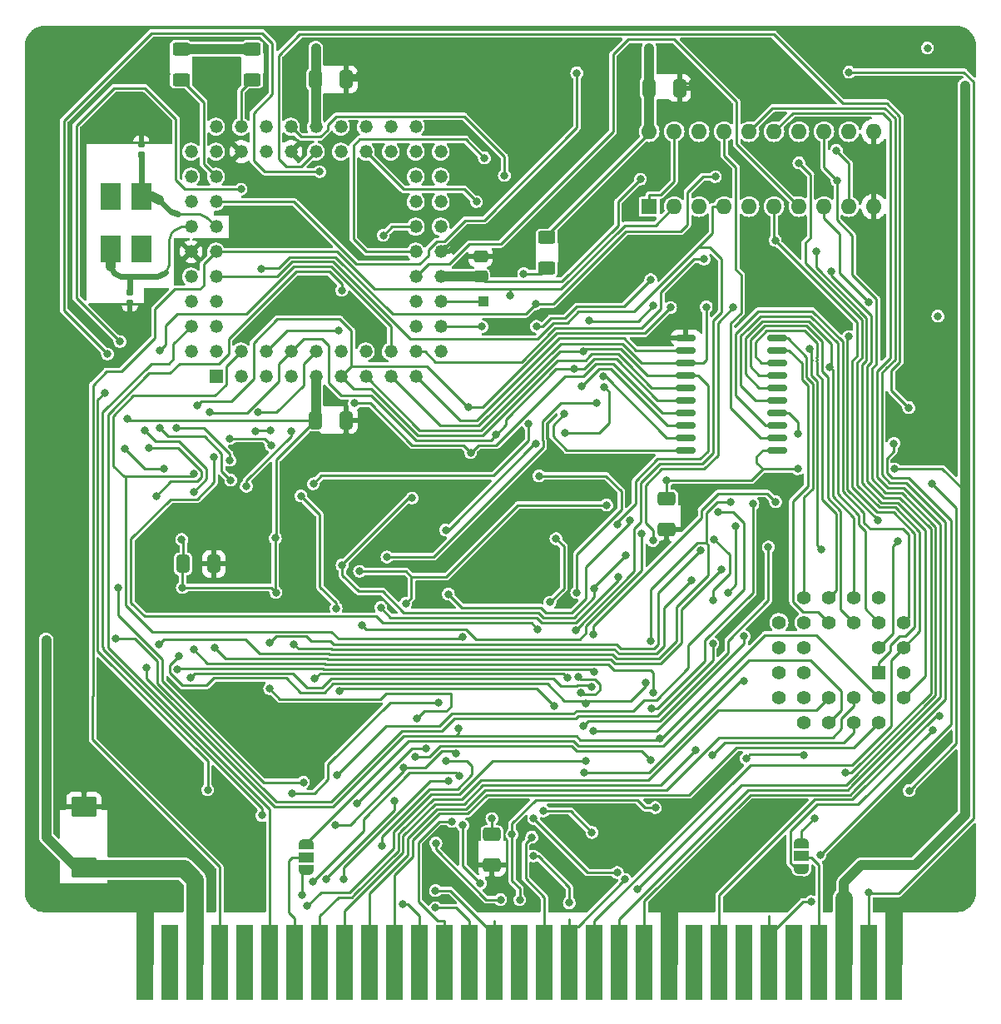
<source format=gbr>
%TF.GenerationSoftware,KiCad,Pcbnew,(6.0.4-0)*%
%TF.CreationDate,2022-05-20T22:02:18+01:00*%
%TF.ProjectId,8088_cpu_card,38303838-5f63-4707-955f-636172642e6b,rev?*%
%TF.SameCoordinates,Original*%
%TF.FileFunction,Copper,L2,Bot*%
%TF.FilePolarity,Positive*%
%FSLAX46Y46*%
G04 Gerber Fmt 4.6, Leading zero omitted, Abs format (unit mm)*
G04 Created by KiCad (PCBNEW (6.0.4-0)) date 2022-05-20 22:02:18*
%MOMM*%
%LPD*%
G01*
G04 APERTURE LIST*
G04 Aperture macros list*
%AMRoundRect*
0 Rectangle with rounded corners*
0 $1 Rounding radius*
0 $2 $3 $4 $5 $6 $7 $8 $9 X,Y pos of 4 corners*
0 Add a 4 corners polygon primitive as box body*
4,1,4,$2,$3,$4,$5,$6,$7,$8,$9,$2,$3,0*
0 Add four circle primitives for the rounded corners*
1,1,$1+$1,$2,$3*
1,1,$1+$1,$4,$5*
1,1,$1+$1,$6,$7*
1,1,$1+$1,$8,$9*
0 Add four rect primitives between the rounded corners*
20,1,$1+$1,$2,$3,$4,$5,0*
20,1,$1+$1,$4,$5,$6,$7,0*
20,1,$1+$1,$6,$7,$8,$9,0*
20,1,$1+$1,$8,$9,$2,$3,0*%
%AMFreePoly0*
4,1,22,0.550000,-0.750000,0.000000,-0.750000,0.000000,-0.745033,-0.079941,-0.743568,-0.215256,-0.701293,-0.333266,-0.622738,-0.424486,-0.514219,-0.481581,-0.384460,-0.499164,-0.250000,-0.500000,-0.250000,-0.500000,0.250000,-0.499164,0.250000,-0.499963,0.256109,-0.478152,0.396186,-0.417904,0.524511,-0.324060,0.630769,-0.204165,0.706417,-0.067858,0.745374,0.000000,0.744959,0.000000,0.750000,
0.550000,0.750000,0.550000,-0.750000,0.550000,-0.750000,$1*%
%AMFreePoly1*
4,1,20,0.000000,0.744959,0.073905,0.744508,0.209726,0.703889,0.328688,0.626782,0.421226,0.519385,0.479903,0.390333,0.500000,0.250000,0.500000,-0.250000,0.499851,-0.262216,0.476331,-0.402017,0.414519,-0.529596,0.319384,-0.634700,0.198574,-0.708877,0.061801,-0.746166,0.000000,-0.745033,0.000000,-0.750000,-0.550000,-0.750000,-0.550000,0.750000,0.000000,0.750000,0.000000,0.744959,
0.000000,0.744959,$1*%
G04 Aperture macros list end*
%TA.AperFunction,SMDPad,CuDef*%
%ADD10R,1.000000X1.000000*%
%TD*%
%TA.AperFunction,ComponentPad*%
%ADD11R,1.600000X1.600000*%
%TD*%
%TA.AperFunction,ComponentPad*%
%ADD12O,1.600000X1.600000*%
%TD*%
%TA.AperFunction,ConnectorPad*%
%ADD13R,1.780000X7.620000*%
%TD*%
%TA.AperFunction,ComponentPad*%
%ADD14R,1.422400X1.422400*%
%TD*%
%TA.AperFunction,ComponentPad*%
%ADD15C,1.422400*%
%TD*%
%TA.AperFunction,ComponentPad*%
%ADD16C,1.320800*%
%TD*%
%TA.AperFunction,ComponentPad*%
%ADD17R,1.320800X1.320800*%
%TD*%
%TA.AperFunction,SMDPad,CuDef*%
%ADD18RoundRect,0.250000X-0.412500X-0.650000X0.412500X-0.650000X0.412500X0.650000X-0.412500X0.650000X0*%
%TD*%
%TA.AperFunction,SMDPad,CuDef*%
%ADD19RoundRect,0.250000X-0.625000X0.400000X-0.625000X-0.400000X0.625000X-0.400000X0.625000X0.400000X0*%
%TD*%
%TA.AperFunction,SMDPad,CuDef*%
%ADD20FreePoly0,270.000000*%
%TD*%
%TA.AperFunction,SMDPad,CuDef*%
%ADD21R,1.500000X1.000000*%
%TD*%
%TA.AperFunction,SMDPad,CuDef*%
%ADD22FreePoly1,270.000000*%
%TD*%
%TA.AperFunction,SMDPad,CuDef*%
%ADD23RoundRect,0.250000X-0.650000X0.412500X-0.650000X-0.412500X0.650000X-0.412500X0.650000X0.412500X0*%
%TD*%
%TA.AperFunction,SMDPad,CuDef*%
%ADD24RoundRect,0.155000X-0.155000X0.212500X-0.155000X-0.212500X0.155000X-0.212500X0.155000X0.212500X0*%
%TD*%
%TA.AperFunction,SMDPad,CuDef*%
%ADD25RoundRect,0.150000X-0.875000X-0.150000X0.875000X-0.150000X0.875000X0.150000X-0.875000X0.150000X0*%
%TD*%
%TA.AperFunction,SMDPad,CuDef*%
%ADD26R,2.100000X2.700000*%
%TD*%
%TA.AperFunction,SMDPad,CuDef*%
%ADD27RoundRect,0.250000X0.475000X-0.337500X0.475000X0.337500X-0.475000X0.337500X-0.475000X-0.337500X0*%
%TD*%
%TA.AperFunction,SMDPad,CuDef*%
%ADD28RoundRect,0.250000X1.025000X-0.787500X1.025000X0.787500X-1.025000X0.787500X-1.025000X-0.787500X0*%
%TD*%
%TA.AperFunction,ViaPad*%
%ADD29C,0.800000*%
%TD*%
%TA.AperFunction,Conductor*%
%ADD30C,0.250000*%
%TD*%
%TA.AperFunction,Conductor*%
%ADD31C,1.800000*%
%TD*%
%TA.AperFunction,Conductor*%
%ADD32C,0.500000*%
%TD*%
%TA.AperFunction,Conductor*%
%ADD33C,1.000000*%
%TD*%
%TA.AperFunction,Conductor*%
%ADD34C,0.600000*%
%TD*%
G04 APERTURE END LIST*
D10*
%TO.P,TP1,1,1*%
%TO.N,BAUD*%
X138557000Y-69977000D03*
%TD*%
D11*
%TO.P,J3,1,I1/CLK*%
%TO.N,~{ALE}*%
X155453000Y-60315000D03*
D12*
%TO.P,J3,2,I2*%
%TO.N,ALE*%
X157993000Y-60315000D03*
%TO.P,J3,3,I3*%
%TO.N,~{S2}*%
X160533000Y-60315000D03*
%TO.P,J3,4,I4*%
%TO.N,~{WR}*%
X163073000Y-60315000D03*
%TO.P,J3,5,I5*%
%TO.N,~{RD}*%
X165613000Y-60315000D03*
%TO.P,J3,6,I6*%
%TO.N,~{CS_I}*%
X168153000Y-60315000D03*
%TO.P,J3,7,I7*%
%TO.N,~{CS_S}*%
X170693000Y-60315000D03*
%TO.P,J3,8,I8*%
%TO.N,~{CARDSLCTD}*%
X173233000Y-60315000D03*
%TO.P,J3,9,I9*%
%TO.N,~{DEN}*%
X175773000Y-60315000D03*
%TO.P,J3,10,GND*%
%TO.N,GND*%
X178313000Y-60315000D03*
%TO.P,J3,11,I10/~{OE}*%
X178313000Y-52695000D03*
%TO.P,J3,12,IO8*%
%TO.N,unconnected-(J3-Pad12)*%
X175773000Y-52695000D03*
%TO.P,J3,13,IO7*%
%TO.N,~{IOR}*%
X173233000Y-52695000D03*
%TO.P,J3,14,IO6*%
%TO.N,~{IOW}*%
X170693000Y-52695000D03*
%TO.P,J3,15,IO5*%
%TO.N,~{SMEMR}*%
X168153000Y-52695000D03*
%TO.P,J3,16,IO4*%
%TO.N,~{SMEMW}*%
X165613000Y-52695000D03*
%TO.P,J3,17,I03*%
%TO.N,~{BDEN}*%
X163073000Y-52695000D03*
%TO.P,J3,18,IO2*%
%TO.N,/M{slash}~{IO}*%
X160533000Y-52695000D03*
%TO.P,J3,19,IO1*%
%TO.N,~{ALE}*%
X157993000Y-52695000D03*
%TO.P,J3,20,VCC*%
%TO.N,VCC*%
X155453000Y-52695000D03*
%TD*%
D13*
%TO.P,J2,1,GND*%
%TO.N,GND*%
X180340000Y-137160000D03*
%TO.P,J2,2,RESET*%
%TO.N,RESET*%
X177800000Y-137160000D03*
%TO.P,J2,3,VCC*%
%TO.N,VCC*%
X175260000Y-137160000D03*
%TO.P,J2,4,IRQ2*%
%TO.N,IRQ2*%
X172720000Y-137160000D03*
%TO.P,J2,5,-5V*%
%TO.N,unconnected-(J2-Pad5)*%
X170180000Y-137160000D03*
%TO.P,J2,6,DRQ2*%
%TO.N,DRQ1*%
X167640000Y-137160000D03*
%TO.P,J2,7,-12V*%
%TO.N,unconnected-(J2-Pad7)*%
X165100000Y-137160000D03*
%TO.P,J2,8,UNUSED*%
%TO.N,~{CARDSLCTD}*%
X162560000Y-137160000D03*
%TO.P,J2,9,+12V*%
%TO.N,unconnected-(J2-Pad9)*%
X160020000Y-137160000D03*
%TO.P,J2,10,GND*%
%TO.N,GND*%
X157480000Y-137160000D03*
%TO.P,J2,11,~{SMEMW}*%
%TO.N,~{SMEMW}*%
X154940000Y-137160000D03*
%TO.P,J2,12,~{SMEMR}*%
%TO.N,~{SMEMR}*%
X152400000Y-137160000D03*
%TO.P,J2,13,~{IOW}*%
%TO.N,~{IOW}*%
X149860000Y-137160000D03*
%TO.P,J2,14,~{IOR}*%
%TO.N,~{IOR}*%
X147320000Y-137160000D03*
%TO.P,J2,15,~{DACK3}*%
%TO.N,~{PCS6}*%
X144780000Y-137160000D03*
%TO.P,J2,16,DRQ3*%
%TO.N,unconnected-(J2-Pad16)*%
X142240000Y-137160000D03*
%TO.P,J2,17,~{DACK1}*%
%TO.N,~{PCS4}*%
X139700000Y-137160000D03*
%TO.P,J2,18,DRQ1*%
%TO.N,DRQ0*%
X137160000Y-137160000D03*
%TO.P,J2,19,~{DACK0}*%
%TO.N,~{PCS3}*%
X134620000Y-137160000D03*
%TO.P,J2,20,CLK*%
%TO.N,BCLK*%
X132080000Y-137160000D03*
%TO.P,J2,21,IRQ7*%
%TO.N,IR7*%
X129540000Y-137160000D03*
%TO.P,J2,22,IRQ6*%
%TO.N,IR6*%
X127000000Y-137160000D03*
%TO.P,J2,23,IRQ5*%
%TO.N,IR5*%
X124460000Y-137160000D03*
%TO.P,J2,24,IRQ4*%
%TO.N,IR4*%
X121920000Y-137160000D03*
%TO.P,J2,25,IRQ3*%
%TO.N,IRQ3*%
X119380000Y-137160000D03*
%TO.P,J2,26,~{DACK2}*%
%TO.N,~{PCS5}*%
X116840000Y-137160000D03*
%TO.P,J2,27,TC*%
%TO.N,unconnected-(J2-Pad27)*%
X114300000Y-137160000D03*
%TO.P,J2,28,ALE*%
%TO.N,ALE*%
X111760000Y-137160000D03*
%TO.P,J2,29,VCC*%
%TO.N,VCC*%
X109220000Y-137160000D03*
%TO.P,J2,30,OSC*%
%TO.N,unconnected-(J2-Pad30)*%
X106680000Y-137160000D03*
%TO.P,J2,31,GND*%
%TO.N,GND*%
X104140000Y-137160000D03*
%TD*%
D14*
%TO.P,J5,1,~{CS}*%
%TO.N,~{CS_I}*%
X178816000Y-107696000D03*
D15*
%TO.P,J5,2,~{WR}*%
%TO.N,~{IOW}*%
X181356000Y-105156000D03*
%TO.P,J5,3,~{RD}*%
%TO.N,~{IOR}*%
X178816000Y-105156000D03*
%TO.P,J5,4,D7*%
%TO.N,DB7*%
X181356000Y-102616000D03*
%TO.P,J5,5,D6*%
%TO.N,DB6*%
X178816000Y-100076000D03*
%TO.P,J5,6,D5*%
%TO.N,DB5*%
X178816000Y-102616000D03*
%TO.P,J5,7,D4*%
%TO.N,DB4*%
X176276000Y-100076000D03*
%TO.P,J5,8,D3*%
%TO.N,DB3*%
X176276000Y-102616000D03*
%TO.P,J5,9,D2*%
%TO.N,DB2*%
X173736000Y-100076000D03*
%TO.P,J5,10,D1*%
%TO.N,DB1*%
X173736000Y-102616000D03*
%TO.P,J5,11,D0*%
%TO.N,DB0*%
X171196000Y-100076000D03*
%TO.P,J5,12,CAS0*%
%TO.N,unconnected-(J5-Pad12)*%
X168656000Y-102616000D03*
%TO.P,J5,13,CAS1*%
%TO.N,unconnected-(J5-Pad13)*%
X171196000Y-102616000D03*
%TO.P,J5,14,GND*%
%TO.N,GND*%
X168656000Y-105156000D03*
%TO.P,J5,15,CAS2*%
%TO.N,unconnected-(J5-Pad15)*%
X171196000Y-105156000D03*
%TO.P,J5,16,~{SP}/~{EN}*%
%TO.N,unconnected-(J5-Pad16)*%
X168656000Y-107696000D03*
%TO.P,J5,17,INT*%
%TO.N,INT0*%
X171196000Y-107696000D03*
%TO.P,J5,18,IR0*%
%TO.N,IR0*%
X168656000Y-110236000D03*
%TO.P,J5,19,IR1*%
%TO.N,IR1*%
X171196000Y-112776000D03*
%TO.P,J5,20,IR2*%
%TO.N,IR2*%
X171196000Y-110236000D03*
%TO.P,J5,21,IR3*%
%TO.N,IR3*%
X173736000Y-112776000D03*
%TO.P,J5,22,IR4*%
%TO.N,IR4*%
X173736000Y-110236000D03*
%TO.P,J5,23,IR5*%
%TO.N,IR5*%
X176276000Y-112776000D03*
%TO.P,J5,24,IR6*%
%TO.N,IR6*%
X176276000Y-110236000D03*
%TO.P,J5,25,IR7*%
%TO.N,IR7*%
X178816000Y-112776000D03*
%TO.P,J5,26,~{INTA}*%
%TO.N,~{INTA0}*%
X181356000Y-110236000D03*
%TO.P,J5,27,A0*%
%TO.N,A0*%
X178816000Y-110236000D03*
%TO.P,J5,28,VCC*%
%TO.N,VCC*%
X181356000Y-107696000D03*
%TD*%
D16*
%TO.P,J1,68,A16/S3*%
%TO.N,XA16*%
X108839000Y-75057000D03*
%TO.P,J1,67,A17/S4*%
%TO.N,XA17*%
X111379000Y-72517000D03*
%TO.P,J1,66,A18/S5*%
%TO.N,XA18*%
X108839000Y-72517000D03*
%TO.P,J1,65,A19/S6*%
%TO.N,XA19*%
X111379000Y-69977000D03*
%TO.P,J1,64,S7*%
%TO.N,unconnected-(J1-Pad64)*%
X108839000Y-69977000D03*
%TO.P,J1,63,~{WR}/QS1*%
%TO.N,~{WR}*%
X111379000Y-67437000D03*
%TO.P,J1,62,~{RD}/~{QSMD}*%
%TO.N,~{RD}*%
X108839000Y-67437000D03*
%TO.P,J1,61,ALE/QS0*%
%TO.N,ALE*%
X111379000Y-64897000D03*
%TO.P,J1,60,VSS*%
%TO.N,GND*%
X108839000Y-64897000D03*
%TO.P,J1,59,X1*%
%TO.N,/X1*%
X111379000Y-62357000D03*
%TO.P,J1,58,X2*%
%TO.N,/X2*%
X108839000Y-62357000D03*
%TO.P,J1,57,RESET*%
%TO.N,RESET*%
X111379000Y-59817000D03*
%TO.P,J1,56,CLKOUT*%
%TO.N,BCLK*%
X108839000Y-59817000D03*
%TO.P,J1,55,ARDY*%
%TO.N,Net-(J1-Pad55)*%
X111379000Y-57277000D03*
%TO.P,J1,54,~{S2}*%
%TO.N,~{S2}*%
X108839000Y-57277000D03*
%TO.P,J1,53,~{S1}*%
%TO.N,unconnected-(J1-Pad53)*%
X111379000Y-54737000D03*
%TO.P,J1,52,~{S0}*%
%TO.N,unconnected-(J1-Pad52)*%
X108839000Y-54737000D03*
%TO.P,J1,51,HLDA*%
%TO.N,unconnected-(J1-Pad51)*%
X111379000Y-52197000D03*
%TO.P,J1,50,HOLD*%
%TO.N,GND*%
X113919000Y-54737000D03*
%TO.P,J1,49,SRDY*%
%TO.N,Net-(J1-Pad49)*%
X113919000Y-52197000D03*
%TO.P,J1,48,~{LOCK}*%
%TO.N,unconnected-(J1-Pad48)*%
X116459000Y-54737000D03*
%TO.P,J1,47,~{TEST}*%
%TO.N,unconnected-(J1-Pad47)*%
X116459000Y-52197000D03*
%TO.P,J1,46,NMI*%
%TO.N,GND*%
X118999000Y-54737000D03*
%TO.P,J1,45,INT0*%
%TO.N,INT0*%
X118999000Y-52197000D03*
%TO.P,J1,44,INT1/~{SELECT}*%
%TO.N,INT1*%
X121539000Y-54737000D03*
%TO.P,J1,43,VCC*%
%TO.N,VCC*%
X121539000Y-52197000D03*
%TO.P,J1,42,INT2/~{INTA0}*%
%TO.N,~{INTA0}*%
X124079000Y-54737000D03*
%TO.P,J1,41,INT3/~{INTA1}/IRQ*%
%TO.N,INT3*%
X124079000Y-52197000D03*
%TO.P,J1,40,DT/~{R}*%
%TO.N,DT{slash}~{R}*%
X126619000Y-54737000D03*
%TO.P,J1,39,~{DEN}*%
%TO.N,~{DEN}*%
X126619000Y-52197000D03*
%TO.P,J1,38,~{MCS0}*%
%TO.N,unconnected-(J1-Pad38)*%
X129159000Y-54737000D03*
%TO.P,J1,37,~{MCS1}*%
%TO.N,unconnected-(J1-Pad37)*%
X129159000Y-52197000D03*
%TO.P,J1,36,~{MCS2}*%
%TO.N,unconnected-(J1-Pad36)*%
X131699000Y-54737000D03*
%TO.P,J1,35,~{MCS3}*%
%TO.N,unconnected-(J1-Pad35)*%
X131699000Y-52197000D03*
%TO.P,J1,34,~{UCS}*%
%TO.N,~{UCS}*%
X134239000Y-54737000D03*
%TO.P,J1,33,~{LCS}*%
%TO.N,~{LCS}*%
X131699000Y-57277000D03*
%TO.P,J1,32,~{PCS6}/A2*%
%TO.N,~{PCS6}*%
X134239000Y-57277000D03*
%TO.P,J1,31,~{PCS5}/A1*%
%TO.N,~{PCS5}*%
X131699000Y-59817000D03*
%TO.P,J1,30,~{PCS4}*%
%TO.N,~{PCS4}*%
X134239000Y-59817000D03*
%TO.P,J1,29,~{PCS3}*%
%TO.N,~{PCS3}*%
X131699000Y-62357000D03*
%TO.P,J1,28,~{PCS2}*%
%TO.N,unconnected-(J1-Pad28)*%
X134239000Y-62357000D03*
%TO.P,J1,27,~{PCS1}*%
%TO.N,~{CS_I}*%
X131699000Y-64897000D03*
%TO.P,J1,26,VSS*%
%TO.N,GND*%
X134239000Y-64897000D03*
%TO.P,J1,25,~{PCS0}*%
%TO.N,~{CS_S}*%
X131699000Y-67437000D03*
%TO.P,J1,24,~{RES}*%
%TO.N,~{RES}*%
X134239000Y-67437000D03*
%TO.P,J1,23,TMR_OUT_1*%
%TO.N,unconnected-(J1-Pad23)*%
X131699000Y-69977000D03*
%TO.P,J1,22,TMR_OUT_0*%
%TO.N,BAUD*%
X134239000Y-69977000D03*
%TO.P,J1,21,TMR_IN_1*%
%TO.N,unconnected-(J1-Pad21)*%
X131699000Y-72517000D03*
%TO.P,J1,20,TMR_IN_0*%
%TO.N,Net-(J1-Pad20)*%
X134239000Y-72517000D03*
%TO.P,J1,19,DRQ1*%
%TO.N,DRQ1*%
X131699000Y-75057000D03*
%TO.P,J1,18,DRQ0*%
%TO.N,DRQ0*%
X134239000Y-75057000D03*
%TO.P,J1,17,AD0*%
%TO.N,DA0*%
X131699000Y-77597000D03*
%TO.P,J1,16,A8*%
%TO.N,XA8*%
X129159000Y-75057000D03*
%TO.P,J1,15,AD1*%
%TO.N,DA1*%
X129159000Y-77597000D03*
%TO.P,J1,14,A9*%
%TO.N,XA9*%
X126619000Y-75057000D03*
%TO.P,J1,13,AD2*%
%TO.N,DA2*%
X126619000Y-77597000D03*
%TO.P,J1,12,A10*%
%TO.N,XA10*%
X124079000Y-75057000D03*
%TO.P,J1,11,AD3*%
%TO.N,DA3*%
X124079000Y-77597000D03*
%TO.P,J1,10,A11*%
%TO.N,XA11*%
X121539000Y-75057000D03*
%TO.P,J1,9,VCC*%
%TO.N,VCC*%
X121539000Y-77597000D03*
%TO.P,J1,8,AD4*%
%TO.N,DA4*%
X118999000Y-75057000D03*
%TO.P,J1,7,A12*%
%TO.N,XA12*%
X118999000Y-77597000D03*
%TO.P,J1,6,AD5*%
%TO.N,DA5*%
X116459000Y-75057000D03*
%TO.P,J1,5,A13*%
%TO.N,XA13*%
X116459000Y-77597000D03*
%TO.P,J1,4,AD6*%
%TO.N,DA6*%
X113919000Y-75057000D03*
%TO.P,J1,3,A14*%
%TO.N,XA14*%
X113919000Y-77597000D03*
%TO.P,J1,2,AD7*%
%TO.N,DA7*%
X111379000Y-75057000D03*
D17*
%TO.P,J1,1,A15*%
%TO.N,XA15*%
X111379000Y-77597000D03*
%TD*%
D18*
%TO.P,C7,1*%
%TO.N,VCC*%
X121500500Y-82042000D03*
%TO.P,C7,2*%
%TO.N,GND*%
X124625500Y-82042000D03*
%TD*%
D19*
%TO.P,R4,1*%
%TO.N,VCC*%
X145034000Y-63474000D03*
%TO.P,R4,2*%
%TO.N,Net-(J1-Pad20)*%
X145034000Y-66574000D03*
%TD*%
D18*
%TO.P,C5,1*%
%TO.N,VCC*%
X121500500Y-47371000D03*
%TO.P,C5,2*%
%TO.N,GND*%
X124625500Y-47371000D03*
%TD*%
D19*
%TO.P,R2,1*%
%TO.N,VCC*%
X107823000Y-44297000D03*
%TO.P,R2,2*%
%TO.N,Net-(J1-Pad55)*%
X107823000Y-47397000D03*
%TD*%
%TO.P,R3,1*%
%TO.N,VCC*%
X115062000Y-44297000D03*
%TO.P,R3,2*%
%TO.N,Net-(J1-Pad49)*%
X115062000Y-47397000D03*
%TD*%
D20*
%TO.P,JP2,1,A*%
%TO.N,IR3*%
X120523000Y-125192000D03*
D21*
%TO.P,JP2,2,C*%
%TO.N,IRQ3*%
X120523000Y-126492000D03*
D22*
%TO.P,JP2,3,B*%
%TO.N,INT3*%
X120523000Y-127792000D03*
%TD*%
D23*
%TO.P,C9,1*%
%TO.N,VCC*%
X139446000Y-124167500D03*
%TO.P,C9,2*%
%TO.N,GND*%
X139446000Y-127292500D03*
%TD*%
D18*
%TO.P,C10,1*%
%TO.N,VCC*%
X108038500Y-96647000D03*
%TO.P,C10,2*%
%TO.N,GND*%
X111163500Y-96647000D03*
%TD*%
D24*
%TO.P,C1,1*%
%TO.N,/X2*%
X102616000Y-69028500D03*
%TO.P,C1,2*%
%TO.N,GND*%
X102616000Y-70163500D03*
%TD*%
D25*
%TO.P,U2,1,A->B*%
%TO.N,DT{slash}~{R}*%
X159180000Y-85090000D03*
%TO.P,U2,2,A0*%
%TO.N,DA7*%
X159180000Y-83820000D03*
%TO.P,U2,3,A1*%
%TO.N,DA6*%
X159180000Y-82550000D03*
%TO.P,U2,4,A2*%
%TO.N,DA5*%
X159180000Y-81280000D03*
%TO.P,U2,5,A3*%
%TO.N,DA4*%
X159180000Y-80010000D03*
%TO.P,U2,6,A4*%
%TO.N,DA3*%
X159180000Y-78740000D03*
%TO.P,U2,7,A5*%
%TO.N,DA2*%
X159180000Y-77470000D03*
%TO.P,U2,8,A6*%
%TO.N,DA1*%
X159180000Y-76200000D03*
%TO.P,U2,9,A7*%
%TO.N,DA0*%
X159180000Y-74930000D03*
%TO.P,U2,10,GND*%
%TO.N,GND*%
X159180000Y-73660000D03*
%TO.P,U2,11,B7*%
%TO.N,DB0*%
X168480000Y-73660000D03*
%TO.P,U2,12,B6*%
%TO.N,DB1*%
X168480000Y-74930000D03*
%TO.P,U2,13,B5*%
%TO.N,DB2*%
X168480000Y-76200000D03*
%TO.P,U2,14,B4*%
%TO.N,DB3*%
X168480000Y-77470000D03*
%TO.P,U2,15,B3*%
%TO.N,DB4*%
X168480000Y-78740000D03*
%TO.P,U2,16,B2*%
%TO.N,DB5*%
X168480000Y-80010000D03*
%TO.P,U2,17,B1*%
%TO.N,DB6*%
X168480000Y-81280000D03*
%TO.P,U2,18,B0*%
%TO.N,DB7*%
X168480000Y-82550000D03*
%TO.P,U2,19,CE*%
%TO.N,~{BDEN}*%
X168480000Y-83820000D03*
%TO.P,U2,20,VCC*%
%TO.N,VCC*%
X168480000Y-85090000D03*
%TD*%
D18*
%TO.P,C6,1*%
%TO.N,VCC*%
X155409500Y-48265000D03*
%TO.P,C6,2*%
%TO.N,GND*%
X158534500Y-48265000D03*
%TD*%
D20*
%TO.P,JP1,1,A*%
%TO.N,IR2*%
X170942000Y-125065000D03*
D21*
%TO.P,JP1,2,C*%
%TO.N,IRQ2*%
X170942000Y-126365000D03*
D22*
%TO.P,JP1,3,B*%
%TO.N,INT1*%
X170942000Y-127665000D03*
%TD*%
D24*
%TO.P,C2,1*%
%TO.N,GND*%
X103759000Y-53915500D03*
%TO.P,C2,2*%
%TO.N,/X1*%
X103759000Y-55050500D03*
%TD*%
D26*
%TO.P,Y1,1,1*%
%TO.N,/X1*%
X103785000Y-59326000D03*
%TO.P,Y1,2,2*%
%TO.N,unconnected-(Y1-Pad2)*%
X103785000Y-64626000D03*
%TO.P,Y1,3,3*%
%TO.N,/X2*%
X100685000Y-64626000D03*
%TO.P,Y1,4,4*%
%TO.N,unconnected-(Y1-Pad4)*%
X100685000Y-59326000D03*
%TD*%
D23*
%TO.P,C8,1*%
%TO.N,VCC*%
X157226000Y-90004500D03*
%TO.P,C8,2*%
%TO.N,GND*%
X157226000Y-93129500D03*
%TD*%
D27*
%TO.P,C3,1*%
%TO.N,~{RES}*%
X138303000Y-67458500D03*
%TO.P,C3,2*%
%TO.N,GND*%
X138303000Y-65383500D03*
%TD*%
D28*
%TO.P,C4,1*%
%TO.N,VCC*%
X97917000Y-127572500D03*
%TO.P,C4,2*%
%TO.N,GND*%
X97917000Y-121347500D03*
%TD*%
D29*
%TO.N,GND*%
X139954000Y-72517000D03*
X134620000Y-96393000D03*
X142875000Y-89027000D03*
X134874000Y-86106000D03*
X134874000Y-89916000D03*
X128778000Y-94107000D03*
X122682000Y-112649000D03*
%TO.N,A16*%
X133752400Y-125046500D03*
%TO.N,GND*%
X101727000Y-112522000D03*
X105791000Y-94488000D03*
X182753000Y-77470000D03*
X119761000Y-94742000D03*
X148590000Y-125095000D03*
X124625500Y-83615400D03*
X119634000Y-62484000D03*
X115189000Y-62865000D03*
X161290000Y-127889000D03*
X108585000Y-52070000D03*
X160909000Y-66802000D03*
X139446000Y-128623400D03*
X97917000Y-119625100D03*
X148590000Y-53721000D03*
X120396000Y-68834000D03*
X143129000Y-54483000D03*
X101600000Y-52705000D03*
X110427000Y-94488000D03*
X168910000Y-68961000D03*
X102870000Y-49530000D03*
X157190995Y-94443695D03*
X185293000Y-61595000D03*
X99060000Y-46990000D03*
X151130000Y-125730000D03*
X110427000Y-100076000D03*
X119507000Y-99822000D03*
X140335000Y-66040000D03*
X145923000Y-51943000D03*
X114681000Y-94488000D03*
X167640000Y-128905000D03*
X178308000Y-65024000D03*
X105981000Y-100140000D03*
X147320000Y-127635000D03*
X167386000Y-45593000D03*
X140970000Y-61595000D03*
X123952000Y-70612000D03*
X114871000Y-100140000D03*
X159871600Y-47794200D03*
X152781000Y-65405000D03*
X126619000Y-59690000D03*
X182245000Y-131191000D03*
X102362000Y-130937000D03*
X125952700Y-46961800D03*
X173990000Y-127000000D03*
X168910000Y-122555000D03*
X143637000Y-94869000D03*
X104140000Y-46990000D03*
X121793000Y-100076000D03*
X178562000Y-55118000D03*
X169926000Y-49022000D03*
X157480000Y-129540000D03*
X171450000Y-129540000D03*
X159180000Y-70595400D03*
X179705000Y-123190000D03*
X168910000Y-93980000D03*
X103505000Y-100266000D03*
X184785000Y-121285000D03*
X184023000Y-49403000D03*
%TO.N,VCC*%
X117411000Y-94044000D03*
X180394610Y-86995000D03*
X102374500Y-81915000D03*
X157226000Y-88138000D03*
X155448000Y-44196000D03*
X107950000Y-99060000D03*
X187579000Y-48006000D03*
X117475000Y-99568000D03*
X170561000Y-86995000D03*
X183769000Y-44196000D03*
X94107000Y-104394000D03*
X107887000Y-94170000D03*
X187579000Y-63881000D03*
X121539000Y-44196000D03*
X111405000Y-44297000D03*
X139446000Y-122555000D03*
%TO.N,DRQ1*%
X173985100Y-66872500D03*
X175430600Y-117910800D03*
X171910700Y-131017100D03*
X161036000Y-65659000D03*
%TO.N,RESET*%
X148082000Y-46736000D03*
X177800000Y-130048000D03*
X175792700Y-46651100D03*
%TO.N,ALE*%
X141273100Y-69342000D03*
X121284000Y-88516400D03*
X143192600Y-82443300D03*
%TO.N,BCLK*%
X120269000Y-118872000D03*
X101420900Y-99112600D03*
X130345000Y-131257300D03*
%TO.N,~{IOW}*%
X170693000Y-55880000D03*
%TO.N,~{IOR}*%
X152990200Y-128748200D03*
X174570500Y-57658000D03*
X180721000Y-94361000D03*
X154211900Y-129763900D03*
%TO.N,DB6*%
X175768000Y-73533000D03*
X170592300Y-83424200D03*
X181916300Y-119709600D03*
X184221800Y-88499700D03*
X178689000Y-92202000D03*
%TO.N,DB4*%
X172844100Y-126265100D03*
X180349800Y-84397700D03*
X173850500Y-76654868D03*
%TO.N,DB2*%
X165338155Y-116427155D03*
X171182000Y-116073522D03*
%TO.N,A19*%
X143689600Y-122545500D03*
X145819000Y-111120989D03*
X152214900Y-128038100D03*
X123944900Y-109613788D03*
%TO.N,A18*%
X121412000Y-108331000D03*
X144700487Y-121771546D03*
X147160200Y-108256600D03*
X149626500Y-123961400D03*
%TO.N,A17*%
X147320000Y-131121700D03*
X154686000Y-93566100D03*
X143649500Y-126365000D03*
X126238000Y-102870000D03*
%TO.N,A16*%
X159766000Y-98357800D03*
X119312900Y-104805900D03*
X140335000Y-130810000D03*
%TO.N,A15*%
X141496400Y-124161400D03*
X156078000Y-121448200D03*
X142278600Y-130810000D03*
X160669300Y-95308900D03*
X116840000Y-104701500D03*
X162072800Y-94146700D03*
X161925000Y-100351000D03*
%TO.N,A14*%
X155598700Y-116592400D03*
X125984000Y-97409000D03*
X151130000Y-90678000D03*
X131607300Y-116282600D03*
X130687478Y-100661600D03*
%TO.N,A13*%
X116840000Y-109347000D03*
X138286000Y-129135600D03*
X136484900Y-123243100D03*
X131849845Y-112371155D03*
%TO.N,A12*%
X162454200Y-91394200D03*
X123698000Y-118110000D03*
%TO.N,A11*%
X128776300Y-95946300D03*
X150114000Y-80264000D03*
X130488100Y-117356500D03*
X135763000Y-115951000D03*
X123509400Y-123217800D03*
%TO.N,A10*%
X135014600Y-99725800D03*
X133985000Y-110744000D03*
X153462200Y-92266500D03*
X119126000Y-120015000D03*
%TO.N,A9*%
X135001000Y-118745000D03*
X124348100Y-128717300D03*
%TO.N,A8*%
X136144000Y-118237000D03*
X121215700Y-128962900D03*
%TO.N,A7*%
X148844000Y-117877456D03*
X165056700Y-108563800D03*
X111205200Y-105157900D03*
X162843300Y-97207400D03*
%TO.N,A6*%
X148971000Y-116713000D03*
X120650000Y-131445000D03*
X164268800Y-92826200D03*
X163449000Y-99568000D03*
%TO.N,A5*%
X109087806Y-105352015D03*
X155841500Y-109732943D03*
X155723200Y-111324500D03*
X165999900Y-90562000D03*
%TO.N,A4*%
X108754400Y-108250400D03*
X165100000Y-104013000D03*
X149733000Y-113665000D03*
X149629800Y-109176700D03*
%TO.N,A3*%
X148749900Y-113136300D03*
X107569000Y-106045000D03*
X149043200Y-110828900D03*
X155067000Y-108712000D03*
X167577000Y-94938700D03*
%TO.N,A2*%
X149825800Y-107626000D03*
X168316100Y-90341000D03*
X107465500Y-107346100D03*
X149784184Y-103844295D03*
%TO.N,A1*%
X155594800Y-104503000D03*
X163729100Y-90329200D03*
X105568500Y-104836900D03*
%TO.N,A0*%
X156535200Y-114376600D03*
X136059601Y-113416090D03*
X104267000Y-107188000D03*
X143890321Y-84473609D03*
X155609900Y-67761200D03*
X134747000Y-93218000D03*
X143977200Y-72505000D03*
%TO.N,~{CARDSLCTD}*%
X184997100Y-112124600D03*
X177768100Y-70003600D03*
%TO.N,DRQ0*%
X133715700Y-131637200D03*
X128226000Y-125295700D03*
X134747000Y-116713000D03*
%TO.N,~{PCS4}*%
X133705200Y-129866600D03*
X125730000Y-121031000D03*
X132785500Y-115459900D03*
%TO.N,~{PCS5}*%
X124181000Y-68829522D03*
%TO.N,~{PCS6}*%
X148082000Y-99568000D03*
X148456500Y-109769200D03*
X144254600Y-87702200D03*
X143510000Y-124460000D03*
X148260500Y-108178067D03*
%TO.N,~{PCS3}*%
X128397000Y-63246000D03*
X135362400Y-122844300D03*
%TO.N,IR5*%
X160165177Y-115623477D03*
X161890087Y-116089187D03*
%TO.N,IR2*%
X172284500Y-122501800D03*
%TO.N,~{RES}*%
X154559000Y-57531000D03*
X184832000Y-71453500D03*
%TO.N,~{RD}*%
X145972000Y-94101900D03*
X162179000Y-57277000D03*
X115969800Y-66662500D03*
X143891000Y-70231000D03*
X150849351Y-78644187D03*
X145356509Y-100545307D03*
X146913999Y-83312000D03*
%TO.N,INT0*%
X140716000Y-57150000D03*
X171743655Y-74763345D03*
X172964600Y-95168800D03*
%TO.N,~{DEN}*%
X174498000Y-54610000D03*
%TO.N,Net-(J1-Pad20)*%
X138430000Y-72517000D03*
X142672700Y-67145500D03*
%TO.N,DA0*%
X105295800Y-89755400D03*
X153067212Y-95745500D03*
X155818500Y-94284900D03*
X164007300Y-70570200D03*
X104521000Y-84836000D03*
X124206000Y-96774000D03*
X131318000Y-89959200D03*
X149850550Y-99160811D03*
%TO.N,DA1*%
X128143000Y-101092000D03*
X161256300Y-70519400D03*
X152268579Y-97953279D03*
%TO.N,DA2*%
X102108000Y-84963000D03*
X101176100Y-104229900D03*
X148717000Y-75015000D03*
X152207200Y-92648700D03*
X106092000Y-86974200D03*
X161925000Y-104775000D03*
%TO.N,DA3*%
X157627000Y-70585200D03*
X109474000Y-80518000D03*
X137056845Y-80748155D03*
%TO.N,XA12*%
X114459600Y-88750900D03*
X118999000Y-83143100D03*
%TO.N,XA13*%
X115405499Y-83132146D03*
X116954500Y-83079400D03*
%TO.N,XA15*%
X116970100Y-84582000D03*
X112790800Y-83895200D03*
%TO.N,~{WR}*%
X147955000Y-103378000D03*
%TO.N,INT1*%
X181864000Y-80772000D03*
X184299200Y-113530200D03*
%TO.N,~{INTA0}*%
X172472564Y-64884500D03*
%TO.N,DT{slash}~{R}*%
X137874178Y-59817000D03*
X146812000Y-81407000D03*
%TO.N,~{CS_I}*%
X168275000Y-63754000D03*
X138684000Y-55372000D03*
%TO.N,XA8*%
X105664000Y-74930000D03*
X112767300Y-86112200D03*
X107335500Y-82846600D03*
%TO.N,XA10*%
X112877800Y-88139800D03*
X105631900Y-82818900D03*
X101600000Y-74041000D03*
X113919000Y-58547000D03*
%TO.N,XA11*%
X115672205Y-81257105D03*
%TO.N,DA4*%
X147828000Y-76835000D03*
X149336058Y-71869500D03*
X110744000Y-81253200D03*
X139846898Y-83538208D03*
X155875000Y-70411400D03*
%TO.N,DA5*%
X137287000Y-85344000D03*
X104165400Y-83081400D03*
X123825000Y-72898000D03*
X100330000Y-75311000D03*
X109138200Y-89306400D03*
X121920000Y-56769000D03*
X125454200Y-80330800D03*
%TO.N,DA6*%
X109100900Y-87514500D03*
X136491100Y-104067800D03*
X148539540Y-78613000D03*
%TO.N,DA7*%
X150821028Y-77595066D03*
X144128337Y-103282201D03*
X111179200Y-85804900D03*
%TO.N,XA18*%
X129540000Y-120777000D03*
X123590000Y-101159500D03*
X116039800Y-122237900D03*
X120014000Y-89737400D03*
X122559900Y-128758000D03*
%TO.N,INT3*%
X100076000Y-79248000D03*
X110528700Y-119628600D03*
X120142000Y-130302000D03*
%TD*%
D30*
%TO.N,BAUD*%
X134239000Y-69977000D02*
X138430000Y-69977000D01*
%TO.N,ALE*%
X146502415Y-68707000D02*
X141351000Y-68707000D01*
X141351000Y-68707000D02*
X127492169Y-68707000D01*
X141273100Y-69342000D02*
X141273100Y-68784900D01*
X141273100Y-68784900D02*
X141351000Y-68707000D01*
X157993000Y-60315000D02*
X156078000Y-62230000D01*
X127492169Y-68707000D02*
X123682169Y-64897000D01*
X123682169Y-64897000D02*
X111379000Y-64897000D01*
X156078000Y-62230000D02*
X152979415Y-62230000D01*
X152979415Y-62230000D02*
X146502415Y-68707000D01*
%TO.N,~{RD}*%
X160909000Y-57277000D02*
X162179000Y-57277000D01*
X159358489Y-62129511D02*
X159358489Y-58827511D01*
X153095031Y-62820800D02*
X158667200Y-62820800D01*
X159358489Y-58827511D02*
X160909000Y-57277000D01*
X158667200Y-62820800D02*
X159358489Y-62129511D01*
X143891000Y-70231000D02*
X145684831Y-70231000D01*
%TO.N,~{RES}*%
X152273000Y-59817000D02*
X154559000Y-57531000D01*
X152273000Y-62230000D02*
X152273000Y-59817000D01*
%TO.N,~{RD}*%
X145684831Y-70231000D02*
X153095031Y-62820800D01*
%TO.N,~{RES}*%
X138303000Y-67458500D02*
X138765300Y-67920800D01*
X138765300Y-67920800D02*
X146582200Y-67920800D01*
X146582200Y-67920800D02*
X152273000Y-62230000D01*
%TO.N,~{WR}*%
X153949000Y-70993000D02*
X160469400Y-64472600D01*
X148280416Y-70993000D02*
X153949000Y-70993000D01*
%TO.N,A0*%
X148082000Y-70485000D02*
X152886100Y-70485000D01*
%TO.N,~{WR}*%
X147109624Y-72163792D02*
X148280416Y-70993000D01*
X145696792Y-72163792D02*
X147109624Y-72163792D01*
X144073584Y-73787000D02*
X145696792Y-72163792D01*
X123302315Y-65929978D02*
X131159337Y-73787000D01*
X117586168Y-67437000D02*
X119093191Y-65929978D01*
X131159337Y-73787000D02*
X144073584Y-73787000D01*
X119093191Y-65929978D02*
X123302315Y-65929978D01*
%TO.N,A0*%
X144593584Y-72505000D02*
X145442792Y-71655792D01*
%TO.N,~{WR}*%
X111379000Y-67437000D02*
X117586168Y-67437000D01*
%TO.N,A0*%
X145442792Y-71655792D02*
X146911208Y-71655792D01*
X146911208Y-71655792D02*
X148082000Y-70485000D01*
%TO.N,~{RD}*%
X142875000Y-71247000D02*
X142748000Y-71247000D01*
X142748000Y-71247000D02*
X129325753Y-71247000D01*
X143891000Y-70231000D02*
X142875000Y-71247000D01*
X143948000Y-70231000D02*
X143891000Y-70231000D01*
%TO.N,A10*%
X153462200Y-92266500D02*
X153462200Y-92514600D01*
X148979023Y-100206938D02*
X147585961Y-101600000D01*
X144399000Y-101092000D02*
X136380800Y-101092000D01*
X147585961Y-101600000D02*
X144907000Y-101600000D01*
X153462200Y-92514600D02*
X148979023Y-96997777D01*
X148979023Y-96997777D02*
X148979023Y-100206938D01*
X144907000Y-101600000D02*
X144399000Y-101092000D01*
X136380800Y-101092000D02*
X135014600Y-99725800D01*
%TO.N,DA7*%
X111179200Y-88361900D02*
X109459400Y-90081700D01*
X143462136Y-102616000D02*
X144128337Y-103282201D01*
X109459400Y-90081700D02*
X106768300Y-90081700D01*
X111179200Y-85804900D02*
X111179200Y-88361900D01*
X106768300Y-90081700D02*
X102726100Y-94123900D01*
X102726100Y-94123900D02*
X102726100Y-100604300D01*
X102726100Y-100604300D02*
X104098500Y-101976700D01*
X104098500Y-101976700D02*
X127696800Y-101976700D01*
X127696800Y-101976700D02*
X128336100Y-102616000D01*
X128336100Y-102616000D02*
X143462136Y-102616000D01*
%TO.N,DA1*%
X148011731Y-102599022D02*
X144493190Y-102599022D01*
%TO.N,DA0*%
X149850550Y-100053788D02*
X147804827Y-102099511D01*
%TO.N,DA1*%
X152268579Y-97953279D02*
X152268579Y-98342174D01*
%TO.N,DA0*%
X125857000Y-99441000D02*
X124206000Y-97790000D01*
X144192095Y-101591511D02*
X130451611Y-101591511D01*
%TO.N,DA1*%
X129142022Y-102091022D02*
X128143000Y-101092000D01*
%TO.N,DA0*%
X128301100Y-99441000D02*
X125857000Y-99441000D01*
X144700095Y-102099511D02*
X144192095Y-101591511D01*
%TO.N,DA1*%
X152268579Y-98342174D02*
X148011731Y-102599022D01*
%TO.N,DA0*%
X130451611Y-101591511D02*
X128301100Y-99441000D01*
%TO.N,DA1*%
X143985190Y-102091022D02*
X129142022Y-102091022D01*
%TO.N,DA0*%
X124206000Y-97790000D02*
X124206000Y-96774000D01*
X147804827Y-102099511D02*
X144700095Y-102099511D01*
X149850550Y-99160811D02*
X149850550Y-100053788D01*
%TO.N,DA1*%
X144493190Y-102599022D02*
X143985190Y-102091022D01*
%TO.N,~{RD}*%
X146761600Y-99140216D02*
X145356509Y-100545307D01*
X146761600Y-94891500D02*
X146761600Y-99140216D01*
X145972000Y-94101900D02*
X146761600Y-94891500D01*
%TO.N,A11*%
X134375100Y-115674300D02*
X135486300Y-115674300D01*
X132692900Y-117356500D02*
X134375100Y-115674300D01*
X135486300Y-115674300D02*
X135763000Y-115951000D01*
X130488100Y-117356500D02*
X132692900Y-117356500D01*
%TO.N,A8*%
X126381300Y-122586387D02*
X131065687Y-117902000D01*
X126381300Y-123797300D02*
X126381300Y-122586387D01*
X135809000Y-117902000D02*
X136144000Y-118237000D01*
X121215700Y-128962900D02*
X126381300Y-123797300D01*
X131065687Y-117902000D02*
X135809000Y-117902000D01*
%TO.N,A9*%
X124348100Y-128717300D02*
X124348100Y-127572407D01*
X124348100Y-127572407D02*
X133175507Y-118745000D01*
X133175507Y-118745000D02*
X135001000Y-118745000D01*
%TO.N,DRQ0*%
X134759501Y-116725501D02*
X134747000Y-116713000D01*
X128226000Y-124400922D02*
X133089822Y-119537100D01*
X128226000Y-125295700D02*
X128226000Y-124400922D01*
X137414000Y-118084600D02*
X137414000Y-117221000D01*
X137414000Y-117221000D02*
X136918501Y-116725501D01*
X136918501Y-116725501D02*
X134759501Y-116725501D01*
X133089822Y-119537100D02*
X135961500Y-119537100D01*
X135961500Y-119537100D02*
X137414000Y-118084600D01*
%TO.N,DA2*%
X130262174Y-113656511D02*
X134374489Y-113656511D01*
X134374489Y-113656511D02*
X135636000Y-112395000D01*
X147955000Y-112395000D02*
X148245400Y-112104600D01*
X103086900Y-104229900D02*
X105410000Y-106553000D01*
X117493485Y-120866900D02*
X123051785Y-120866900D01*
X105410000Y-106553000D02*
X105410000Y-108783415D01*
X105410000Y-108783415D02*
X117493485Y-120866900D01*
X123051785Y-120866900D02*
X130262174Y-113656511D01*
X101176100Y-104229900D02*
X103086900Y-104229900D01*
X135636000Y-112395000D02*
X147955000Y-112395000D01*
X148245400Y-112104600D02*
X156246400Y-112104600D01*
X156246400Y-112104600D02*
X161925000Y-106426000D01*
X161925000Y-106426000D02*
X161925000Y-104775000D01*
%TO.N,A12*%
X162454200Y-91394200D02*
X163998600Y-91394200D01*
X147748095Y-111895489D02*
X135373511Y-111895489D01*
X163998600Y-91394200D02*
X165115900Y-92511500D01*
X165115900Y-92511500D02*
X165115900Y-99281500D01*
X159448000Y-107221754D02*
X156162310Y-110507444D01*
X165115900Y-99281500D02*
X159448000Y-104949400D01*
X148038495Y-111605089D02*
X147748095Y-111895489D01*
X159448000Y-104949400D02*
X159448000Y-107221754D01*
X156162310Y-110507444D02*
X154922556Y-110507444D01*
X154922556Y-110507444D02*
X153824911Y-111605089D01*
X153824911Y-111605089D02*
X148038495Y-111605089D01*
X135373511Y-111895489D02*
X134112000Y-113157000D01*
X134112000Y-113157000D02*
X128651000Y-113157000D01*
X128651000Y-113157000D02*
X123698000Y-118110000D01*
%TO.N,A19*%
X123944900Y-109613788D02*
X124212788Y-109345900D01*
X124212788Y-109345900D02*
X144043911Y-109345900D01*
X144043911Y-109345900D02*
X145819000Y-111120989D01*
%TO.N,A0*%
X135763400Y-114173400D02*
X136059601Y-113877199D01*
X136059601Y-113877199D02*
X136059601Y-113416090D01*
%TO.N,A13*%
X135246200Y-109846200D02*
X135246200Y-111158802D01*
X132575499Y-111645501D02*
X131849845Y-112371155D01*
X135246200Y-111158802D02*
X134759501Y-111645501D01*
X134759501Y-111645501D02*
X132575499Y-111645501D01*
X128117711Y-110388289D02*
X128659800Y-109846200D01*
X128659800Y-109846200D02*
X135246200Y-109846200D01*
X116840000Y-109347000D02*
X117881289Y-110388289D01*
X117881289Y-110388289D02*
X128117711Y-110388289D01*
%TO.N,A0*%
X139338300Y-114173400D02*
X135763400Y-114173400D01*
X135763400Y-114173400D02*
X130451701Y-114173400D01*
%TO.N,A10*%
X129096100Y-110744000D02*
X133985000Y-110744000D01*
X122795294Y-118598506D02*
X122795294Y-117044806D01*
X121378800Y-120015000D02*
X122795294Y-118598506D01*
X119126000Y-120015000D02*
X121378800Y-120015000D01*
X122795294Y-117044806D02*
X129096100Y-110744000D01*
%TO.N,A15*%
X123351485Y-104843200D02*
X152118861Y-104843200D01*
%TO.N,A1*%
X114382900Y-104333000D02*
X106072400Y-104333000D01*
X150555300Y-105843800D02*
X135511700Y-105843800D01*
%TO.N,A17*%
X137825107Y-104305407D02*
X136812200Y-103292500D01*
X154686000Y-97337584D02*
X149009684Y-103013900D01*
X149009684Y-103672623D02*
X148376900Y-104305407D01*
%TO.N,DA6*%
X136291900Y-104267000D02*
X123825000Y-104267000D01*
X102221600Y-100845000D02*
X102221600Y-87757800D01*
%TO.N,A2*%
X134889800Y-107344700D02*
X134885855Y-107340755D01*
%TO.N,A15*%
X156370100Y-104824500D02*
X156370100Y-99608100D01*
%TO.N,A5*%
X151294400Y-106844400D02*
X149369986Y-106844400D01*
%TO.N,A2*%
X122316962Y-107340755D02*
X122240273Y-107264066D01*
%TO.N,A17*%
X154686000Y-93566100D02*
X154686000Y-97337584D01*
%TO.N,A16*%
X123067891Y-105266022D02*
X119773022Y-105266022D01*
X150762600Y-105343500D02*
X135719000Y-105343500D01*
%TO.N,A15*%
X123029285Y-104521000D02*
X123351485Y-104843200D01*
%TO.N,A16*%
X150764968Y-105345868D02*
X150762600Y-105343500D01*
X156981600Y-104997600D02*
X156200500Y-105778700D01*
%TO.N,A7*%
X162843300Y-97207400D02*
X158767100Y-101283600D01*
%TO.N,A15*%
X155916200Y-105278400D02*
X156370100Y-104824500D01*
%TO.N,A17*%
X126660500Y-103292500D02*
X126238000Y-102870000D01*
%TO.N,DA6*%
X123825000Y-104267000D02*
X123088300Y-103530300D01*
%TO.N,A16*%
X151915112Y-105345867D02*
X150764968Y-105345868D01*
%TO.N,A4*%
X120650000Y-109220000D02*
X122174000Y-109220000D01*
%TO.N,A1*%
X135510122Y-105842222D02*
X122937675Y-105842222D01*
%TO.N,A3*%
X106690100Y-107743800D02*
X106690100Y-106923900D01*
%TO.N,A16*%
X156981600Y-101142200D02*
X156981600Y-104997600D01*
%TO.N,A15*%
X156370100Y-99608100D02*
X160669300Y-95308900D01*
%TO.N,A1*%
X106072400Y-104333000D02*
X105568500Y-104836900D01*
%TO.N,A17*%
X149009684Y-103013900D02*
X149009684Y-103672623D01*
%TO.N,A7*%
X135302033Y-106341733D02*
X122730771Y-106341733D01*
%TO.N,A16*%
X159766000Y-98357800D02*
X156981600Y-101142200D01*
%TO.N,A7*%
X122730771Y-106341733D02*
X122654082Y-106265044D01*
%TO.N,A16*%
X152347946Y-105778700D02*
X151915112Y-105345867D01*
%TO.N,A17*%
X136812200Y-103292500D02*
X126660500Y-103292500D01*
%TO.N,A15*%
X121031000Y-104521000D02*
X123029285Y-104521000D01*
%TO.N,A4*%
X109241223Y-107763577D02*
X119193578Y-107763578D01*
%TO.N,A1*%
X152141831Y-106279000D02*
X151708208Y-105845378D01*
X158266700Y-101048200D02*
X158266700Y-104464200D01*
%TO.N,A7*%
X151935816Y-106779400D02*
X151501304Y-106344889D01*
%TO.N,A15*%
X152118861Y-104843200D02*
X152554061Y-105278400D01*
%TO.N,A1*%
X161460400Y-94726600D02*
X161460400Y-97854500D01*
%TO.N,A7*%
X151501304Y-106344889D02*
X135305189Y-106344889D01*
%TO.N,A4*%
X134475200Y-108345300D02*
X145712600Y-108345300D01*
%TO.N,A15*%
X120540600Y-104030600D02*
X121031000Y-104521000D01*
%TO.N,A18*%
X122033369Y-107763577D02*
X121979423Y-107763577D01*
%TO.N,A2*%
X122240273Y-107264066D02*
X107547534Y-107264066D01*
%TO.N,A17*%
X148376900Y-104305407D02*
X137825107Y-104305407D01*
%TO.N,A1*%
X135511700Y-105843800D02*
X135510122Y-105842222D01*
%TO.N,A4*%
X145712600Y-108345300D02*
X146419800Y-109052500D01*
%TO.N,A7*%
X156659400Y-106779400D02*
X151935816Y-106779400D01*
%TO.N,A1*%
X122937675Y-105842222D02*
X122860987Y-105765533D01*
%TO.N,A5*%
X151891600Y-107441600D02*
X151294400Y-106844400D01*
%TO.N,A7*%
X158767100Y-101283600D02*
X158767100Y-104671700D01*
%TO.N,A5*%
X110500346Y-106764555D02*
X109087806Y-105352015D01*
X122447178Y-106764555D02*
X110500346Y-106764555D01*
%TO.N,DA6*%
X123088300Y-103530300D02*
X104906900Y-103530300D01*
%TO.N,A5*%
X135093944Y-106841244D02*
X122523866Y-106841244D01*
X149369197Y-106845189D02*
X146540801Y-106845189D01*
%TO.N,A3*%
X118531591Y-108263089D02*
X111192911Y-108263089D01*
%TO.N,A16*%
X135719000Y-105343500D02*
X135718211Y-105342711D01*
%TO.N,A7*%
X135305189Y-106344889D02*
X135302033Y-106341733D01*
X122654082Y-106265044D02*
X112312344Y-106265044D01*
%TO.N,A5*%
X155841500Y-107711000D02*
X155572100Y-107441600D01*
%TO.N,A16*%
X123144580Y-105342711D02*
X123067891Y-105266022D01*
%TO.N,A2*%
X107547534Y-107264066D02*
X107465500Y-107346100D01*
%TO.N,A5*%
X155841500Y-109732943D02*
X155841500Y-107711000D01*
X146540012Y-106844400D02*
X135097100Y-106844400D01*
%TO.N,A16*%
X135718211Y-105342711D02*
X123144580Y-105342711D01*
%TO.N,A2*%
X134885855Y-107340755D02*
X122316962Y-107340755D01*
%TO.N,A5*%
X135097100Y-106844400D02*
X135093944Y-106841244D01*
%TO.N,A4*%
X108754400Y-108250400D02*
X109241223Y-107763577D01*
%TO.N,A15*%
X116840000Y-104701500D02*
X117510900Y-104030600D01*
%TO.N,A2*%
X149544500Y-107344700D02*
X134889800Y-107344700D01*
%TO.N,A18*%
X147160200Y-108256600D02*
X146748600Y-107845000D01*
%TO.N,A3*%
X145068200Y-108845600D02*
X133879000Y-108845600D01*
%TO.N,A16*%
X119773022Y-105266022D02*
X119312900Y-104805900D01*
%TO.N,A1*%
X150556879Y-105845379D02*
X150555300Y-105843800D01*
%TO.N,A5*%
X122523866Y-106841244D02*
X122447178Y-106764555D01*
%TO.N,A4*%
X149447000Y-108993900D02*
X149629800Y-109176700D01*
%TO.N,A3*%
X110430300Y-109025700D02*
X107972000Y-109025700D01*
%TO.N,A16*%
X156200500Y-105778700D02*
X152347946Y-105778700D01*
%TO.N,A1*%
X161460400Y-97854500D02*
X158266700Y-101048200D01*
%TO.N,DA6*%
X136491100Y-104067800D02*
X136291900Y-104267000D01*
%TO.N,A3*%
X133879000Y-108845600D02*
X133872688Y-108839288D01*
%TO.N,A18*%
X122110057Y-107840266D02*
X122033369Y-107763577D01*
%TO.N,A4*%
X148135500Y-108993900D02*
X149447000Y-108993900D01*
%TO.N,A2*%
X149825800Y-107626000D02*
X149544500Y-107344700D01*
%TO.N,A4*%
X119193578Y-107763578D02*
X120650000Y-109220000D01*
%TO.N,A1*%
X158266700Y-104464200D02*
X156451900Y-106279000D01*
%TO.N,A7*%
X112312344Y-106265044D02*
X111205200Y-105157900D01*
%TO.N,A1*%
X115815433Y-105765533D02*
X114382900Y-104333000D01*
%TO.N,A4*%
X146419800Y-109052500D02*
X148076900Y-109052500D01*
%TO.N,A3*%
X106690100Y-106923900D02*
X107569000Y-106045000D01*
X123261128Y-108839288D02*
X122380904Y-109719511D01*
%TO.N,A1*%
X151708208Y-105845378D02*
X150556879Y-105845379D01*
%TO.N,A3*%
X122380904Y-109719511D02*
X119988013Y-109719511D01*
%TO.N,A1*%
X156451900Y-106279000D02*
X152141831Y-106279000D01*
%TO.N,A5*%
X146540801Y-106845189D02*
X146540012Y-106844400D01*
%TO.N,A3*%
X111192911Y-108263089D02*
X110430300Y-109025700D01*
X119988013Y-109719511D02*
X118531591Y-108263089D01*
%TO.N,A7*%
X158767100Y-104671700D02*
X156659400Y-106779400D01*
%TO.N,A1*%
X122860987Y-105765533D02*
X115815433Y-105765533D01*
%TO.N,A3*%
X107972000Y-109025700D02*
X106690100Y-107743800D01*
%TO.N,A4*%
X148076900Y-109052500D02*
X148135500Y-108993900D01*
%TO.N,A15*%
X152554061Y-105278400D02*
X155916200Y-105278400D01*
%TO.N,DA6*%
X104906900Y-103530300D02*
X102221600Y-100845000D01*
%TO.N,A3*%
X133872688Y-108839288D02*
X123261128Y-108839288D01*
%TO.N,A5*%
X155572100Y-107441600D02*
X151891600Y-107441600D01*
%TO.N,A4*%
X123054223Y-108339777D02*
X134469677Y-108339777D01*
X134469677Y-108339777D02*
X134475200Y-108345300D01*
%TO.N,A18*%
X121979423Y-107763577D02*
X121412000Y-108331000D01*
%TO.N,A1*%
X161267400Y-94533600D02*
X161460400Y-94726600D01*
%TO.N,A4*%
X122174000Y-109220000D02*
X123054223Y-108339777D01*
%TO.N,A15*%
X117510900Y-104030600D02*
X120540600Y-104030600D01*
%TO.N,A3*%
X146793100Y-110570500D02*
X145068200Y-108845600D01*
%TO.N,A18*%
X134682500Y-107845000D02*
X134677766Y-107840266D01*
%TO.N,A3*%
X149043200Y-110570500D02*
X146793100Y-110570500D01*
%TO.N,A18*%
X146748600Y-107845000D02*
X134682500Y-107845000D01*
X134677766Y-107840266D02*
X122110057Y-107840266D01*
%TO.N,A5*%
X149369986Y-106844400D02*
X149369197Y-106845189D01*
%TO.N,A14*%
X131263700Y-97957500D02*
X131263700Y-100085378D01*
X131263700Y-100085378D02*
X130687478Y-100661600D01*
%TO.N,A4*%
X156170245Y-113665000D02*
X165100000Y-104735245D01*
X149733000Y-113665000D02*
X156170245Y-113665000D01*
X165100000Y-104735245D02*
X165100000Y-104013000D01*
%TO.N,DB2*%
X165714410Y-116050900D02*
X165338155Y-116427155D01*
X171182000Y-116073522D02*
X171159378Y-116050900D01*
X171159378Y-116050900D02*
X165714410Y-116050900D01*
%TO.N,BCLK*%
X105918000Y-108585000D02*
X116205000Y-118872000D01*
X116205000Y-118872000D02*
X120269000Y-118872000D01*
X101420900Y-101857484D02*
X105918000Y-106354584D01*
X105918000Y-106354584D02*
X105918000Y-108585000D01*
X101420900Y-99112600D02*
X101420900Y-101857484D01*
%TO.N,A0*%
X130451701Y-114173400D02*
X123237600Y-121387500D01*
X123237600Y-121387500D02*
X117307669Y-121387500D01*
X117307669Y-121387500D02*
X104267000Y-108346831D01*
X104267000Y-108346831D02*
X104267000Y-107188000D01*
%TO.N,XA18*%
X99839800Y-105078462D02*
X99863189Y-105101851D01*
%TO.N,~{PCS5}*%
X100362700Y-81460100D02*
X104552400Y-77270400D01*
X104552400Y-77270400D02*
X106709200Y-77270400D01*
X112649000Y-73787000D02*
X119507000Y-66929000D01*
%TO.N,XA18*%
X107042400Y-75786100D02*
X106558700Y-76269800D01*
X104829700Y-76269800D02*
X99839800Y-81259700D01*
X108839000Y-72517000D02*
X107042400Y-74313600D01*
X116039800Y-121532463D02*
X116039800Y-122237900D01*
%TO.N,~{PCS5}*%
X111674900Y-76269900D02*
X112649000Y-75295800D01*
X116840000Y-137160000D02*
X116840000Y-121626247D01*
X124181000Y-68221495D02*
X124181000Y-68829522D01*
%TO.N,XA18*%
X99863189Y-105355852D02*
X116039800Y-121532463D01*
X106558700Y-76269800D02*
X104829700Y-76269800D01*
%TO.N,~{PCS5}*%
X107709700Y-76269900D02*
X111674900Y-76269900D01*
%TO.N,XA18*%
X99839800Y-81259700D02*
X99839800Y-105078462D01*
X107042400Y-74313600D02*
X107042400Y-75786100D01*
%TO.N,~{PCS5}*%
X112649000Y-75295800D02*
X112649000Y-73787000D01*
X122888505Y-66929000D02*
X124181000Y-68221495D01*
%TO.N,XA18*%
X99863189Y-105101851D02*
X99863189Y-105355852D01*
%TO.N,~{PCS5}*%
X116840000Y-121626247D02*
X100362700Y-105148947D01*
X100362700Y-105148947D02*
X100362700Y-81460100D01*
X106709200Y-77270400D02*
X107709700Y-76269900D01*
X119507000Y-66929000D02*
X122888505Y-66929000D01*
%TO.N,INT3*%
X99339500Y-79984500D02*
X100076000Y-79248000D01*
X110528700Y-116727778D02*
X99339500Y-105538578D01*
X110528700Y-119628600D02*
X110528700Y-116727778D01*
X99339500Y-105538578D02*
X99339500Y-79984500D01*
%TO.N,A14*%
X131263700Y-97957500D02*
X130715200Y-97409000D01*
X130715200Y-97409000D02*
X125984000Y-97409000D01*
%TO.N,DA0*%
X124206000Y-96703100D02*
X124206000Y-96774000D01*
X130949900Y-89959200D02*
X124206000Y-96703100D01*
X131318000Y-89959200D02*
X130949900Y-89959200D01*
%TO.N,XA18*%
X129540000Y-121674092D02*
X129540000Y-120777000D01*
X122559900Y-128654192D02*
X129540000Y-121674092D01*
X122559900Y-128758000D02*
X122559900Y-128654192D01*
%TO.N,A6*%
X122050300Y-130044700D02*
X120650000Y-131445000D01*
X133265638Y-120067700D02*
X129413001Y-123920337D01*
%TO.N,IR4*%
X172466000Y-111506000D02*
X173736000Y-110236000D01*
X129912512Y-124127241D02*
X130205119Y-123834635D01*
%TO.N,A6*%
X148971000Y-116713000D02*
X139509700Y-116713000D01*
%TO.N,IR4*%
X121920000Y-137160000D02*
X121920000Y-132461000D01*
X130205119Y-123834635D02*
X133469388Y-120570367D01*
%TO.N,IR6*%
X175006000Y-113411000D02*
X175006000Y-112361500D01*
%TO.N,IR4*%
X136392753Y-120568000D02*
X138308799Y-118651956D01*
%TO.N,A6*%
X124971300Y-130044700D02*
X122050300Y-130044700D01*
%TO.N,IR4*%
X123836789Y-130544211D02*
X125178205Y-130544211D01*
%TO.N,IR6*%
X127000000Y-137160000D02*
X127000000Y-130135247D01*
%TO.N,IR5*%
X133676292Y-121069878D02*
X134509622Y-121069878D01*
%TO.N,IR6*%
X174117000Y-114300000D02*
X175006000Y-113411000D01*
%TO.N,IR4*%
X134303900Y-120568000D02*
X136392753Y-120568000D01*
%TO.N,A6*%
X129413001Y-125602999D02*
X124971300Y-130044700D01*
%TO.N,IR4*%
X162492100Y-111506000D02*
X172466000Y-111506000D01*
X121920000Y-132461000D02*
X123836789Y-130544211D01*
%TO.N,IR5*%
X156637187Y-119151467D02*
X160165177Y-115623477D01*
%TO.N,A6*%
X136155000Y-120067700D02*
X133265638Y-120067700D01*
%TO.N,IR5*%
X134509622Y-121069878D02*
X134511200Y-121068300D01*
%TO.N,IR4*%
X133469388Y-120570367D02*
X134301533Y-120570367D01*
%TO.N,IR5*%
X124460000Y-131968831D02*
X130412023Y-126016807D01*
%TO.N,IR6*%
X157232985Y-119650978D02*
X162583963Y-114300000D01*
%TO.N,IR4*%
X134301533Y-120570367D02*
X134303900Y-120568000D01*
%TO.N,IR7*%
X129540000Y-128301662D02*
X131411045Y-126430615D01*
%TO.N,A6*%
X129413001Y-123920337D02*
X129413001Y-125602999D01*
%TO.N,IR5*%
X130412024Y-124334146D02*
X133676292Y-121069878D01*
%TO.N,IR4*%
X138308799Y-118651956D02*
X155346144Y-118651956D01*
%TO.N,IR6*%
X133883196Y-121569389D02*
X134717711Y-121569389D01*
%TO.N,IR7*%
X137011100Y-122068900D02*
X138929511Y-120150489D01*
%TO.N,IR6*%
X134718500Y-121568600D02*
X136804984Y-121568600D01*
%TO.N,IR4*%
X125178205Y-130544211D02*
X125470811Y-130251604D01*
%TO.N,A6*%
X139509700Y-116713000D02*
X136155000Y-120067700D01*
%TO.N,IR6*%
X130911535Y-124541049D02*
X131204140Y-124248445D01*
%TO.N,IR5*%
X124460000Y-137160000D02*
X124460000Y-131968831D01*
%TO.N,~{PCS3}*%
X135362400Y-122844300D02*
X134076700Y-122844300D01*
X131953000Y-124968000D02*
X131953000Y-130970900D01*
%TO.N,IR6*%
X127000000Y-130135247D02*
X130911534Y-126223711D01*
%TO.N,~{PCS3}*%
X131953000Y-130970900D02*
X133957100Y-132975000D01*
%TO.N,IR7*%
X131411045Y-126430615D02*
X131411045Y-124747956D01*
%TO.N,~{PCS3}*%
X134076700Y-122844300D02*
X131953000Y-124968000D01*
%TO.N,IR6*%
X130911534Y-126223711D02*
X130911535Y-124541049D01*
%TO.N,IR7*%
X131411045Y-124747956D02*
X134090100Y-122068900D01*
%TO.N,IR5*%
X130412023Y-126016807D02*
X130412024Y-124334146D01*
%TO.N,IR6*%
X176276000Y-111091500D02*
X176276000Y-110236000D01*
%TO.N,IR4*%
X125470811Y-130251604D02*
X129912512Y-125809903D01*
%TO.N,IR5*%
X136598868Y-121068300D02*
X138515703Y-119151467D01*
%TO.N,IR7*%
X129540000Y-137160000D02*
X129540000Y-128301662D01*
%TO.N,IR6*%
X136804984Y-121568600D02*
X138722607Y-119650978D01*
%TO.N,IR4*%
X129912512Y-125809903D02*
X129912512Y-124127241D01*
%TO.N,IR6*%
X134717711Y-121569389D02*
X134718500Y-121568600D01*
X138722607Y-119650978D02*
X157232985Y-119650978D01*
%TO.N,IR7*%
X138929511Y-120150489D02*
X159503511Y-120150489D01*
X176292978Y-115299022D02*
X178816000Y-112776000D01*
%TO.N,IR6*%
X175006000Y-112361500D02*
X176276000Y-111091500D01*
%TO.N,IR5*%
X138515703Y-119151467D02*
X156637187Y-119151467D01*
%TO.N,IR7*%
X164354978Y-115299022D02*
X176292978Y-115299022D01*
%TO.N,~{PCS3}*%
X134620000Y-132975000D02*
X134620000Y-137160000D01*
%TO.N,IR7*%
X134090100Y-122068900D02*
X137011100Y-122068900D01*
%TO.N,~{PCS3}*%
X133957100Y-132975000D02*
X134620000Y-132975000D01*
%TO.N,IR5*%
X134511200Y-121068300D02*
X136598868Y-121068300D01*
%TO.N,IR6*%
X131204140Y-124248445D02*
X133883196Y-121569389D01*
%TO.N,IR4*%
X155346144Y-118651956D02*
X162492100Y-111506000D01*
%TO.N,IR7*%
X159503511Y-120150489D02*
X164354978Y-115299022D01*
%TO.N,IR6*%
X162583963Y-114300000D02*
X174117000Y-114300000D01*
%TO.N,~{PCS4}*%
X132785500Y-115459900D02*
X131288000Y-115459900D01*
X125730000Y-121017900D02*
X125730000Y-121031000D01*
X131288000Y-115459900D02*
X125730000Y-121017900D01*
%TO.N,A11*%
X129373229Y-118850998D02*
X129382502Y-118850998D01*
X130488100Y-117745400D02*
X130488100Y-117356500D01*
X129382502Y-118850998D02*
X130488100Y-117745400D01*
X128626931Y-119606569D02*
X128626931Y-119597295D01*
X128626931Y-119597295D02*
X129373229Y-118850998D01*
X125015700Y-123217800D02*
X128626931Y-119606569D01*
X123509400Y-123217800D02*
X125015700Y-123217800D01*
%TO.N,A16*%
X138864000Y-130810000D02*
X140335000Y-130810000D01*
X133752400Y-125046500D02*
X133752400Y-125698400D01*
X133752400Y-125698400D02*
X138864000Y-130810000D01*
%TO.N,DA2*%
X104119200Y-86974200D02*
X102108000Y-84963000D01*
X106092000Y-86974200D02*
X104119200Y-86974200D01*
%TO.N,DA0*%
X107518900Y-84836000D02*
X104521000Y-84836000D01*
X109435200Y-88289900D02*
X109884300Y-87840800D01*
X106761300Y-88289900D02*
X109435200Y-88289900D01*
X105295800Y-89755400D02*
X106761300Y-88289900D01*
X109884300Y-87840800D02*
X109884300Y-87201400D01*
X109884300Y-87201400D02*
X107518900Y-84836000D01*
%TO.N,DA6*%
X100929000Y-86682600D02*
X100929000Y-81610800D01*
X111260100Y-79569000D02*
X112414800Y-78414300D01*
X102004200Y-87757800D02*
X100929000Y-86682600D01*
%TO.N,ALE*%
X98806000Y-110109000D02*
X98839200Y-110075800D01*
%TO.N,DA6*%
X102221600Y-87757800D02*
X102004200Y-87757800D01*
X100929000Y-81610800D02*
X102970800Y-79569000D01*
X112414800Y-76561200D02*
X113919000Y-75057000D01*
%TO.N,ALE*%
X105170650Y-73645350D02*
X105170650Y-70724350D01*
X98839200Y-110075800D02*
X98839200Y-78482100D01*
X111760000Y-137160000D02*
X111760000Y-127470800D01*
%TO.N,DA6*%
X112414800Y-78414300D02*
X112414800Y-76561200D01*
%TO.N,ALE*%
X107188000Y-68707000D02*
X109728000Y-68707000D01*
X98806000Y-114516800D02*
X98806000Y-110109000D01*
X98839200Y-78482100D02*
X100232300Y-77089000D01*
X100232300Y-77089000D02*
X101727000Y-77089000D01*
X109728000Y-68707000D02*
X110109000Y-68326000D01*
X110109000Y-68326000D02*
X110109000Y-66167000D01*
X110109000Y-66167000D02*
X111379000Y-64897000D01*
%TO.N,DA6*%
X102970800Y-79569000D02*
X111260100Y-79569000D01*
%TO.N,ALE*%
X105170650Y-70724350D02*
X107188000Y-68707000D01*
X101727000Y-77089000D02*
X105170650Y-73645350D01*
X111760000Y-127470800D02*
X98806000Y-114516800D01*
%TO.N,DB5*%
X164735978Y-73470775D02*
X164735978Y-78502978D01*
X165481700Y-72725053D02*
X164735978Y-73470775D01*
X174625000Y-74207754D02*
X171867046Y-71449800D01*
X177414988Y-93285404D02*
X176792489Y-92662904D01*
%TO.N,DB7*%
X164236467Y-79527467D02*
X167259000Y-82550000D01*
%TO.N,DB5*%
X165481700Y-72721500D02*
X165481700Y-72725053D01*
%TO.N,DB7*%
X181822700Y-102149300D02*
X181822700Y-93632700D01*
%TO.N,DB5*%
X171867046Y-71449800D02*
X166753400Y-71449800D01*
%TO.N,DB7*%
X177292000Y-92456000D02*
X177292000Y-91456978D01*
%TO.N,DB5*%
X166243000Y-80010000D02*
X168480000Y-80010000D01*
X174625000Y-89535000D02*
X174625000Y-74207754D01*
X176792489Y-91702489D02*
X174625000Y-89535000D01*
X176792489Y-92662904D02*
X176792489Y-91702489D01*
%TO.N,DB7*%
X175124511Y-74000850D02*
X172063762Y-70940100D01*
%TO.N,DB5*%
X177414988Y-101214988D02*
X177414988Y-93285404D01*
X178816000Y-102616000D02*
X177414988Y-101214988D01*
X166753400Y-71449800D02*
X165481700Y-72721500D01*
X164735978Y-78502978D02*
X166243000Y-80010000D01*
%TO.N,DB7*%
X181356000Y-102616000D02*
X181822700Y-102149300D01*
X181281000Y-93091000D02*
X177927000Y-93091000D01*
X177292000Y-91456978D02*
X175124511Y-89289489D01*
X166537700Y-70940100D02*
X164236467Y-73241333D01*
X181822700Y-93632700D02*
X181281000Y-93091000D01*
X177927000Y-93091000D02*
X177292000Y-92456000D01*
X175124511Y-89289489D02*
X175124511Y-74000850D01*
X172063762Y-70940100D02*
X166537700Y-70940100D01*
X164236467Y-73241333D02*
X164236467Y-79527467D01*
X167259000Y-82550000D02*
X168480000Y-82550000D01*
%TO.N,DB3*%
X173017667Y-76157808D02*
X173017667Y-77034178D01*
X173017667Y-75957108D02*
X173048545Y-76003423D01*
%TO.N,DB2*%
X172518156Y-74220156D02*
X172518156Y-75589373D01*
%TO.N,DB3*%
X173066633Y-75712285D02*
X173017667Y-75957108D01*
X173048545Y-76003423D02*
X173017667Y-76157808D01*
X167168396Y-72451189D02*
X171455605Y-72451189D01*
X173017667Y-74013252D02*
X173017667Y-75438135D01*
X174946711Y-91309296D02*
X174946711Y-101286711D01*
X173617489Y-77634000D02*
X173617489Y-89980073D01*
%TO.N,DB2*%
X172518156Y-75907648D02*
X172487279Y-76062029D01*
%TO.N,DB3*%
X165735000Y-76581000D02*
X165735000Y-73884585D01*
%TO.N,DB4*%
X176276000Y-100076000D02*
X176276000Y-91932170D01*
%TO.N,DB3*%
X173048545Y-75484453D02*
X173017667Y-75638835D01*
%TO.N,DB2*%
X166243000Y-74083000D02*
X167375300Y-72950700D01*
%TO.N,DB3*%
X165735000Y-73884585D02*
X167168396Y-72451189D01*
X173017667Y-77034178D02*
X173617489Y-77634000D01*
X166624000Y-77470000D02*
X165735000Y-76581000D01*
%TO.N,DB2*%
X168480000Y-76200000D02*
X166878000Y-76200000D01*
%TO.N,DB3*%
X168480000Y-77470000D02*
X166624000Y-77470000D01*
X173017667Y-75638835D02*
X173066633Y-75712285D01*
%TO.N,DB2*%
X172518156Y-75589373D02*
X172487278Y-75743756D01*
%TO.N,DB4*%
X174117000Y-76921368D02*
X173850500Y-76654868D01*
%TO.N,DB2*%
X171248700Y-72950700D02*
X172518156Y-74220156D01*
%TO.N,DB4*%
X174117000Y-89773169D02*
X174117000Y-76921368D01*
%TO.N,DB3*%
X174946711Y-101286711D02*
X176276000Y-102616000D01*
%TO.N,DB2*%
X172518156Y-77326956D02*
X173075533Y-77884333D01*
%TO.N,DB3*%
X173017667Y-75438135D02*
X173048545Y-75484453D01*
%TO.N,DB4*%
X176276000Y-91932170D02*
X174117000Y-89773169D01*
%TO.N,DB3*%
X171455605Y-72451189D02*
X173017667Y-74013252D01*
X173617489Y-89980073D02*
X174946711Y-91309296D01*
%TO.N,DB2*%
X166878000Y-76200000D02*
X166243000Y-75565000D01*
X166243000Y-75565000D02*
X166243000Y-74083000D01*
X167375300Y-72950700D02*
X171248700Y-72950700D01*
X174447200Y-91516200D02*
X174447200Y-99364800D01*
X172487278Y-75743756D02*
X172518156Y-75790073D01*
X172518156Y-75790073D02*
X172518156Y-75907648D01*
X172487279Y-76062029D02*
X172518156Y-76108345D01*
X172518156Y-76108345D02*
X172518156Y-77326956D01*
X173075533Y-77884333D02*
X173075533Y-90144533D01*
X173075533Y-90144533D02*
X174447200Y-91516200D01*
X174447200Y-99364800D02*
X173736000Y-100076000D01*
%TO.N,DB6*%
X175768000Y-73533000D02*
X175624022Y-73676978D01*
X178689000Y-92130585D02*
X178689000Y-92202000D01*
X175624022Y-89065607D02*
X178689000Y-92130585D01*
X175624022Y-73676978D02*
X175624022Y-89065607D01*
%TO.N,~{IOR}*%
X178816000Y-105156000D02*
X180212300Y-103759700D01*
X180212300Y-103759700D02*
X180212300Y-94869700D01*
X180212300Y-94869700D02*
X180721000Y-94361000D01*
%TO.N,VCC*%
X167005000Y-86995000D02*
X170561000Y-86995000D01*
%TO.N,DB1*%
X171577000Y-88773000D02*
X170078100Y-90271900D01*
%TO.N,INT0*%
X172560100Y-78075316D02*
X171974978Y-77490194D01*
X172576022Y-78094792D02*
X172560100Y-78078871D01*
X172005855Y-75922128D02*
X171974978Y-75875812D01*
X171974978Y-76076514D02*
X172005855Y-75922128D01*
X172576022Y-89186809D02*
X172576022Y-78094792D01*
X172964600Y-95168800D02*
X172560100Y-94764300D01*
%TO.N,DB0*%
X171475465Y-75590465D02*
X171475465Y-76027049D01*
X172076511Y-88979905D02*
X171196000Y-89860415D01*
X172076511Y-78301696D02*
X172076511Y-88979905D01*
%TO.N,INT0*%
X171974978Y-77490194D02*
X171974978Y-76076514D01*
%TO.N,DB0*%
X171949511Y-78171142D02*
X171949511Y-78174695D01*
X171475467Y-77697098D02*
X171949511Y-78171142D01*
X171196000Y-89860415D02*
X171196000Y-100076000D01*
X168480000Y-73660000D02*
X169545000Y-73660000D01*
%TO.N,DB1*%
X171577000Y-78508600D02*
X171577000Y-88773000D01*
%TO.N,INT0*%
X172560100Y-78078871D02*
X172560100Y-78075316D01*
%TO.N,DB0*%
X171475467Y-76027052D02*
X171475467Y-77697098D01*
X171475465Y-76027049D02*
X171475467Y-76027052D01*
X169545000Y-73660000D02*
X171475465Y-75590465D01*
%TO.N,INT0*%
X172560100Y-89202731D02*
X172576022Y-89186809D01*
X171974978Y-75875812D02*
X171974978Y-74994668D01*
X172560100Y-94764300D02*
X172560100Y-89202731D01*
X171974978Y-74994668D02*
X171743655Y-74763345D01*
%TO.N,DB1*%
X170078100Y-100526300D02*
X171081200Y-101529400D01*
%TO.N,DB0*%
X171949511Y-78174695D02*
X172076511Y-78301696D01*
%TO.N,DB1*%
X168480000Y-74930000D02*
X169672000Y-74930000D01*
X169672000Y-74930000D02*
X170975956Y-76233956D01*
X170975956Y-76233956D02*
X170975956Y-77907556D01*
X170975956Y-77907556D02*
X171577000Y-78508600D01*
X170078100Y-90271900D02*
X170078100Y-100526300D01*
X171081200Y-101529400D02*
X172649400Y-101529400D01*
X172649400Y-101529400D02*
X173736000Y-102616000D01*
%TO.N,IRQ3*%
X120523000Y-126492000D02*
X119126000Y-126492000D01*
X118745000Y-132080000D02*
X119380000Y-132715000D01*
X119126000Y-126492000D02*
X118745000Y-126873000D01*
X118745000Y-126873000D02*
X118745000Y-132080000D01*
X119380000Y-132715000D02*
X119380000Y-137160000D01*
D31*
%TO.N,GND*%
X157480000Y-137160000D02*
X157480000Y-131572000D01*
D30*
X159180000Y-73660000D02*
X159180000Y-70595400D01*
X110491000Y-100140000D02*
X114871000Y-100140000D01*
D32*
X134239000Y-64897000D02*
X135128000Y-64897000D01*
D30*
X105855000Y-100266000D02*
X105981000Y-100140000D01*
D31*
X104140000Y-137160000D02*
X104140000Y-130810000D01*
D30*
X124625500Y-83615400D02*
X124625500Y-82042000D01*
D32*
X135128000Y-64897000D02*
X136525000Y-63500000D01*
D30*
X110427000Y-100076000D02*
X110491000Y-100140000D01*
X97917000Y-121347500D02*
X97917000Y-119625100D01*
X180340000Y-131572000D02*
X181864000Y-131572000D01*
X115569000Y-100838000D02*
X114871000Y-100140000D01*
D31*
X104140000Y-130810000D02*
X104140000Y-129921000D01*
D30*
X111164000Y-96647000D02*
X112522000Y-96647000D01*
X139446000Y-127292500D02*
X139446000Y-128623400D01*
X108808000Y-92868500D02*
X113062000Y-92868500D01*
X113220000Y-93027500D02*
X114681000Y-94488000D01*
X159871600Y-47794200D02*
X159005300Y-47794200D01*
X119761000Y-94742000D02*
X119888000Y-94742000D01*
X106045000Y-100076000D02*
X105981000Y-100140000D01*
X125034700Y-46961800D02*
X124625500Y-47371000D01*
X157480000Y-129540000D02*
X157480000Y-131572000D01*
X119507000Y-99822000D02*
X121539000Y-99822000D01*
X159005300Y-47794200D02*
X158534500Y-48265000D01*
X181864000Y-131572000D02*
X182245000Y-131191000D01*
X105791000Y-94488000D02*
X105791000Y-93853000D01*
X118491000Y-100838000D02*
X115569000Y-100838000D01*
X157226000Y-94408690D02*
X157190995Y-94443695D01*
X108776000Y-92837000D02*
X108808000Y-92868500D01*
X113062000Y-92868500D02*
X113220000Y-93027500D01*
X105791000Y-93853000D02*
X106807000Y-92837000D01*
X104013000Y-130937000D02*
X104140000Y-130810000D01*
X102362000Y-130937000D02*
X104013000Y-130937000D01*
X157226000Y-93129500D02*
X157226000Y-94408690D01*
X103505000Y-100266000D02*
X105855000Y-100266000D01*
X121539000Y-99822000D02*
X121793000Y-100076000D01*
X111164000Y-96647000D02*
X111163500Y-96647000D01*
D31*
X180340000Y-137160000D02*
X180340000Y-131572000D01*
D30*
X108808000Y-92868500D02*
X110427000Y-94488000D01*
X110427000Y-100076000D02*
X106045000Y-100076000D01*
X106807000Y-92837000D02*
X108776000Y-92837000D01*
X119888000Y-97282000D02*
X119888000Y-94742000D01*
X119507000Y-99822000D02*
X118491000Y-100838000D01*
X119888000Y-94742000D02*
X119888000Y-92456000D01*
X125952700Y-46961800D02*
X125034700Y-46961800D01*
X112522000Y-96647000D02*
X114681000Y-94488000D01*
X119888000Y-92456000D02*
X120142000Y-92202000D01*
%TO.N,VCC*%
X167005000Y-85090000D02*
X166370000Y-85725000D01*
X117411000Y-94044000D02*
X117411000Y-99504000D01*
X139319000Y-124040000D02*
X139382500Y-123977000D01*
X139382500Y-123977000D02*
X139446000Y-123914000D01*
X121500500Y-47371000D02*
X121539000Y-47371000D01*
D31*
X108077000Y-127635000D02*
X109220000Y-128778000D01*
D33*
X155453000Y-44201000D02*
X155448000Y-44196000D01*
D30*
X166370000Y-86360000D02*
X167005000Y-86995000D01*
D31*
X97536000Y-127635000D02*
X108077000Y-127635000D01*
D33*
X187571000Y-122182000D02*
X187571000Y-89289500D01*
X155453000Y-52695000D02*
X155453000Y-48448000D01*
D30*
X139446000Y-124040500D02*
X139446000Y-124167500D01*
D33*
X187579000Y-66802000D02*
X187579000Y-63881000D01*
D30*
X117411000Y-99504000D02*
X117475000Y-99568000D01*
D33*
X187571000Y-47997500D02*
X187579000Y-48006000D01*
D30*
X185276000Y-86995000D02*
X180394610Y-86995000D01*
D33*
X182499000Y-127254000D02*
X187571000Y-122182000D01*
D30*
X168480000Y-85090000D02*
X167005000Y-85090000D01*
X155453000Y-48448000D02*
X155409500Y-48404500D01*
X155409500Y-48404500D02*
X155409500Y-48265000D01*
D33*
X94107000Y-124460000D02*
X97282000Y-127635000D01*
D31*
X109220000Y-128778000D02*
X109220000Y-137160000D01*
D33*
X94107000Y-104394000D02*
X94107000Y-124460000D01*
D30*
X108038000Y-96647000D02*
X107950000Y-96735500D01*
D33*
X111405000Y-44297000D02*
X115062000Y-44297000D01*
D30*
X187571000Y-89289500D02*
X185276000Y-86995000D01*
X107887000Y-94170000D02*
X108038000Y-94321500D01*
D31*
X175260000Y-137160000D02*
X175260000Y-130683000D01*
D30*
X108038000Y-94321500D02*
X108038000Y-96647000D01*
X155404000Y-48270000D02*
X155407000Y-48267500D01*
X155407000Y-48267500D02*
X155410000Y-48265000D01*
X97917000Y-127572500D02*
X97598500Y-127572500D01*
X121500000Y-82042000D02*
X102501500Y-82042000D01*
X102501500Y-82042000D02*
X102374500Y-81915000D01*
D33*
X97282000Y-127635000D02*
X97536000Y-127635000D01*
X187571000Y-89289500D02*
X187571000Y-47997500D01*
X107823000Y-44297000D02*
X111405000Y-44297000D01*
D30*
X121500500Y-82042000D02*
X121500300Y-82041800D01*
X145034000Y-63474000D02*
X145034000Y-63246000D01*
D33*
X187579000Y-48006000D02*
X187579000Y-63881000D01*
X175260000Y-129032000D02*
X177038000Y-127254000D01*
D30*
X121500300Y-82041800D02*
X121500000Y-82042000D01*
X139382500Y-123977000D02*
X139446000Y-124040500D01*
D33*
X121539000Y-77597000D02*
X121539000Y-82003500D01*
D30*
X117411000Y-99504000D02*
X117475000Y-99568000D01*
X117475000Y-86067500D02*
X121500000Y-82042000D01*
X107950000Y-99060000D02*
X116967000Y-99060000D01*
X157226000Y-88138000D02*
X157226000Y-90004500D01*
D33*
X155453000Y-48448000D02*
X155453000Y-44201000D01*
D30*
X116967000Y-99060000D02*
X117411000Y-99504000D01*
D33*
X155453000Y-52827000D02*
X155453000Y-52695000D01*
D30*
X155407000Y-48267500D02*
X155409500Y-48265000D01*
D33*
X121539000Y-52197000D02*
X121539000Y-47371000D01*
D30*
X97598500Y-127572500D02*
X97536000Y-127635000D01*
X157226000Y-88138000D02*
X165862000Y-88138000D01*
X117475000Y-93980000D02*
X117475000Y-86067500D01*
X139446000Y-123914000D02*
X139446000Y-122555000D01*
X117411000Y-94044000D02*
X117475000Y-93980000D01*
D33*
X175260000Y-130683000D02*
X175260000Y-129032000D01*
D30*
X145034000Y-63246000D02*
X155453000Y-52827000D01*
X165862000Y-88138000D02*
X167005000Y-86995000D01*
D33*
X177038000Y-127254000D02*
X182499000Y-127254000D01*
D30*
X108038500Y-96647000D02*
X108038000Y-96647000D01*
D33*
X121539000Y-47371000D02*
X121539000Y-44196000D01*
D30*
X166370000Y-85725000D02*
X166370000Y-86360000D01*
X107950000Y-96735500D02*
X107950000Y-99060000D01*
X121539000Y-82003500D02*
X121500300Y-82041800D01*
%TO.N,DRQ1*%
X177622066Y-88232966D02*
X177622066Y-76595434D01*
X173985200Y-66872500D02*
X173985100Y-66872500D01*
X180928700Y-89908300D02*
X179297400Y-89908300D01*
X142450596Y-76124498D02*
X145558139Y-73016956D01*
X156650300Y-70732600D02*
X156650300Y-69028700D01*
X145558139Y-73008861D02*
X145884532Y-72682468D01*
X173985200Y-67317000D02*
X173985200Y-66872500D01*
X132640200Y-75057000D02*
X133707698Y-76124498D01*
X145558139Y-73016956D02*
X145558139Y-73008861D01*
X184103900Y-93083500D02*
X180928700Y-89908300D01*
X184103900Y-109798400D02*
X184103900Y-93083500D01*
X133707698Y-76124498D02*
X142450596Y-76124498D01*
X167640000Y-134469300D02*
X171092200Y-131017100D01*
X160020000Y-65659000D02*
X161036000Y-65659000D01*
X178074300Y-76143200D02*
X178074300Y-71406100D01*
X167640000Y-134499500D02*
X167640000Y-134469300D01*
X156650300Y-69028700D02*
X160020000Y-65659000D01*
X154700432Y-72682468D02*
X156650300Y-70732600D01*
X171092200Y-131017100D02*
X171910700Y-131017100D01*
X167640000Y-134499500D02*
X167640000Y-137160000D01*
X167640000Y-132454000D02*
X167640000Y-134499500D01*
X177622066Y-76595434D02*
X178074300Y-76143200D01*
X145884532Y-72682468D02*
X154700432Y-72682468D01*
X131699000Y-75057000D02*
X132640200Y-75057000D01*
X175991500Y-117910800D02*
X184103900Y-109798400D01*
X178074300Y-71406100D02*
X173985200Y-67317000D01*
X175430600Y-117910800D02*
X175991500Y-117910800D01*
X179297400Y-89908300D02*
X177622066Y-88232966D01*
%TO.N,RESET*%
X177800000Y-130172300D02*
X177800000Y-130048000D01*
X136699095Y-61730489D02*
X134567495Y-63862089D01*
X177800000Y-131826000D02*
X177800000Y-131572000D01*
X177800000Y-130172300D02*
X180846600Y-130172300D01*
X125658584Y-66167000D02*
X119308584Y-59817000D01*
X132969000Y-64703414D02*
X132969000Y-65278000D01*
X133810325Y-63862089D02*
X132969000Y-64703414D01*
X180846600Y-130172300D02*
X188472500Y-122546400D01*
X188472500Y-47640800D02*
X187482800Y-46651100D01*
X177800000Y-137160000D02*
X177800000Y-131826000D01*
X177800000Y-131572000D02*
X177800000Y-130172300D01*
X119308584Y-59817000D02*
X111379000Y-59817000D01*
X148082000Y-52287400D02*
X148082000Y-46736000D01*
X138638911Y-61730489D02*
X136699095Y-61730489D01*
X148082000Y-52287400D02*
X138638911Y-61730489D01*
X132969000Y-65278000D02*
X132080000Y-66167000D01*
X134567495Y-63862089D02*
X133810325Y-63862089D01*
X188472500Y-122546400D02*
X188472500Y-47640800D01*
X187482800Y-46651100D02*
X175792700Y-46651100D01*
X132080000Y-66167000D02*
X125658584Y-66167000D01*
X177800000Y-131826000D02*
X177800000Y-131572000D01*
%TO.N,ALE*%
X143192600Y-84137400D02*
X143192600Y-82443300D01*
X121284000Y-88516400D02*
X122115500Y-87684900D01*
X139645100Y-87684900D02*
X143192600Y-84137400D01*
X122115500Y-87684900D02*
X139645100Y-87684900D01*
%TO.N,BCLK*%
X132080000Y-137160000D02*
X132080000Y-132461000D01*
X132080000Y-132461000D02*
X130876300Y-131257300D01*
X130876300Y-131257300D02*
X130345000Y-131257300D01*
%TO.N,~{SMEMW}*%
X180458511Y-75898905D02*
X179586498Y-76770918D01*
X179586498Y-76770929D02*
X179120599Y-77236828D01*
X176336031Y-119686700D02*
X175897708Y-120125022D01*
X168007511Y-50300489D02*
X179403905Y-50300489D01*
X185604800Y-92393600D02*
X185604800Y-110420300D01*
X180458511Y-51355096D02*
X180458511Y-75898905D01*
X179403905Y-50300489D02*
X180458511Y-51355096D01*
X181618600Y-88407400D02*
X185604800Y-92393600D01*
X185604800Y-110420300D02*
X176338400Y-119686700D01*
X165613000Y-52695000D02*
X168007511Y-50300489D01*
X154940000Y-130931000D02*
X154940000Y-137160000D01*
X175483899Y-120125021D02*
X165745978Y-120125022D01*
X175897708Y-120125022D02*
X175483899Y-120125021D01*
X165745978Y-120125022D02*
X154940000Y-130931000D01*
X179120599Y-77236828D02*
X179120599Y-87608699D01*
X179919300Y-88407400D02*
X181618600Y-88407400D01*
X179586498Y-76770918D02*
X179586498Y-76770929D01*
X176338400Y-119686700D02*
X176336031Y-119686700D01*
X179120599Y-87608699D02*
X179919300Y-88407400D01*
%TO.N,~{SMEMR}*%
X181343300Y-88907700D02*
X185104500Y-92668900D01*
X179712000Y-88907700D02*
X181343300Y-88907700D01*
X152400000Y-132760800D02*
X152400000Y-137160000D01*
X179959000Y-75692000D02*
X178621088Y-77029912D01*
X185104500Y-92668900D02*
X185104500Y-110213000D01*
X185104500Y-110213000D02*
X176131100Y-119186400D01*
X179959000Y-51562000D02*
X179959000Y-75692000D01*
X178621088Y-87816788D02*
X179712000Y-88907700D01*
X179197000Y-50800000D02*
X179959000Y-51562000D01*
X175690804Y-119625511D02*
X165535289Y-119625511D01*
X178621088Y-77029912D02*
X178621088Y-87816788D01*
X170048000Y-50800000D02*
X179197000Y-50800000D01*
X165535289Y-119625511D02*
X152400000Y-132760800D01*
X168153000Y-52695000D02*
X170048000Y-50800000D01*
X176131100Y-119186400D02*
X176129916Y-119186400D01*
X176129916Y-119186400D02*
X175690804Y-119625511D01*
%TO.N,~{IOW}*%
X176623044Y-88649144D02*
X176623044Y-76179256D01*
X180086000Y-113108600D02*
X176100600Y-117094000D01*
X180514100Y-90908900D02*
X178882800Y-90908900D01*
X180086000Y-106426000D02*
X180086000Y-113108600D01*
X182994100Y-93388900D02*
X180514100Y-90908900D01*
X171867511Y-57054511D02*
X170693000Y-55880000D01*
X178882800Y-90908900D02*
X176623044Y-88649144D01*
X176623044Y-76179256D02*
X177073700Y-75728600D01*
X165741000Y-117094000D02*
X149860000Y-132975000D01*
X171323000Y-64008000D02*
X171867511Y-63463489D01*
X171323000Y-66070000D02*
X171323000Y-64008000D01*
X149860000Y-132975000D02*
X149860000Y-137160000D01*
X171867511Y-63463489D02*
X171867511Y-57054511D01*
X177073700Y-71820700D02*
X171323000Y-66070000D01*
X176100600Y-117094000D02*
X165741000Y-117094000D01*
X181356000Y-105156000D02*
X182994100Y-103517900D01*
X182994100Y-103517900D02*
X182994100Y-93388900D01*
X177073700Y-75728600D02*
X177073700Y-71820700D01*
X181356000Y-105156000D02*
X180086000Y-106426000D01*
%TO.N,~{IOR}*%
X174570500Y-61697700D02*
X174570500Y-57658000D01*
X173233000Y-52695000D02*
X173233000Y-56320500D01*
X178574600Y-69713600D02*
X176104700Y-67243700D01*
X184604200Y-110005700D02*
X184604200Y-92876200D01*
X154211900Y-129763900D02*
X164849800Y-119126000D01*
X148214000Y-133524400D02*
X147320000Y-133524400D01*
X179504700Y-89408000D02*
X178121577Y-88024877D01*
X175483900Y-119126000D02*
X184604200Y-110005700D01*
X173233000Y-56320500D02*
X174570500Y-57658000D01*
X147320000Y-133524400D02*
X147320000Y-132767000D01*
X178121577Y-88024877D02*
X178121577Y-76803523D01*
X181136000Y-89408000D02*
X179504700Y-89408000D01*
X184604200Y-92876200D02*
X181136000Y-89408000D01*
X178121577Y-76803523D02*
X178574600Y-76350500D01*
X147320000Y-137160000D02*
X147320000Y-133524400D01*
X178574600Y-76350500D02*
X178574600Y-69713600D01*
X176104700Y-63231900D02*
X174570500Y-61697700D01*
X176104700Y-67243700D02*
X176104700Y-63231900D01*
X152990200Y-128748200D02*
X148214000Y-133524400D01*
X164849800Y-119126000D02*
X175483900Y-119126000D01*
%TO.N,DB6*%
X186695600Y-90973500D02*
X186695600Y-114930300D01*
X169672000Y-81280000D02*
X170592300Y-82200300D01*
X168480000Y-81280000D02*
X169672000Y-81280000D01*
X184221800Y-88499700D02*
X186695600Y-90973500D01*
X170592300Y-82200300D02*
X170592300Y-83424200D01*
X186695600Y-114930300D02*
X181916300Y-119709600D01*
%TO.N,DB4*%
X186146000Y-112963200D02*
X172844100Y-126265100D01*
X165982000Y-72931169D02*
X165982000Y-72928800D01*
X173990000Y-74279169D02*
X173990000Y-76515368D01*
X165235489Y-77351489D02*
X165235489Y-73677680D01*
X179620110Y-87400610D02*
X180126600Y-87907100D01*
X180349800Y-85191400D02*
X179620110Y-85921090D01*
X173990000Y-76515368D02*
X173850500Y-76654868D01*
X180126600Y-87907100D02*
X181825900Y-87907100D01*
X168480000Y-78740000D02*
X166624000Y-78740000D01*
X171152931Y-71950100D02*
X171154509Y-71951678D01*
X171662510Y-71951679D02*
X173990000Y-74279169D01*
X179620110Y-85921090D02*
X179620110Y-87400610D01*
X180349800Y-84397700D02*
X180349800Y-85191400D01*
X165235489Y-73677680D02*
X165982000Y-72931169D01*
X165982000Y-72928800D02*
X166960700Y-71950100D01*
X166960700Y-71950100D02*
X171152931Y-71950100D01*
X186146000Y-92227200D02*
X186146000Y-112963200D01*
X181825900Y-87907100D02*
X186146000Y-92227200D01*
X166624000Y-78740000D02*
X165235489Y-77351489D01*
X171154509Y-71951678D02*
X171662510Y-71951679D01*
%TO.N,A19*%
X152214900Y-128038000D02*
X152214900Y-128038100D01*
X143689600Y-122545500D02*
X149182100Y-128038000D01*
X149182100Y-128038000D02*
X152214900Y-128038000D01*
%TO.N,A18*%
X149626500Y-123961400D02*
X147436646Y-121771546D01*
X147436646Y-121771546D02*
X144700487Y-121771546D01*
%TO.N,A17*%
X144145000Y-126365000D02*
X143649500Y-126365000D01*
X147320000Y-131121700D02*
X147320000Y-129540000D01*
X147320000Y-129540000D02*
X144145000Y-126365000D01*
%TO.N,A15*%
X142278600Y-129671500D02*
X142278600Y-130810000D01*
X143891000Y-120650000D02*
X154238258Y-120650000D01*
X163618700Y-95692600D02*
X163618700Y-97640200D01*
X141496400Y-124161400D02*
X141496400Y-123044600D01*
X155036458Y-121448200D02*
X156078000Y-121448200D01*
X162072800Y-94146700D02*
X163618700Y-95692600D01*
X141496400Y-124161400D02*
X141496400Y-128889300D01*
X163618700Y-97640200D02*
X161925000Y-99333900D01*
X141496400Y-128889300D02*
X142278600Y-129671500D01*
X161925000Y-99333900D02*
X161925000Y-100457000D01*
X141496400Y-123044600D02*
X143891000Y-120650000D01*
X154238258Y-120650000D02*
X155036458Y-121448200D01*
%TO.N,A14*%
X131263700Y-97957500D02*
X134795100Y-97957500D01*
X131607300Y-116282600D02*
X133059200Y-116282600D01*
X134167800Y-115174000D02*
X147559000Y-115174000D01*
X147559000Y-115174000D02*
X148050300Y-115665300D01*
X134795100Y-97957500D02*
X142074600Y-90678000D01*
X154671600Y-115665300D02*
X155598700Y-116592400D01*
X142074600Y-90678000D02*
X151130000Y-90678000D01*
X133059200Y-116282600D02*
X134167800Y-115174000D01*
X148050300Y-115665300D02*
X154671600Y-115665300D01*
%TO.N,A13*%
X136484900Y-127334500D02*
X138286000Y-129135600D01*
X136484900Y-123243100D02*
X136484900Y-127334500D01*
%TO.N,A11*%
X144567300Y-84055277D02*
X144567300Y-82193400D01*
X144664822Y-84794419D02*
X144664822Y-84152799D01*
X128776300Y-95946300D02*
X133512941Y-95946300D01*
X144664822Y-84152799D02*
X144567300Y-84055277D01*
X133512941Y-95946300D02*
X144664822Y-84794419D01*
X146496700Y-80264000D02*
X150114000Y-80264000D01*
X144567300Y-82193400D02*
X146496700Y-80264000D01*
%TO.N,A7*%
X155413043Y-117877457D02*
X148844000Y-117877456D01*
X164726700Y-108563800D02*
X155413043Y-117877457D01*
X165056700Y-108563800D02*
X164726700Y-108563800D01*
%TO.N,A6*%
X164268800Y-92826200D02*
X164268800Y-98748200D01*
X164268800Y-98748200D02*
X163449000Y-99568000D01*
%TO.N,A5*%
X165999900Y-90562000D02*
X165999900Y-99604789D01*
X156320085Y-111324500D02*
X155723200Y-111324500D01*
X161150499Y-106494086D02*
X156320085Y-111324500D01*
X165999900Y-99604789D02*
X161150499Y-104454190D01*
X161150499Y-104454190D02*
X161150499Y-106494086D01*
%TO.N,A3*%
X149043200Y-110570500D02*
X153566600Y-110570500D01*
X163482000Y-105646830D02*
X163482000Y-104473200D01*
X148749900Y-113136300D02*
X149281200Y-112605000D01*
X149281200Y-112605000D02*
X156523830Y-112605000D01*
X167577000Y-100378200D02*
X167577000Y-94938700D01*
X153566600Y-110570500D02*
X155067000Y-109070100D01*
X155067000Y-109070100D02*
X155067000Y-108712000D01*
X156523830Y-112605000D02*
X163482000Y-105646830D01*
X149043200Y-110570500D02*
X149043200Y-110828900D01*
X163482000Y-104473200D02*
X167577000Y-100378200D01*
%TO.N,A2*%
X160767000Y-91201500D02*
X160767000Y-91963000D01*
X149784184Y-102945816D02*
X149784184Y-103844295D01*
X167482900Y-89507800D02*
X162460700Y-89507800D01*
X160767000Y-91963000D02*
X149784184Y-102945816D01*
X168316100Y-90341000D02*
X167482900Y-89507800D01*
X162460700Y-89507800D02*
X160767000Y-91201500D01*
%TO.N,A1*%
X155594800Y-104503000D02*
X155594800Y-99287000D01*
X155594800Y-99287000D02*
X160348200Y-94533600D01*
X161267400Y-91475600D02*
X162413800Y-90329200D01*
X161267400Y-94533600D02*
X161267400Y-91475600D01*
X160348200Y-94533600D02*
X161267400Y-94533600D01*
X162413800Y-90329200D02*
X163729100Y-90329200D01*
%TO.N,A0*%
X167222600Y-103886000D02*
X172466000Y-103886000D01*
X156732000Y-114376600D02*
X167222600Y-103886000D01*
X148057398Y-114173400D02*
X148437998Y-114554000D01*
X139338300Y-114173400D02*
X148057398Y-114173400D01*
X139338300Y-114173400D02*
X139338300Y-114173300D01*
X143736491Y-84473609D02*
X143890321Y-84473609D01*
X152886100Y-70485000D02*
X155609900Y-67761200D01*
X172466000Y-103886000D02*
X178816000Y-110236000D01*
X148437998Y-114554000D02*
X156357800Y-114554000D01*
X134992100Y-93218000D02*
X143736491Y-84473609D01*
X156535200Y-114376600D02*
X156732000Y-114376600D01*
X156357800Y-114554000D02*
X156535200Y-114376600D01*
X143977200Y-72505000D02*
X144593584Y-72505000D01*
X134747000Y-93218000D02*
X134992100Y-93218000D01*
%TO.N,~{CARDSLCTD}*%
X177768100Y-70003600D02*
X174812300Y-67047800D01*
X162560000Y-137160000D02*
X162560000Y-130348200D01*
X176104612Y-120624533D02*
X176542146Y-120187000D01*
X174812300Y-63069600D02*
X173233000Y-61490300D01*
X162560000Y-130348200D02*
X172283668Y-120624532D01*
X184608100Y-112124600D02*
X184997100Y-112124600D01*
X176542146Y-120187000D02*
X176545700Y-120187000D01*
X173233000Y-60315000D02*
X173233000Y-61490300D01*
X174812300Y-67047800D02*
X174812300Y-63069600D01*
X176545700Y-120187000D02*
X184608100Y-112124600D01*
X172283668Y-120624532D02*
X176104612Y-120624533D01*
%TO.N,DRQ0*%
X137160000Y-137160000D02*
X137160000Y-132975000D01*
X137160000Y-132975000D02*
X135822200Y-131637200D01*
X135822200Y-131637200D02*
X133715700Y-131637200D01*
%TO.N,~{PCS4}*%
X139700000Y-137160000D02*
X139700000Y-134499500D01*
X139700000Y-134499500D02*
X139700000Y-132975000D01*
X139700000Y-134370900D02*
X135195700Y-129866600D01*
X139700000Y-134499500D02*
X139700000Y-134370900D01*
X135195700Y-129866600D02*
X133705200Y-129866600D01*
%TO.N,~{PCS6}*%
X149958900Y-109952100D02*
X150419200Y-109491800D01*
X148077522Y-99563522D02*
X148082000Y-99568000D01*
X148639400Y-109952100D02*
X149958900Y-109952100D01*
X150419200Y-109491800D02*
X150419200Y-108869600D01*
X142875000Y-125095000D02*
X143510000Y-124460000D01*
X144254600Y-87702200D02*
X151075200Y-87702200D01*
X142875000Y-128636800D02*
X142875000Y-125095000D01*
X152622551Y-89249551D02*
X152622551Y-91137899D01*
X148483833Y-108401400D02*
X148260500Y-108178067D01*
X151075200Y-87702200D02*
X152622551Y-89249551D01*
X144780000Y-137160000D02*
X144780000Y-130541800D01*
X150419200Y-108869600D02*
X149951000Y-108401400D01*
X144780000Y-130541800D02*
X142875000Y-128636800D01*
X152622551Y-91137899D02*
X148077522Y-95682928D01*
X149951000Y-108401400D02*
X148483833Y-108401400D01*
X148456500Y-109769200D02*
X148639400Y-109952100D01*
X148077522Y-95682928D02*
X148077522Y-99563522D01*
%TO.N,~{PCS3}*%
X129286000Y-62357000D02*
X128397000Y-63246000D01*
X131699000Y-62357000D02*
X129286000Y-62357000D01*
%TO.N,IR3*%
X171831000Y-106426000D02*
X175006000Y-109601000D01*
X175006000Y-109601000D02*
X175006000Y-111506000D01*
X147612389Y-114674489D02*
X147765905Y-114674489D01*
X165582200Y-106426000D02*
X171831000Y-106426000D01*
X147611600Y-114673700D02*
X147612389Y-114674489D01*
X147765905Y-114674489D02*
X148256416Y-115165000D01*
X120523000Y-125096400D02*
X130945700Y-114673700D01*
X120523000Y-125192000D02*
X120523000Y-125096400D01*
X148256416Y-115165000D02*
X156843200Y-115165000D01*
X130945700Y-114673700D02*
X147611600Y-114673700D01*
X156843200Y-115165000D02*
X165582200Y-106426000D01*
X175006000Y-111506000D02*
X173736000Y-112776000D01*
%TO.N,IR5*%
X175258277Y-114799511D02*
X163179763Y-114799511D01*
X163179763Y-114799511D02*
X161890087Y-116089187D01*
X176276000Y-113781788D02*
X175258277Y-114799511D01*
X176276000Y-112776000D02*
X176276000Y-113781788D01*
%TO.N,IR2*%
X170942000Y-123844300D02*
X172284500Y-122501800D01*
X170942000Y-125065000D02*
X170942000Y-123844300D01*
%TO.N,/X2*%
X106846000Y-62953100D02*
X106553000Y-63660200D01*
X108839000Y-62357000D02*
X107856000Y-62357000D01*
X107149000Y-62649900D02*
X106846000Y-62953100D01*
D34*
X102616000Y-67377500D02*
X101701000Y-67377500D01*
D30*
X107856000Y-62357000D02*
X107149000Y-62649900D01*
D34*
X106143000Y-67084600D02*
X106260000Y-66967900D01*
X102616000Y-69028500D02*
X102616000Y-67377500D01*
D30*
X106553000Y-66260800D02*
X106260000Y-66967900D01*
D33*
X100685000Y-66361800D02*
X100685000Y-64626000D01*
D34*
X102616000Y-67377500D02*
X105436000Y-67377500D01*
D30*
X106553000Y-63660200D02*
X106553000Y-66260800D01*
D34*
X101701000Y-67377500D02*
X100994000Y-67084600D01*
X100978000Y-67068900D02*
X100685000Y-66361800D01*
X100994000Y-67084600D02*
X100978000Y-67068900D01*
X105436000Y-67377500D02*
X106143000Y-67084600D01*
%TO.N,/X1*%
X103785000Y-55076500D02*
X103785000Y-59326000D01*
X103759000Y-55050500D02*
X103785000Y-55076500D01*
X105593000Y-59618900D02*
X106768000Y-60794100D01*
D33*
X103785000Y-59326000D02*
X104886000Y-59326000D01*
D30*
X109695000Y-61087000D02*
X110402000Y-61379900D01*
X110402000Y-61379900D02*
X111379000Y-62357000D01*
D34*
X106768000Y-60794100D02*
X107475000Y-61087000D01*
D30*
X107475000Y-61087000D02*
X109695000Y-61087000D01*
D33*
X104886000Y-59326000D02*
X105593000Y-59618900D01*
D30*
%TO.N,~{RES}*%
X138282000Y-67437000D02*
X138303000Y-67458500D01*
D33*
X134239000Y-67437000D02*
X138282000Y-67437000D01*
D30*
%TO.N,~{RD}*%
X150849351Y-78644187D02*
X151335000Y-79129836D01*
X118886287Y-65430467D02*
X117743286Y-66573467D01*
X151335000Y-82322800D02*
X150345800Y-83312000D01*
X129325753Y-71247000D02*
X123509220Y-65430467D01*
X150345800Y-83312000D02*
X146913999Y-83312000D01*
X123509220Y-65430467D02*
X118886287Y-65430467D01*
X151335000Y-79129836D02*
X151335000Y-82322800D01*
X117743286Y-66573467D02*
X116058833Y-66573467D01*
X116058833Y-66573467D02*
X115969800Y-66662500D01*
%TO.N,Net-(J1-Pad49)*%
X115062000Y-47397000D02*
X113919000Y-48540000D01*
X113919000Y-48540000D02*
X113919000Y-52197000D01*
%TO.N,INT0*%
X122728800Y-52010800D02*
X123610900Y-51128700D01*
X120038700Y-53236700D02*
X121973500Y-53236700D01*
X140716000Y-55245000D02*
X140716000Y-57150000D01*
X123610900Y-51128700D02*
X136599700Y-51128700D01*
X136599700Y-51128700D02*
X140716000Y-55245000D01*
X122728800Y-52481400D02*
X122728800Y-52010800D01*
X118999000Y-52197000D02*
X120038700Y-53236700D01*
X121973500Y-53236700D02*
X122728800Y-52481400D01*
%TO.N,~{DEN}*%
X175773000Y-55885000D02*
X174498000Y-54610000D01*
X175773000Y-60315000D02*
X175773000Y-55885000D01*
%TO.N,Net-(J1-Pad20)*%
X142672700Y-67145500D02*
X144462500Y-67145500D01*
X134239000Y-72517000D02*
X138430000Y-72517000D01*
X144462500Y-67145500D02*
X145034000Y-66574000D01*
%TO.N,DA0*%
X136186444Y-82084444D02*
X137903481Y-82084444D01*
X149850550Y-98962162D02*
X149850550Y-99160811D01*
X162433000Y-72144500D02*
X164007300Y-70570200D01*
X131699000Y-77597000D02*
X136186444Y-82084444D01*
X155067000Y-88646000D02*
X156718000Y-86995000D01*
X154103600Y-74930000D02*
X159180000Y-74930000D01*
X137903481Y-82084444D02*
X145807963Y-74179963D01*
X156718000Y-86995000D02*
X161051831Y-86995000D01*
X153067212Y-95745500D02*
X149850550Y-98962162D01*
X146263242Y-73724684D02*
X146749684Y-73724684D01*
X155067000Y-92503200D02*
X155067000Y-88646000D01*
X161051831Y-86995000D02*
X162433000Y-85613831D01*
X152898284Y-73724684D02*
X146749684Y-73724684D01*
X152898284Y-73724684D02*
X154103600Y-74930000D01*
X155818500Y-93254700D02*
X155067000Y-92503200D01*
X146749684Y-73724684D02*
X146480192Y-73724684D01*
X145807963Y-74179963D02*
X145971948Y-74015978D01*
X162433000Y-85613831D02*
X162433000Y-72144500D01*
X145807963Y-74179963D02*
X146263242Y-73724684D01*
X155818500Y-94284900D02*
X155818500Y-93254700D01*
%TO.N,DA1*%
X152705600Y-74239600D02*
X146454740Y-74239600D01*
X154666000Y-76200000D02*
X152705600Y-74239600D01*
X159180000Y-76200000D02*
X154666000Y-76200000D01*
X138110385Y-82583955D02*
X134145956Y-82583956D01*
X161256300Y-75852700D02*
X161256300Y-70519400D01*
X134145956Y-82583956D02*
X129159000Y-77597000D01*
X159180000Y-76200000D02*
X160909000Y-76200000D01*
X160909000Y-76200000D02*
X161256300Y-75852700D01*
X146454740Y-74239600D02*
X138110385Y-82583955D01*
%TO.N,DA2*%
X159180000Y-77470000D02*
X155228400Y-77470000D01*
X154067978Y-90564322D02*
X152207200Y-92425100D01*
X148717000Y-75015000D02*
X148913581Y-74818419D01*
X146385756Y-75015000D02*
X148717000Y-75015000D01*
X126619000Y-77597000D02*
X132105467Y-83083467D01*
X138317290Y-83083466D02*
X146385756Y-75015000D01*
X154067978Y-88232192D02*
X154067978Y-90564322D01*
X156304190Y-85995978D02*
X154067978Y-88232192D01*
X159180000Y-77470000D02*
X160401000Y-77470000D01*
X132105467Y-83083467D02*
X138317290Y-83083466D01*
X148913581Y-74818419D02*
X152576819Y-74818419D01*
X152207200Y-92425100D02*
X152207200Y-92648700D01*
X161433978Y-85200022D02*
X160638022Y-85995978D01*
X160401000Y-77470000D02*
X161433978Y-78502978D01*
X160638022Y-85995978D02*
X156304190Y-85995978D01*
X161433978Y-78502978D02*
X161433978Y-85200022D01*
X155228400Y-77470000D02*
X152576819Y-74818419D01*
%TO.N,DA3*%
X115189000Y-74168000D02*
X115189000Y-77857400D01*
X138524195Y-83582977D02*
X146161172Y-75946000D01*
X123952000Y-71755000D02*
X117602000Y-71755000D01*
X125361200Y-78879200D02*
X127194784Y-78879200D01*
X112909400Y-80137000D02*
X109855000Y-80137000D01*
X152794100Y-75805900D02*
X153048100Y-76059900D01*
X109855000Y-80137000D02*
X109474000Y-80518000D01*
X146161172Y-75946000D02*
X148995100Y-75946000D01*
X156210000Y-78740000D02*
X159180000Y-78740000D01*
X153048100Y-76059900D02*
X153365600Y-76377400D01*
X125145600Y-76530400D02*
X125145600Y-72948600D01*
X125145600Y-76530400D02*
X124079000Y-77597000D01*
X157627000Y-70585200D02*
X155001424Y-73210776D01*
X137009155Y-80748155D02*
X137056845Y-80748155D01*
X155001424Y-73210776D02*
X146070732Y-73210776D01*
X155728200Y-78740000D02*
X152306130Y-75317930D01*
X132791400Y-76530400D02*
X137009155Y-80748155D01*
X127194784Y-78879200D02*
X131898563Y-83582978D01*
X117602000Y-71755000D02*
X115189000Y-74168000D01*
X149623170Y-75317930D02*
X152306130Y-75317930D01*
X153048100Y-76059900D02*
X152306130Y-75317930D01*
X152794100Y-75805900D02*
X152306130Y-75317930D01*
X149619067Y-75322033D02*
X152233664Y-75322033D01*
X124079000Y-77597000D02*
X125361200Y-78879200D01*
X138533353Y-80748155D02*
X137056845Y-80748155D01*
X148995100Y-75946000D02*
X149364050Y-75577050D01*
X131898563Y-83582978D02*
X138524195Y-83582977D01*
X152336422Y-75348222D02*
X152794100Y-75805900D01*
X125145600Y-76530400D02*
X132791400Y-76530400D01*
X149364050Y-75577050D02*
X149623170Y-75317930D01*
X149364050Y-75577050D02*
X149619067Y-75322033D01*
X149623170Y-75317930D02*
X150501930Y-75317930D01*
X125145600Y-72948600D02*
X123952000Y-71755000D01*
X156210000Y-78740000D02*
X155728200Y-78740000D01*
X153365600Y-76377400D02*
X155728200Y-78740000D01*
X115189000Y-77857400D02*
X112909400Y-80137000D01*
X152306130Y-75317930D02*
X153365600Y-76377400D01*
X146070732Y-73210776D02*
X138533353Y-80748155D01*
%TO.N,XA12*%
X114459600Y-88189000D02*
X118999000Y-83649600D01*
X114459600Y-88750900D02*
X114459600Y-88189000D01*
X118999000Y-83649600D02*
X118999000Y-83143100D01*
%TO.N,XA13*%
X116954500Y-83079400D02*
X115458245Y-83079400D01*
X115458245Y-83079400D02*
X115405499Y-83132146D01*
%TO.N,XA15*%
X115737756Y-83895200D02*
X116283300Y-83895200D01*
X116283300Y-83895200D02*
X116970100Y-84582000D01*
X115073242Y-83895200D02*
X115084689Y-83906647D01*
X115726309Y-83906647D02*
X115737756Y-83895200D01*
X115084689Y-83906647D02*
X115726309Y-83906647D01*
X112790800Y-83895200D02*
X115073242Y-83895200D01*
%TO.N,~{WR}*%
X161897700Y-63044300D02*
X160469400Y-64472600D01*
X154567489Y-88439096D02*
X154567489Y-92377211D01*
X162814000Y-65659000D02*
X162814000Y-71057085D01*
X163073000Y-60315000D02*
X161897700Y-60315000D01*
X153888100Y-97429068D02*
X147955000Y-103362168D01*
X160844926Y-86495489D02*
X156511095Y-86495489D01*
X161933489Y-85406927D02*
X160844926Y-86495489D01*
X147955000Y-103362168D02*
X147955000Y-103378000D01*
X154567489Y-92377211D02*
X153888100Y-93056600D01*
X153888100Y-93056600D02*
X153888100Y-97429068D01*
X160469400Y-64472600D02*
X161627600Y-64472600D01*
X161897700Y-60315000D02*
X161897700Y-63044300D01*
X161933489Y-71937596D02*
X161933489Y-85406927D01*
X161627600Y-64472600D02*
X162814000Y-65659000D01*
X156511095Y-86495489D02*
X154567489Y-88439096D01*
X162814000Y-71057085D02*
X161933489Y-71937596D01*
%TO.N,Net-(J1-Pad55)*%
X107823000Y-47397000D02*
X110109000Y-49683000D01*
X110109000Y-49683000D02*
X110109000Y-56007000D01*
X110109000Y-56007000D02*
X111379000Y-57277000D01*
%TO.N,INT1*%
X172504357Y-121124043D02*
X176705357Y-121124043D01*
X119908800Y-42778200D02*
X168127200Y-42778200D01*
X180958022Y-51148192D02*
X180958022Y-76105810D01*
X180958022Y-76105810D02*
X180086009Y-76977823D01*
X180086009Y-76977823D02*
X180086009Y-78994009D01*
X180086009Y-78994009D02*
X181864000Y-80772000D01*
X175149979Y-49800979D02*
X179610810Y-49800979D01*
X176705357Y-121124043D02*
X184299200Y-113530200D01*
X170416400Y-127665000D02*
X169816600Y-127065200D01*
X120015000Y-56261000D02*
X118491000Y-56261000D01*
X118491000Y-56261000D02*
X117729000Y-55499000D01*
X168127200Y-42778200D02*
X175149979Y-49800979D01*
X117729000Y-44958000D02*
X119908800Y-42778200D01*
X117729000Y-55499000D02*
X117729000Y-44958000D01*
X179610810Y-49800979D02*
X180958022Y-51148192D01*
X169816600Y-123811800D02*
X172504357Y-121124043D01*
X170942000Y-127665000D02*
X170416400Y-127665000D01*
X121539000Y-54737000D02*
X120015000Y-56261000D01*
X169816600Y-127065200D02*
X169816600Y-123811800D01*
%TO.N,~{INTA0}*%
X179090100Y-90408600D02*
X177122555Y-88441055D01*
X183533400Y-108058600D02*
X183533400Y-93220600D01*
X181356000Y-110236000D02*
X183533400Y-108058600D01*
X177574000Y-71613400D02*
X172472564Y-66511964D01*
X180721400Y-90408600D02*
X179090100Y-90408600D01*
X177122556Y-76387344D02*
X177574000Y-75935900D01*
X177574000Y-75935900D02*
X177574000Y-71613400D01*
X172472564Y-66511964D02*
X172472564Y-64884500D01*
X177122555Y-88441055D02*
X177122556Y-76387344D01*
X183533400Y-93220600D02*
X180721400Y-90408600D01*
%TO.N,DT{slash}~{R}*%
X130429000Y-58547000D02*
X136604178Y-58547000D01*
X159180000Y-85090000D02*
X147066000Y-85090000D01*
X136604178Y-58547000D02*
X137874178Y-59817000D01*
X126619000Y-54737000D02*
X130429000Y-58547000D01*
X145669000Y-82550000D02*
X146812000Y-81407000D01*
X145669000Y-83693000D02*
X145669000Y-82550000D01*
X147066000Y-85090000D02*
X145669000Y-83693000D01*
%TO.N,~{CS_I}*%
X168275000Y-63754000D02*
X168153000Y-63632000D01*
X176123536Y-88857236D02*
X176123536Y-75971164D01*
X180000100Y-105540900D02*
X180000100Y-104915900D01*
X178816000Y-106725000D02*
X180000100Y-105540900D01*
X168271600Y-63757400D02*
X168275000Y-63754000D01*
X180000100Y-104915900D02*
X180904700Y-104011300D01*
X176573400Y-72052400D02*
X168278400Y-63757400D01*
X125984000Y-53467000D02*
X136779000Y-53467000D01*
X136779000Y-53467000D02*
X138684000Y-55372000D01*
X168153000Y-63632000D02*
X168153000Y-60315000D01*
X126619000Y-64897000D02*
X125349000Y-63627000D01*
X125349000Y-54102000D02*
X125984000Y-53467000D01*
X180904700Y-104011300D02*
X181554000Y-104011300D01*
X178816000Y-107696000D02*
X178816000Y-106725000D01*
X125349000Y-63627000D02*
X125349000Y-54102000D01*
X181554000Y-104011300D02*
X182471900Y-103093400D01*
X131699000Y-64897000D02*
X126619000Y-64897000D01*
X182471900Y-103093400D02*
X182471900Y-93574300D01*
X180306800Y-91409200D02*
X178675500Y-91409200D01*
X182471900Y-93574300D02*
X180306800Y-91409200D01*
X176573400Y-75521300D02*
X176573400Y-72052400D01*
X176123536Y-75971164D02*
X176573400Y-75521300D01*
X178675500Y-91409200D02*
X176123536Y-88857236D01*
%TO.N,~{CS_S}*%
X164342800Y-49661800D02*
X164342800Y-53964800D01*
X137160000Y-64135000D02*
X140335000Y-64135000D01*
X164342800Y-53964800D02*
X170693000Y-60315000D01*
X131699000Y-67437000D02*
X132969000Y-66167000D01*
X153284200Y-43311800D02*
X157992800Y-43311800D01*
X135128000Y-66167000D02*
X137160000Y-64135000D01*
X157992800Y-43311800D02*
X164342800Y-49661800D01*
X140335000Y-64135000D02*
X151761600Y-52708400D01*
X151761600Y-52708400D02*
X151761600Y-44834400D01*
X132969000Y-66167000D02*
X135128000Y-66167000D01*
X151761600Y-44834400D02*
X153284200Y-43311800D01*
%TO.N,XA8*%
X119300095Y-66429489D02*
X114482584Y-71247000D01*
X129159000Y-75057000D02*
X129159000Y-72493078D01*
X129159000Y-72493078D02*
X123095410Y-66429489D01*
X114482584Y-71247000D02*
X107442000Y-71247000D01*
X110155700Y-82846600D02*
X112767300Y-85458200D01*
X107442000Y-71247000D02*
X106259600Y-72429400D01*
X112767300Y-85458200D02*
X112767300Y-86112200D01*
X106259600Y-74334400D02*
X105664000Y-74930000D01*
X107335500Y-82846600D02*
X110155700Y-82846600D01*
X123095410Y-66429489D02*
X119300095Y-66429489D01*
X106259600Y-72429400D02*
X106259600Y-74334400D01*
%TO.N,XA10*%
X107295300Y-57638300D02*
X108204000Y-58547000D01*
X112877800Y-88139800D02*
X111954600Y-87216600D01*
X101600000Y-74041000D02*
X97155000Y-69596000D01*
X97155000Y-52070000D02*
X100965000Y-48260000D01*
X108204000Y-58547000D02*
X113919000Y-58547000D01*
X107295300Y-51415300D02*
X107295300Y-57638300D01*
X97155000Y-69596000D02*
X97155000Y-52070000D01*
X100965000Y-48260000D02*
X104140000Y-48260000D01*
X111954600Y-87216600D02*
X111954600Y-85429000D01*
X106480700Y-83667700D02*
X105631900Y-82818900D01*
X110193300Y-83667700D02*
X106480700Y-83667700D01*
X104140000Y-48260000D02*
X107295300Y-51415300D01*
X111954600Y-85429000D02*
X110193300Y-83667700D01*
%TO.N,XA11*%
X120269000Y-78486000D02*
X117497895Y-81257105D01*
X121539000Y-75057000D02*
X120269000Y-76327000D01*
X120269000Y-76327000D02*
X120269000Y-78486000D01*
X117497895Y-81257105D02*
X115672205Y-81257105D01*
%TO.N,DA4*%
X114554000Y-81280000D02*
X110770800Y-81280000D01*
X110770800Y-81280000D02*
X110744000Y-81253200D01*
X127145968Y-79536800D02*
X124113800Y-79536800D01*
X147828000Y-76835000D02*
X145978587Y-76835000D01*
X140870792Y-82522208D02*
X139310511Y-84082489D01*
X149827256Y-75821544D02*
X152102144Y-75821544D01*
X148813800Y-76835000D02*
X149827256Y-75821544D01*
X149429958Y-71963400D02*
X149336058Y-71869500D01*
X117729000Y-76327000D02*
X117729000Y-78105000D01*
X122174000Y-73787000D02*
X120269000Y-73787000D01*
X145978587Y-76835000D02*
X140870792Y-81942796D01*
X140870792Y-81942796D02*
X140870792Y-82522208D01*
X152102144Y-75821544D02*
X156290600Y-80010000D01*
X117729000Y-78105000D02*
X114554000Y-81280000D01*
X131691657Y-84082489D02*
X127145968Y-79536800D01*
X156290600Y-80010000D02*
X159180000Y-80010000D01*
X147828000Y-76835000D02*
X148813800Y-76835000D01*
X124113800Y-79536800D02*
X122809000Y-78232000D01*
X155875000Y-70411400D02*
X154323000Y-71963400D01*
X120269000Y-73787000D02*
X118999000Y-75057000D01*
X139310511Y-84082489D02*
X131691657Y-84082489D01*
X118999000Y-75057000D02*
X117729000Y-76327000D01*
X122809000Y-78232000D02*
X122809000Y-74422000D01*
X154323000Y-71963400D02*
X149429958Y-71963400D01*
X122809000Y-74422000D02*
X122174000Y-73787000D01*
%TO.N,DA5*%
X116078000Y-42672000D02*
X117094000Y-43688000D01*
X118618000Y-72898000D02*
X123825000Y-72898000D01*
X159180000Y-81280000D02*
X156790300Y-81280000D01*
X127066800Y-80330800D02*
X125454200Y-80330800D01*
X95885000Y-51562000D02*
X104775000Y-42672000D01*
X139898415Y-84582000D02*
X138049000Y-84582000D01*
X131318000Y-84582000D02*
X127066800Y-80330800D01*
X148746899Y-77609501D02*
X146870914Y-77609501D01*
X136525000Y-84582000D02*
X131318000Y-84582000D01*
X156790300Y-81280000D02*
X151831355Y-76321055D01*
X150035345Y-76321055D02*
X148746899Y-77609501D01*
X116459000Y-75057000D02*
X118618000Y-72898000D01*
X137287000Y-85344000D02*
X136525000Y-84582000D01*
X117094000Y-48910300D02*
X115189000Y-50815300D01*
X138049000Y-84582000D02*
X137287000Y-85344000D01*
X110424200Y-88020400D02*
X109138200Y-89306400D01*
X110424200Y-86971100D02*
X110424200Y-88020400D01*
X104775000Y-42672000D02*
X116078000Y-42672000D01*
X116332000Y-56769000D02*
X121920000Y-56769000D01*
X151831355Y-76321055D02*
X150035345Y-76321055D01*
X100330000Y-75311000D02*
X95885000Y-70866000D01*
X105252100Y-84168100D02*
X107621200Y-84168100D01*
X104165400Y-83081400D02*
X105252100Y-84168100D01*
X115189000Y-50815300D02*
X115189000Y-55626000D01*
X95885000Y-70866000D02*
X95885000Y-51562000D01*
X107621200Y-84168100D02*
X110424200Y-86971100D01*
X117094000Y-43688000D02*
X117094000Y-48910300D01*
X146870914Y-77609501D02*
X139898415Y-84582000D01*
X115189000Y-55626000D02*
X116332000Y-56769000D01*
%TO.N,DA6*%
X151582466Y-76820566D02*
X150331974Y-76820566D01*
X150331974Y-76820566D02*
X148539540Y-78613000D01*
X159180000Y-82550000D02*
X157311900Y-82550000D01*
X157311900Y-82550000D02*
X151582466Y-76820566D01*
X102221600Y-87757800D02*
X108857600Y-87757800D01*
X108857600Y-87757800D02*
X109100900Y-87514500D01*
%TO.N,DA7*%
X157248100Y-83820000D02*
X151023166Y-77595066D01*
X151023166Y-77595066D02*
X150821028Y-77595066D01*
X159180000Y-83820000D02*
X157248100Y-83820000D01*
%TO.N,XA18*%
X120014000Y-89737400D02*
X121925000Y-91648400D01*
X121925000Y-98976800D02*
X123590000Y-100641800D01*
X121925000Y-91648400D02*
X121925000Y-98976800D01*
X123590000Y-100641800D02*
X123590000Y-101159500D01*
%TO.N,~{BDEN}*%
X166751000Y-83820000D02*
X163736944Y-80805944D01*
X164812200Y-71112200D02*
X164812200Y-67241300D01*
X164812200Y-67241300D02*
X164280400Y-66709500D01*
X164280400Y-56330400D02*
X163073000Y-55123000D01*
X163736944Y-72187456D02*
X164812200Y-71112200D01*
X163073000Y-55123000D02*
X163073000Y-52695000D01*
X164280400Y-66709500D02*
X164280400Y-56330400D01*
X168480000Y-83820000D02*
X166751000Y-83820000D01*
X163736944Y-80805944D02*
X163736944Y-72187456D01*
%TO.N,~{ALE}*%
X155453000Y-59139700D02*
X156628300Y-59139700D01*
X155453000Y-60315000D02*
X155453000Y-59139700D01*
X156628300Y-59139700D02*
X157993000Y-57775000D01*
X157993000Y-52695000D02*
X157993000Y-53870300D01*
X157993000Y-57775000D02*
X157993000Y-53870300D01*
%TO.N,INT3*%
X120142000Y-128173000D02*
X120142000Y-130302000D01*
X120523000Y-127792000D02*
X120142000Y-128173000D01*
%TO.N,IRQ2*%
X170942000Y-126492000D02*
X171069000Y-126492000D01*
X171069000Y-126492000D02*
X171942000Y-126492000D01*
X171942000Y-126492000D02*
X172720000Y-127270000D01*
X172720000Y-127270000D02*
X172720000Y-137160000D01*
X171069000Y-126492000D02*
X170942000Y-126365000D01*
%TO.N,IRQ3*%
X119253000Y-137033000D02*
X119380000Y-137160000D01*
%TD*%
%TA.AperFunction,Conductor*%
%TO.N,GND*%
G36*
X186740469Y-41911321D02*
G01*
X186784803Y-41914492D01*
X186997650Y-41929715D01*
X187015433Y-41932272D01*
X187276658Y-41989098D01*
X187293900Y-41994160D01*
X187544393Y-42087589D01*
X187560740Y-42095055D01*
X187795375Y-42223176D01*
X187810498Y-42232895D01*
X188024510Y-42393103D01*
X188038096Y-42404876D01*
X188227124Y-42593904D01*
X188238897Y-42607490D01*
X188399105Y-42821502D01*
X188408824Y-42836625D01*
X188536945Y-43071260D01*
X188544411Y-43087607D01*
X188637839Y-43338097D01*
X188642902Y-43355342D01*
X188699728Y-43616567D01*
X188702285Y-43634350D01*
X188714122Y-43799853D01*
X188721679Y-43905513D01*
X188722000Y-43914501D01*
X188722000Y-47055073D01*
X188701998Y-47123194D01*
X188648342Y-47169687D01*
X188578068Y-47179791D01*
X188513488Y-47150297D01*
X188506905Y-47144168D01*
X187786148Y-46423411D01*
X187771423Y-46405180D01*
X187770022Y-46403640D01*
X187764372Y-46394890D01*
X187738335Y-46374364D01*
X187733968Y-46370483D01*
X187733902Y-46370561D01*
X187729944Y-46367207D01*
X187726262Y-46363525D01*
X187722031Y-46360502D01*
X187722028Y-46360499D01*
X187716006Y-46356196D01*
X187710748Y-46352439D01*
X187706012Y-46348883D01*
X187666200Y-46317497D01*
X187657651Y-46314495D01*
X187650281Y-46309228D01*
X187611406Y-46297602D01*
X187601730Y-46294708D01*
X187596086Y-46292874D01*
X187555735Y-46278704D01*
X187555729Y-46278703D01*
X187548252Y-46276077D01*
X187542745Y-46275600D01*
X187540038Y-46275600D01*
X187537465Y-46275489D01*
X187537306Y-46275441D01*
X187537312Y-46275297D01*
X187536692Y-46275258D01*
X187530513Y-46273410D01*
X187477245Y-46275503D01*
X187472298Y-46275600D01*
X176390277Y-46275600D01*
X176322156Y-46255598D01*
X176294553Y-46228836D01*
X176293556Y-46229715D01*
X176288537Y-46224022D01*
X176284231Y-46217757D01*
X176182661Y-46127261D01*
X176172348Y-46118072D01*
X176172345Y-46118070D01*
X176166676Y-46113019D01*
X176027531Y-46039345D01*
X176003003Y-46033184D01*
X175882198Y-46002840D01*
X175882196Y-46002840D01*
X175874828Y-46000989D01*
X175867230Y-46000949D01*
X175867228Y-46000949D01*
X175800019Y-46000597D01*
X175717384Y-46000165D01*
X175710005Y-46001937D01*
X175710001Y-46001937D01*
X175571667Y-46035148D01*
X175571663Y-46035149D01*
X175564288Y-46036920D01*
X175424379Y-46109132D01*
X175418657Y-46114124D01*
X175418655Y-46114125D01*
X175311459Y-46207638D01*
X175311456Y-46207641D01*
X175305734Y-46212633D01*
X175293729Y-46229715D01*
X175230853Y-46319178D01*
X175215201Y-46341448D01*
X175158009Y-46488139D01*
X175157018Y-46495668D01*
X175142621Y-46605025D01*
X175137458Y-46644238D01*
X175154735Y-46800733D01*
X175208843Y-46948590D01*
X175296658Y-47079272D01*
X175413110Y-47185235D01*
X175419785Y-47188859D01*
X175544799Y-47256737D01*
X175544801Y-47256738D01*
X175551476Y-47260362D01*
X175558825Y-47262290D01*
X175696419Y-47298387D01*
X175696421Y-47298387D01*
X175703769Y-47300315D01*
X175787080Y-47301624D01*
X175853598Y-47302669D01*
X175853601Y-47302669D01*
X175861195Y-47302788D01*
X176014668Y-47267638D01*
X176155325Y-47196895D01*
X176201022Y-47157866D01*
X176269274Y-47099574D01*
X176269276Y-47099571D01*
X176275048Y-47094642D01*
X176279477Y-47088478D01*
X176279480Y-47088475D01*
X176286236Y-47079073D01*
X176342231Y-47035426D01*
X176388558Y-47026600D01*
X187275073Y-47026600D01*
X187343194Y-47046602D01*
X187364168Y-47063505D01*
X187375452Y-47074789D01*
X187409478Y-47137101D01*
X187404413Y-47207916D01*
X187361866Y-47264752D01*
X187328965Y-47282461D01*
X187322615Y-47284743D01*
X187315489Y-47286403D01*
X187308936Y-47289658D01*
X187308933Y-47289659D01*
X187260178Y-47313877D01*
X187253457Y-47316973D01*
X187203363Y-47338287D01*
X187203357Y-47338290D01*
X187196627Y-47341154D01*
X187187515Y-47347859D01*
X187168888Y-47359221D01*
X187158755Y-47364255D01*
X187152324Y-47369597D01*
X187111241Y-47403721D01*
X187105417Y-47408276D01*
X187061572Y-47440543D01*
X187061567Y-47440548D01*
X187055676Y-47444883D01*
X187050936Y-47450462D01*
X187050934Y-47450464D01*
X187048347Y-47453508D01*
X187032842Y-47468842D01*
X187029767Y-47471397D01*
X187029764Y-47471400D01*
X187024135Y-47476076D01*
X187019735Y-47481918D01*
X187019734Y-47481919D01*
X186986972Y-47525418D01*
X186982350Y-47531193D01*
X186942368Y-47578255D01*
X186939040Y-47584773D01*
X186937224Y-47588329D01*
X186925657Y-47606828D01*
X186918848Y-47615868D01*
X186915906Y-47622574D01*
X186915905Y-47622576D01*
X186894031Y-47672440D01*
X186890876Y-47679094D01*
X186862781Y-47734116D01*
X186860091Y-47745109D01*
X186853090Y-47765770D01*
X186848545Y-47776131D01*
X186847227Y-47783322D01*
X186847224Y-47783332D01*
X186837407Y-47836895D01*
X186835864Y-47844114D01*
X186821185Y-47904106D01*
X186820500Y-47915148D01*
X186820500Y-47917703D01*
X186820471Y-47918022D01*
X186820439Y-47919054D01*
X186820377Y-47919052D01*
X186818436Y-47940416D01*
X186816997Y-47948269D01*
X186820044Y-48008124D01*
X186820337Y-48013882D01*
X186820500Y-48020288D01*
X186820500Y-87704041D01*
X186800498Y-87772162D01*
X186746842Y-87818655D01*
X186676568Y-87828759D01*
X186611988Y-87799265D01*
X186605414Y-87793146D01*
X186584426Y-87772162D01*
X185579340Y-86767295D01*
X185564665Y-86749126D01*
X185563222Y-86747540D01*
X185557572Y-86738790D01*
X185531513Y-86718246D01*
X185527137Y-86714357D01*
X185527073Y-86714433D01*
X185523107Y-86711073D01*
X185519430Y-86707398D01*
X185503930Y-86696324D01*
X185499196Y-86692770D01*
X185497474Y-86691412D01*
X185459400Y-86661397D01*
X185450832Y-86658388D01*
X185443444Y-86653110D01*
X185433471Y-86650129D01*
X185433468Y-86650127D01*
X185394905Y-86638599D01*
X185389260Y-86636766D01*
X185341452Y-86619977D01*
X185335945Y-86619500D01*
X185333238Y-86619500D01*
X185330643Y-86619388D01*
X185330506Y-86619347D01*
X185330512Y-86619197D01*
X185329869Y-86619157D01*
X185323672Y-86617304D01*
X185313265Y-86617714D01*
X185270428Y-86619402D01*
X185265467Y-86619500D01*
X180992187Y-86619500D01*
X180924066Y-86599498D01*
X180896463Y-86572736D01*
X180895466Y-86573615D01*
X180890447Y-86567922D01*
X180886141Y-86561657D01*
X180798210Y-86483313D01*
X180774258Y-86461972D01*
X180774254Y-86461969D01*
X180768586Y-86456919D01*
X180629441Y-86383245D01*
X180597962Y-86375338D01*
X180484108Y-86346740D01*
X180484106Y-86346740D01*
X180476738Y-86344889D01*
X180469140Y-86344849D01*
X180469138Y-86344849D01*
X180401929Y-86344497D01*
X180319294Y-86344065D01*
X180311915Y-86345837D01*
X180311911Y-86345837D01*
X180173582Y-86379047D01*
X180173580Y-86379048D01*
X180166198Y-86380820D01*
X180163561Y-86382181D01*
X180094708Y-86387039D01*
X180032429Y-86352954D01*
X179998464Y-86290609D01*
X179995610Y-86263944D01*
X179995610Y-86128817D01*
X180015612Y-86060696D01*
X180032515Y-86039722D01*
X180577489Y-85494748D01*
X180595720Y-85480023D01*
X180597260Y-85478622D01*
X180606010Y-85472972D01*
X180626536Y-85446935D01*
X180630417Y-85442568D01*
X180630339Y-85442502D01*
X180633693Y-85438544D01*
X180637375Y-85434862D01*
X180648461Y-85419348D01*
X180652017Y-85414612D01*
X180657062Y-85408213D01*
X180683403Y-85374800D01*
X180686405Y-85366251D01*
X180691672Y-85358881D01*
X180706194Y-85310322D01*
X180708027Y-85304681D01*
X180722195Y-85264336D01*
X180722195Y-85264335D01*
X180724823Y-85256852D01*
X180725300Y-85251345D01*
X180725300Y-85248638D01*
X180725411Y-85246066D01*
X180725459Y-85245906D01*
X180725603Y-85245912D01*
X180725642Y-85245294D01*
X180727490Y-85239114D01*
X180725397Y-85185845D01*
X180725300Y-85180899D01*
X180725300Y-84990586D01*
X180745302Y-84922465D01*
X180769469Y-84894775D01*
X180826376Y-84846172D01*
X180826377Y-84846171D01*
X180832148Y-84841242D01*
X180924024Y-84713383D01*
X180928738Y-84701658D01*
X180959717Y-84624595D01*
X180982750Y-84567298D01*
X180992060Y-84501880D01*
X181004353Y-84415507D01*
X181004353Y-84415504D01*
X181004934Y-84411423D01*
X181005078Y-84397700D01*
X181004326Y-84391481D01*
X180997943Y-84338742D01*
X180986163Y-84241394D01*
X180965548Y-84186838D01*
X180933194Y-84101214D01*
X180933193Y-84101211D01*
X180930510Y-84094112D01*
X180841331Y-83964357D01*
X180788026Y-83916864D01*
X180729448Y-83864672D01*
X180729445Y-83864670D01*
X180723776Y-83859619D01*
X180685280Y-83839236D01*
X180654075Y-83822714D01*
X180584631Y-83785945D01*
X180520331Y-83769794D01*
X180439298Y-83749440D01*
X180439296Y-83749440D01*
X180431928Y-83747589D01*
X180424330Y-83747549D01*
X180424328Y-83747549D01*
X180357119Y-83747197D01*
X180274484Y-83746765D01*
X180267105Y-83748537D01*
X180267101Y-83748537D01*
X180128767Y-83781748D01*
X180128763Y-83781749D01*
X180121388Y-83783520D01*
X180058228Y-83816119D01*
X180000207Y-83846066D01*
X179981479Y-83855732D01*
X179975757Y-83860724D01*
X179975755Y-83860725D01*
X179868559Y-83954238D01*
X179868556Y-83954241D01*
X179862834Y-83959233D01*
X179844816Y-83984870D01*
X179780931Y-84075769D01*
X179772301Y-84088048D01*
X179742933Y-84163374D01*
X179739492Y-84172200D01*
X179696112Y-84228401D01*
X179629232Y-84252228D01*
X179560089Y-84236115D01*
X179510633Y-84185177D01*
X179496099Y-84126430D01*
X179496099Y-79190397D01*
X179516101Y-79122276D01*
X179569757Y-79075783D01*
X179640031Y-79065679D01*
X179704611Y-79095173D01*
X179732987Y-79130565D01*
X179749915Y-79161938D01*
X179752611Y-79167229D01*
X179771112Y-79205758D01*
X179774546Y-79212909D01*
X179778103Y-79217140D01*
X179780035Y-79219072D01*
X179781754Y-79220946D01*
X179781828Y-79221083D01*
X179781718Y-79221183D01*
X179782141Y-79221663D01*
X179785203Y-79227338D01*
X179792850Y-79234407D01*
X179792851Y-79234408D01*
X179824376Y-79263549D01*
X179827942Y-79266979D01*
X181178472Y-80617509D01*
X181212498Y-80679821D01*
X181214299Y-80723050D01*
X181210429Y-80752448D01*
X181208758Y-80765138D01*
X181226035Y-80921633D01*
X181280143Y-81069490D01*
X181284380Y-81075796D01*
X181284382Y-81075799D01*
X181318964Y-81127262D01*
X181367958Y-81200172D01*
X181390270Y-81220474D01*
X181459447Y-81283420D01*
X181484410Y-81306135D01*
X181496796Y-81312860D01*
X181616099Y-81377637D01*
X181616101Y-81377638D01*
X181622776Y-81381262D01*
X181630125Y-81383190D01*
X181767719Y-81419287D01*
X181767721Y-81419287D01*
X181775069Y-81421215D01*
X181858380Y-81422524D01*
X181924898Y-81423569D01*
X181924901Y-81423569D01*
X181932495Y-81423688D01*
X182085968Y-81388538D01*
X182226625Y-81317795D01*
X182274179Y-81277180D01*
X182340574Y-81220474D01*
X182340576Y-81220471D01*
X182346348Y-81215542D01*
X182438224Y-81087683D01*
X182442460Y-81077147D01*
X182464338Y-81022723D01*
X182496950Y-80941598D01*
X182506401Y-80875190D01*
X182518553Y-80789807D01*
X182518553Y-80789804D01*
X182519134Y-80785723D01*
X182519278Y-80772000D01*
X182517702Y-80758972D01*
X182512695Y-80717598D01*
X182500363Y-80615694D01*
X182469015Y-80532733D01*
X182447394Y-80475514D01*
X182447393Y-80475511D01*
X182444710Y-80468412D01*
X182355531Y-80338657D01*
X182295649Y-80285304D01*
X182243648Y-80238972D01*
X182243645Y-80238970D01*
X182237976Y-80233919D01*
X182098831Y-80160245D01*
X182031955Y-80143447D01*
X181953498Y-80123740D01*
X181953496Y-80123740D01*
X181946128Y-80121889D01*
X181938530Y-80121849D01*
X181938528Y-80121849D01*
X181889331Y-80121592D01*
X181795671Y-80121102D01*
X181727657Y-80100744D01*
X181707236Y-80084199D01*
X180498414Y-78875377D01*
X180464388Y-78813065D01*
X180461509Y-78786282D01*
X180461509Y-77185551D01*
X180481511Y-77117430D01*
X180498414Y-77096455D01*
X180832468Y-76762402D01*
X181185717Y-76409153D01*
X181203928Y-76394446D01*
X181205483Y-76393031D01*
X181214232Y-76387382D01*
X181220680Y-76379202D01*
X181220683Y-76379200D01*
X181234756Y-76361349D01*
X181238643Y-76356975D01*
X181238565Y-76356909D01*
X181241920Y-76352950D01*
X181245598Y-76349272D01*
X181248617Y-76345048D01*
X181248624Y-76345039D01*
X181256701Y-76333736D01*
X181260265Y-76328990D01*
X181285176Y-76297390D01*
X181291625Y-76289210D01*
X181294627Y-76280662D01*
X181299894Y-76273291D01*
X181307139Y-76249068D01*
X181314418Y-76224727D01*
X181316253Y-76219080D01*
X181330417Y-76178746D01*
X181330417Y-76178745D01*
X181333045Y-76171262D01*
X181333522Y-76165755D01*
X181333522Y-76163048D01*
X181333633Y-76160478D01*
X181333681Y-76160316D01*
X181333826Y-76160322D01*
X181333865Y-76159702D01*
X181335713Y-76153523D01*
X181333619Y-76100229D01*
X181333522Y-76095283D01*
X181333522Y-71446638D01*
X184176758Y-71446638D01*
X184194035Y-71603133D01*
X184248143Y-71750990D01*
X184252380Y-71757296D01*
X184252382Y-71757299D01*
X184292709Y-71817311D01*
X184335958Y-71881672D01*
X184362567Y-71905884D01*
X184435197Y-71971972D01*
X184452410Y-71987635D01*
X184480171Y-72002708D01*
X184584099Y-72059137D01*
X184584101Y-72059138D01*
X184590776Y-72062762D01*
X184598125Y-72064690D01*
X184735719Y-72100787D01*
X184735721Y-72100787D01*
X184743069Y-72102715D01*
X184826380Y-72104024D01*
X184892898Y-72105069D01*
X184892901Y-72105069D01*
X184900495Y-72105188D01*
X185053968Y-72070038D01*
X185194625Y-71999295D01*
X185231238Y-71968025D01*
X185308574Y-71901974D01*
X185308576Y-71901971D01*
X185314348Y-71897042D01*
X185406224Y-71769183D01*
X185464950Y-71623098D01*
X185471953Y-71573893D01*
X185486553Y-71471307D01*
X185486553Y-71471304D01*
X185487134Y-71467223D01*
X185487278Y-71453500D01*
X185486604Y-71447926D01*
X185482685Y-71415543D01*
X185468363Y-71297194D01*
X185445869Y-71237664D01*
X185415394Y-71157014D01*
X185415393Y-71157011D01*
X185412710Y-71149912D01*
X185323531Y-71020157D01*
X185264848Y-70967872D01*
X185211648Y-70920472D01*
X185211645Y-70920470D01*
X185205976Y-70915419D01*
X185197453Y-70910906D01*
X185138868Y-70879887D01*
X185066831Y-70841745D01*
X185043167Y-70835801D01*
X184921498Y-70805240D01*
X184921496Y-70805240D01*
X184914128Y-70803389D01*
X184906530Y-70803349D01*
X184906528Y-70803349D01*
X184839319Y-70802997D01*
X184756684Y-70802565D01*
X184749305Y-70804337D01*
X184749301Y-70804337D01*
X184610967Y-70837548D01*
X184610963Y-70837549D01*
X184603588Y-70839320D01*
X184536131Y-70874137D01*
X184472365Y-70907049D01*
X184463679Y-70911532D01*
X184457957Y-70916524D01*
X184457955Y-70916525D01*
X184350759Y-71010038D01*
X184350756Y-71010041D01*
X184345034Y-71015033D01*
X184332400Y-71033009D01*
X184261136Y-71134408D01*
X184254501Y-71143848D01*
X184197309Y-71290539D01*
X184195944Y-71300906D01*
X184178138Y-71436157D01*
X184176758Y-71446638D01*
X181333522Y-71446638D01*
X181333522Y-51201689D01*
X181336001Y-51178401D01*
X181336100Y-51176303D01*
X181338291Y-51166126D01*
X181334395Y-51133208D01*
X181334051Y-51127371D01*
X181333950Y-51127379D01*
X181333522Y-51122200D01*
X181333522Y-51116999D01*
X181330394Y-51098205D01*
X181329557Y-51092329D01*
X181324822Y-51052325D01*
X181323598Y-51041982D01*
X181319676Y-51033815D01*
X181318189Y-51024879D01*
X181313245Y-51015717D01*
X181313244Y-51015713D01*
X181294116Y-50980263D01*
X181291420Y-50974972D01*
X181272919Y-50936443D01*
X181272918Y-50936442D01*
X181269485Y-50929292D01*
X181265928Y-50925061D01*
X181263996Y-50923129D01*
X181262277Y-50921255D01*
X181262203Y-50921118D01*
X181262313Y-50921018D01*
X181261890Y-50920538D01*
X181258828Y-50914863D01*
X181225983Y-50884501D01*
X181219655Y-50878652D01*
X181216089Y-50875222D01*
X179914158Y-49573290D01*
X179899433Y-49555059D01*
X179898032Y-49553519D01*
X179892382Y-49544769D01*
X179866345Y-49524243D01*
X179861978Y-49520362D01*
X179861912Y-49520440D01*
X179857954Y-49517086D01*
X179854272Y-49513404D01*
X179850041Y-49510381D01*
X179850038Y-49510378D01*
X179845219Y-49506935D01*
X179838758Y-49502318D01*
X179834022Y-49498762D01*
X179827818Y-49493871D01*
X179794210Y-49467376D01*
X179785661Y-49464374D01*
X179778291Y-49459107D01*
X179729732Y-49444585D01*
X179724091Y-49442752D01*
X179683746Y-49428584D01*
X179683745Y-49428584D01*
X179676262Y-49425956D01*
X179670755Y-49425479D01*
X179668048Y-49425479D01*
X179665476Y-49425368D01*
X179665316Y-49425320D01*
X179665322Y-49425176D01*
X179664704Y-49425137D01*
X179658524Y-49423289D01*
X179605256Y-49425382D01*
X179600309Y-49425479D01*
X175357706Y-49425479D01*
X175289585Y-49405477D01*
X175268611Y-49388574D01*
X170069175Y-44189138D01*
X183113758Y-44189138D01*
X183131035Y-44345633D01*
X183185143Y-44493490D01*
X183189380Y-44499796D01*
X183189382Y-44499799D01*
X183225017Y-44552828D01*
X183272958Y-44624172D01*
X183389410Y-44730135D01*
X183396085Y-44733759D01*
X183521099Y-44801637D01*
X183521101Y-44801638D01*
X183527776Y-44805262D01*
X183535125Y-44807190D01*
X183672719Y-44843287D01*
X183672721Y-44843287D01*
X183680069Y-44845215D01*
X183763380Y-44846524D01*
X183829898Y-44847569D01*
X183829901Y-44847569D01*
X183837495Y-44847688D01*
X183990968Y-44812538D01*
X184131625Y-44741795D01*
X184222496Y-44664184D01*
X184245574Y-44644474D01*
X184245576Y-44644471D01*
X184251348Y-44639542D01*
X184343224Y-44511683D01*
X184401950Y-44365598D01*
X184420593Y-44234604D01*
X184423553Y-44213807D01*
X184423553Y-44213804D01*
X184424134Y-44209723D01*
X184424278Y-44196000D01*
X184405363Y-44039694D01*
X184374202Y-43957229D01*
X184352394Y-43899514D01*
X184352393Y-43899511D01*
X184349710Y-43892412D01*
X184260531Y-43762657D01*
X184198402Y-43707302D01*
X184148648Y-43662972D01*
X184148645Y-43662970D01*
X184142976Y-43657919D01*
X184131180Y-43651673D01*
X184026021Y-43595994D01*
X184003831Y-43584245D01*
X183987122Y-43580048D01*
X183858498Y-43547740D01*
X183858496Y-43547740D01*
X183851128Y-43545889D01*
X183843530Y-43545849D01*
X183843528Y-43545849D01*
X183776319Y-43545497D01*
X183693684Y-43545065D01*
X183686305Y-43546837D01*
X183686301Y-43546837D01*
X183547967Y-43580048D01*
X183547963Y-43580049D01*
X183540588Y-43581820D01*
X183400679Y-43654032D01*
X183394957Y-43659024D01*
X183394955Y-43659025D01*
X183287759Y-43752538D01*
X183287756Y-43752541D01*
X183282034Y-43757533D01*
X183252291Y-43799853D01*
X183199389Y-43875125D01*
X183191501Y-43886348D01*
X183134309Y-44033039D01*
X183127508Y-44084700D01*
X183115366Y-44176925D01*
X183113758Y-44189138D01*
X170069175Y-44189138D01*
X168430548Y-42550511D01*
X168415823Y-42532280D01*
X168414422Y-42530740D01*
X168408772Y-42521990D01*
X168382735Y-42501464D01*
X168378368Y-42497583D01*
X168378302Y-42497661D01*
X168374344Y-42494307D01*
X168370662Y-42490625D01*
X168366431Y-42487602D01*
X168366428Y-42487599D01*
X168361609Y-42484156D01*
X168355148Y-42479539D01*
X168350412Y-42475983D01*
X168310600Y-42444597D01*
X168302051Y-42441595D01*
X168294681Y-42436328D01*
X168260414Y-42426080D01*
X168246130Y-42421808D01*
X168240486Y-42419974D01*
X168200135Y-42405804D01*
X168200129Y-42405803D01*
X168192652Y-42403177D01*
X168187145Y-42402700D01*
X168184438Y-42402700D01*
X168181865Y-42402589D01*
X168181706Y-42402541D01*
X168181712Y-42402397D01*
X168181092Y-42402358D01*
X168174913Y-42400510D01*
X168121645Y-42402603D01*
X168116698Y-42402700D01*
X119962296Y-42402700D01*
X119938999Y-42400221D01*
X119936914Y-42400123D01*
X119926734Y-42397931D01*
X119893814Y-42401827D01*
X119887979Y-42402171D01*
X119887987Y-42402272D01*
X119882809Y-42402700D01*
X119877607Y-42402700D01*
X119858813Y-42405828D01*
X119852946Y-42406663D01*
X119839468Y-42408258D01*
X119802591Y-42412623D01*
X119794422Y-42416546D01*
X119785487Y-42418033D01*
X119740864Y-42442111D01*
X119735601Y-42444792D01*
X119732507Y-42446278D01*
X119689900Y-42466737D01*
X119685669Y-42470294D01*
X119683737Y-42472226D01*
X119681863Y-42473945D01*
X119681726Y-42474019D01*
X119681626Y-42473909D01*
X119681146Y-42474332D01*
X119675471Y-42477394D01*
X119668402Y-42485041D01*
X119668401Y-42485042D01*
X119639260Y-42516567D01*
X119635830Y-42520133D01*
X117684595Y-44471368D01*
X117622283Y-44505394D01*
X117551468Y-44500329D01*
X117494632Y-44457782D01*
X117469821Y-44391262D01*
X117469500Y-44382273D01*
X117469500Y-43741496D01*
X117471979Y-43718199D01*
X117472077Y-43716114D01*
X117474269Y-43705934D01*
X117470373Y-43673016D01*
X117470029Y-43667179D01*
X117469928Y-43667187D01*
X117469500Y-43662008D01*
X117469500Y-43656807D01*
X117468459Y-43650549D01*
X117466372Y-43638013D01*
X117465535Y-43632137D01*
X117460800Y-43592133D01*
X117459576Y-43581790D01*
X117455654Y-43573623D01*
X117454167Y-43564687D01*
X117449223Y-43555525D01*
X117449222Y-43555521D01*
X117430094Y-43520071D01*
X117427398Y-43514780D01*
X117408897Y-43476251D01*
X117408896Y-43476250D01*
X117405463Y-43469100D01*
X117401906Y-43464869D01*
X117399974Y-43462937D01*
X117398255Y-43461063D01*
X117398181Y-43460926D01*
X117398291Y-43460826D01*
X117397868Y-43460346D01*
X117394806Y-43454671D01*
X117380555Y-43441497D01*
X117355633Y-43418460D01*
X117352067Y-43415030D01*
X116381348Y-42444311D01*
X116366623Y-42426080D01*
X116365222Y-42424540D01*
X116359572Y-42415790D01*
X116333535Y-42395264D01*
X116329168Y-42391383D01*
X116329102Y-42391461D01*
X116325144Y-42388107D01*
X116321462Y-42384425D01*
X116317231Y-42381402D01*
X116317228Y-42381399D01*
X116312409Y-42377956D01*
X116305948Y-42373339D01*
X116301212Y-42369783D01*
X116298590Y-42367716D01*
X116261400Y-42338397D01*
X116252851Y-42335395D01*
X116245481Y-42330128D01*
X116212203Y-42320176D01*
X116196930Y-42315608D01*
X116191286Y-42313774D01*
X116150935Y-42299604D01*
X116150929Y-42299603D01*
X116143452Y-42296977D01*
X116137945Y-42296500D01*
X116135238Y-42296500D01*
X116132665Y-42296389D01*
X116132506Y-42296341D01*
X116132512Y-42296197D01*
X116131892Y-42296158D01*
X116125713Y-42294310D01*
X116072445Y-42296403D01*
X116067498Y-42296500D01*
X104828501Y-42296500D01*
X104805187Y-42294019D01*
X104803112Y-42293921D01*
X104792934Y-42291730D01*
X104761030Y-42295506D01*
X104760008Y-42295627D01*
X104754178Y-42295971D01*
X104754186Y-42296072D01*
X104749007Y-42296500D01*
X104743807Y-42296500D01*
X104738681Y-42297353D01*
X104738672Y-42297354D01*
X104725023Y-42299626D01*
X104719147Y-42300463D01*
X104707632Y-42301826D01*
X104668791Y-42306423D01*
X104660622Y-42310346D01*
X104651687Y-42311833D01*
X104642524Y-42316777D01*
X104607079Y-42335902D01*
X104601790Y-42338597D01*
X104563241Y-42357108D01*
X104563239Y-42357109D01*
X104556101Y-42360537D01*
X104551869Y-42364094D01*
X104549927Y-42366036D01*
X104548064Y-42367745D01*
X104547917Y-42367824D01*
X104547818Y-42367716D01*
X104547346Y-42368132D01*
X104541671Y-42371194D01*
X104534602Y-42378841D01*
X104534601Y-42378842D01*
X104505460Y-42410367D01*
X104502030Y-42413933D01*
X95657311Y-51258652D01*
X95639080Y-51273377D01*
X95637540Y-51274778D01*
X95628790Y-51280428D01*
X95622343Y-51288606D01*
X95608264Y-51306465D01*
X95604383Y-51310832D01*
X95604461Y-51310898D01*
X95601107Y-51314856D01*
X95597425Y-51318538D01*
X95594402Y-51322769D01*
X95594399Y-51322772D01*
X95592156Y-51325911D01*
X95586339Y-51334052D01*
X95582788Y-51338781D01*
X95551397Y-51378600D01*
X95548395Y-51387149D01*
X95543128Y-51394519D01*
X95533176Y-51427797D01*
X95528608Y-51443070D01*
X95526774Y-51448714D01*
X95512604Y-51489065D01*
X95512603Y-51489071D01*
X95509977Y-51496548D01*
X95509500Y-51502055D01*
X95509500Y-51504762D01*
X95509389Y-51507335D01*
X95509341Y-51507494D01*
X95509197Y-51507488D01*
X95509158Y-51508108D01*
X95507310Y-51514287D01*
X95507719Y-51524692D01*
X95509403Y-51567555D01*
X95509500Y-51572502D01*
X95509500Y-70812504D01*
X95507021Y-70835801D01*
X95506923Y-70837886D01*
X95504731Y-70848066D01*
X95505955Y-70858405D01*
X95508627Y-70880984D01*
X95508971Y-70886821D01*
X95509072Y-70886813D01*
X95509500Y-70891992D01*
X95509500Y-70897193D01*
X95510354Y-70902321D01*
X95510354Y-70902327D01*
X95512628Y-70915987D01*
X95513465Y-70921863D01*
X95519424Y-70972210D01*
X95523346Y-70980377D01*
X95524833Y-70989313D01*
X95529777Y-70998475D01*
X95529778Y-70998479D01*
X95548906Y-71033929D01*
X95551602Y-71039220D01*
X95561876Y-71060615D01*
X95573537Y-71084900D01*
X95577094Y-71089131D01*
X95579026Y-71091063D01*
X95580745Y-71092937D01*
X95580819Y-71093074D01*
X95580709Y-71093174D01*
X95581132Y-71093654D01*
X95584194Y-71099329D01*
X95591841Y-71106398D01*
X95591842Y-71106399D01*
X95623367Y-71135540D01*
X95626933Y-71138970D01*
X99644472Y-75156509D01*
X99678498Y-75218821D01*
X99680299Y-75262050D01*
X99675756Y-75296559D01*
X99674758Y-75304138D01*
X99692035Y-75460633D01*
X99746143Y-75608490D01*
X99750380Y-75614796D01*
X99750382Y-75614799D01*
X99773701Y-75649501D01*
X99833958Y-75739172D01*
X99851728Y-75755341D01*
X99928545Y-75825239D01*
X99950410Y-75845135D01*
X100004792Y-75874662D01*
X100082099Y-75916637D01*
X100082101Y-75916638D01*
X100088776Y-75920262D01*
X100096125Y-75922190D01*
X100233719Y-75958287D01*
X100233721Y-75958287D01*
X100241069Y-75960215D01*
X100324380Y-75961524D01*
X100390898Y-75962569D01*
X100390901Y-75962569D01*
X100398495Y-75962688D01*
X100551968Y-75927538D01*
X100692625Y-75856795D01*
X100756414Y-75802314D01*
X100806574Y-75759474D01*
X100806576Y-75759471D01*
X100812348Y-75754542D01*
X100904224Y-75626683D01*
X100917357Y-75594015D01*
X100926317Y-75571726D01*
X100962950Y-75480598D01*
X100980719Y-75355745D01*
X100984553Y-75328807D01*
X100984553Y-75328804D01*
X100985134Y-75324723D01*
X100985278Y-75311000D01*
X100984613Y-75305500D01*
X100975074Y-75226680D01*
X100966363Y-75154694D01*
X100962289Y-75143911D01*
X100913394Y-75014514D01*
X100913393Y-75014511D01*
X100910710Y-75007412D01*
X100821531Y-74877657D01*
X100746807Y-74811080D01*
X100709648Y-74777972D01*
X100709645Y-74777970D01*
X100703976Y-74772919D01*
X100667176Y-74753434D01*
X100602447Y-74719162D01*
X100564831Y-74699245D01*
X100538866Y-74692723D01*
X100419498Y-74662740D01*
X100419496Y-74662740D01*
X100412128Y-74660889D01*
X100404530Y-74660849D01*
X100404528Y-74660849D01*
X100355331Y-74660592D01*
X100261671Y-74660102D01*
X100193657Y-74639744D01*
X100173236Y-74623199D01*
X96297405Y-70747368D01*
X96263379Y-70685056D01*
X96260500Y-70658273D01*
X96260500Y-51769727D01*
X96280502Y-51701606D01*
X96297405Y-51680632D01*
X104893633Y-43084405D01*
X104955945Y-43050379D01*
X104982728Y-43047500D01*
X115870273Y-43047500D01*
X115938394Y-43067502D01*
X115959368Y-43084405D01*
X116681595Y-43806632D01*
X116715621Y-43868944D01*
X116718500Y-43895727D01*
X116718500Y-48702573D01*
X116698498Y-48770694D01*
X116681595Y-48791668D01*
X114961311Y-50511952D01*
X114943080Y-50526677D01*
X114941540Y-50528078D01*
X114932790Y-50533728D01*
X114926343Y-50541906D01*
X114912264Y-50559765D01*
X114908383Y-50564132D01*
X114908461Y-50564198D01*
X114905107Y-50568156D01*
X114901425Y-50571838D01*
X114890339Y-50587352D01*
X114886788Y-50592081D01*
X114855397Y-50631900D01*
X114852395Y-50640449D01*
X114847128Y-50647819D01*
X114844144Y-50657798D01*
X114832608Y-50696370D01*
X114830774Y-50702014D01*
X114816604Y-50742365D01*
X114816603Y-50742371D01*
X114813977Y-50749848D01*
X114813500Y-50755355D01*
X114813500Y-50758062D01*
X114813389Y-50760635D01*
X114813341Y-50760794D01*
X114813197Y-50760788D01*
X114813158Y-50761408D01*
X114811310Y-50767587D01*
X114811719Y-50777992D01*
X114813403Y-50820855D01*
X114813500Y-50825802D01*
X114813500Y-51500884D01*
X114793498Y-51569005D01*
X114739842Y-51615498D01*
X114669568Y-51625602D01*
X114604988Y-51596108D01*
X114593864Y-51585195D01*
X114531868Y-51516341D01*
X114515158Y-51504200D01*
X114382301Y-51407674D01*
X114382300Y-51407673D01*
X114376959Y-51403793D01*
X114370930Y-51401109D01*
X114370927Y-51401107D01*
X114369249Y-51400360D01*
X114368436Y-51399669D01*
X114365206Y-51397804D01*
X114365547Y-51397213D01*
X114315154Y-51354379D01*
X114294500Y-51285254D01*
X114294500Y-48747727D01*
X114314502Y-48679606D01*
X114331405Y-48658632D01*
X114655632Y-48334405D01*
X114717944Y-48300379D01*
X114744727Y-48297500D01*
X115670338Y-48297499D01*
X115734376Y-48297499D01*
X115737770Y-48297130D01*
X115737776Y-48297130D01*
X115787722Y-48291705D01*
X115787726Y-48291704D01*
X115795580Y-48290851D01*
X115929824Y-48240526D01*
X115937003Y-48235146D01*
X115937006Y-48235144D01*
X116037365Y-48159928D01*
X116044546Y-48154546D01*
X116063257Y-48129580D01*
X116125144Y-48047006D01*
X116125146Y-48047003D01*
X116130526Y-48039824D01*
X116173047Y-47926397D01*
X116178079Y-47912975D01*
X116178079Y-47912973D01*
X116180851Y-47905580D01*
X116182802Y-47887626D01*
X116187131Y-47847774D01*
X116187131Y-47847773D01*
X116187500Y-47844377D01*
X116187499Y-46949624D01*
X116182717Y-46905598D01*
X116181705Y-46896278D01*
X116181704Y-46896274D01*
X116180851Y-46888420D01*
X116172512Y-46866175D01*
X116167331Y-46795368D01*
X116195269Y-46739437D01*
X116198247Y-46736000D01*
X116205000Y-46736000D01*
X116205000Y-44704000D01*
X116199681Y-44704000D01*
X116192604Y-44679898D01*
X116187500Y-44644400D01*
X116187499Y-43853042D01*
X116187499Y-43849624D01*
X116185834Y-43834296D01*
X116181705Y-43796278D01*
X116181704Y-43796274D01*
X116180851Y-43788420D01*
X116130526Y-43654176D01*
X116125146Y-43646997D01*
X116125144Y-43646994D01*
X116049928Y-43546635D01*
X116044546Y-43539454D01*
X116018684Y-43520071D01*
X115937006Y-43458856D01*
X115937003Y-43458854D01*
X115929824Y-43453474D01*
X115827273Y-43415030D01*
X115802975Y-43405921D01*
X115802973Y-43405921D01*
X115795580Y-43403149D01*
X115787730Y-43402296D01*
X115787729Y-43402296D01*
X115737774Y-43396869D01*
X115737773Y-43396869D01*
X115734377Y-43396500D01*
X115062099Y-43396500D01*
X114389624Y-43396501D01*
X114386230Y-43396870D01*
X114386224Y-43396870D01*
X114336278Y-43402295D01*
X114336274Y-43402296D01*
X114328420Y-43403149D01*
X114194176Y-43453474D01*
X114186997Y-43458854D01*
X114186994Y-43458856D01*
X114112376Y-43514780D01*
X114105317Y-43520071D01*
X114103642Y-43521326D01*
X114037136Y-43546174D01*
X114028077Y-43546500D01*
X108856923Y-43546500D01*
X108788802Y-43526498D01*
X108781358Y-43521326D01*
X108779684Y-43520071D01*
X108772624Y-43514780D01*
X108698006Y-43458856D01*
X108698003Y-43458854D01*
X108690824Y-43453474D01*
X108588273Y-43415030D01*
X108563975Y-43405921D01*
X108563973Y-43405921D01*
X108556580Y-43403149D01*
X108548730Y-43402296D01*
X108548729Y-43402296D01*
X108498774Y-43396869D01*
X108498773Y-43396869D01*
X108495377Y-43396500D01*
X107823099Y-43396500D01*
X107150624Y-43396501D01*
X107147230Y-43396870D01*
X107147224Y-43396870D01*
X107097278Y-43402295D01*
X107097274Y-43402296D01*
X107089420Y-43403149D01*
X106955176Y-43453474D01*
X106947997Y-43458854D01*
X106947994Y-43458856D01*
X106866316Y-43520071D01*
X106840454Y-43539454D01*
X106835072Y-43546635D01*
X106759856Y-43646994D01*
X106759854Y-43646997D01*
X106754474Y-43654176D01*
X106704149Y-43788420D01*
X106697500Y-43849623D01*
X106697501Y-44267454D01*
X106697501Y-44644601D01*
X106687621Y-44678248D01*
X106688507Y-44678441D01*
X106682947Y-44704000D01*
X106680000Y-44704000D01*
X106680000Y-46736000D01*
X106685319Y-46736000D01*
X106687248Y-46742568D01*
X106715419Y-46786402D01*
X106715420Y-46857398D01*
X106712514Y-46866106D01*
X106704149Y-46888420D01*
X106703296Y-46896270D01*
X106703296Y-46896271D01*
X106699938Y-46927184D01*
X106697500Y-46949623D01*
X106697501Y-47844376D01*
X106697870Y-47847770D01*
X106697870Y-47847776D01*
X106702290Y-47888463D01*
X106704149Y-47905580D01*
X106754474Y-48039824D01*
X106759854Y-48047003D01*
X106759856Y-48047006D01*
X106821743Y-48129580D01*
X106840454Y-48154546D01*
X106847635Y-48159928D01*
X106947994Y-48235144D01*
X106947997Y-48235146D01*
X106955176Y-48240526D01*
X107036483Y-48271006D01*
X107082025Y-48288079D01*
X107082027Y-48288079D01*
X107089420Y-48290851D01*
X107097270Y-48291704D01*
X107097271Y-48291704D01*
X107147217Y-48297130D01*
X107150623Y-48297500D01*
X107214643Y-48297500D01*
X108140272Y-48297499D01*
X108208393Y-48317501D01*
X108229367Y-48334404D01*
X109696595Y-49801632D01*
X109730621Y-49863944D01*
X109733500Y-49890727D01*
X109733500Y-54040884D01*
X109713498Y-54109005D01*
X109659842Y-54155498D01*
X109589568Y-54165602D01*
X109524988Y-54136108D01*
X109513864Y-54125195D01*
X109451868Y-54056341D01*
X109446161Y-54052194D01*
X109302301Y-53947674D01*
X109302300Y-53947673D01*
X109296959Y-53943793D01*
X109290931Y-53941109D01*
X109290929Y-53941108D01*
X109128065Y-53868596D01*
X109128063Y-53868595D01*
X109122034Y-53865911D01*
X109011895Y-53842500D01*
X108941196Y-53827472D01*
X108941191Y-53827472D01*
X108934739Y-53826100D01*
X108743261Y-53826100D01*
X108736809Y-53827472D01*
X108736804Y-53827472D01*
X108666105Y-53842500D01*
X108555966Y-53865911D01*
X108549937Y-53868595D01*
X108549935Y-53868596D01*
X108387072Y-53941108D01*
X108387070Y-53941109D01*
X108381042Y-53943793D01*
X108375701Y-53947673D01*
X108375700Y-53947674D01*
X108231476Y-54052458D01*
X108231474Y-54052460D01*
X108226132Y-54056341D01*
X108221714Y-54061248D01*
X108221710Y-54061252D01*
X108122413Y-54171533D01*
X108098008Y-54198637D01*
X108064002Y-54257537D01*
X108026754Y-54322053D01*
X108002268Y-54364463D01*
X108000226Y-54370748D01*
X107972992Y-54454567D01*
X107943098Y-54546570D01*
X107923083Y-54737000D01*
X107943098Y-54927430D01*
X107945138Y-54933708D01*
X107945138Y-54933709D01*
X107958704Y-54975460D01*
X108002268Y-55109537D01*
X108005571Y-55115259D01*
X108005572Y-55115260D01*
X108025129Y-55149134D01*
X108098008Y-55275363D01*
X108102426Y-55280270D01*
X108102427Y-55280271D01*
X108197377Y-55385723D01*
X108226132Y-55417659D01*
X108231474Y-55421540D01*
X108231476Y-55421542D01*
X108366735Y-55519813D01*
X108381041Y-55530207D01*
X108387069Y-55532891D01*
X108387071Y-55532892D01*
X108549935Y-55605404D01*
X108555966Y-55608089D01*
X108649613Y-55627994D01*
X108736804Y-55646528D01*
X108736809Y-55646528D01*
X108743261Y-55647900D01*
X108934739Y-55647900D01*
X108941191Y-55646528D01*
X108941196Y-55646528D01*
X109028386Y-55627995D01*
X109122034Y-55608089D01*
X109128065Y-55605404D01*
X109290929Y-55532892D01*
X109290931Y-55532891D01*
X109296959Y-55530207D01*
X109311265Y-55519813D01*
X109446524Y-55421542D01*
X109446526Y-55421540D01*
X109451868Y-55417659D01*
X109513865Y-55348804D01*
X109574310Y-55311566D01*
X109645294Y-55312918D01*
X109704278Y-55352432D01*
X109732536Y-55417563D01*
X109733500Y-55433116D01*
X109733500Y-55953504D01*
X109731021Y-55976801D01*
X109730923Y-55978886D01*
X109728731Y-55989066D01*
X109729955Y-55999405D01*
X109732627Y-56021984D01*
X109732971Y-56027821D01*
X109733072Y-56027813D01*
X109733500Y-56032992D01*
X109733500Y-56038193D01*
X109734354Y-56043321D01*
X109734354Y-56043327D01*
X109736628Y-56056987D01*
X109737465Y-56062863D01*
X109743424Y-56113210D01*
X109747346Y-56121377D01*
X109748833Y-56130313D01*
X109753777Y-56139475D01*
X109753778Y-56139479D01*
X109772906Y-56174929D01*
X109775602Y-56180220D01*
X109791457Y-56213239D01*
X109797537Y-56225900D01*
X109801094Y-56230131D01*
X109803026Y-56232063D01*
X109804745Y-56233937D01*
X109804819Y-56234074D01*
X109804709Y-56234174D01*
X109805132Y-56234654D01*
X109808194Y-56240329D01*
X109815841Y-56247398D01*
X109815842Y-56247399D01*
X109847367Y-56276540D01*
X109850933Y-56279970D01*
X110471278Y-56900315D01*
X110505304Y-56962627D01*
X110502016Y-57028346D01*
X110495046Y-57049799D01*
X110483098Y-57086570D01*
X110482408Y-57093133D01*
X110482408Y-57093134D01*
X110467548Y-57234514D01*
X110463083Y-57277000D01*
X110463773Y-57283565D01*
X110474144Y-57382234D01*
X110483098Y-57467430D01*
X110485138Y-57473708D01*
X110485138Y-57473709D01*
X110500071Y-57519668D01*
X110542268Y-57649537D01*
X110545571Y-57655259D01*
X110545572Y-57655260D01*
X110565286Y-57689405D01*
X110638008Y-57815363D01*
X110642426Y-57820270D01*
X110642427Y-57820271D01*
X110766132Y-57957659D01*
X110764953Y-57958720D01*
X110797969Y-58012319D01*
X110796613Y-58083302D01*
X110757095Y-58142284D01*
X110691962Y-58170537D01*
X110676417Y-58171500D01*
X109541583Y-58171500D01*
X109473462Y-58151498D01*
X109426969Y-58097842D01*
X109416865Y-58027568D01*
X109446359Y-57962988D01*
X109450890Y-57958370D01*
X109451868Y-57957659D01*
X109458899Y-57949851D01*
X109575573Y-57820271D01*
X109575574Y-57820270D01*
X109579992Y-57815363D01*
X109652714Y-57689405D01*
X109672428Y-57655260D01*
X109672429Y-57655259D01*
X109675732Y-57649537D01*
X109717929Y-57519668D01*
X109732862Y-57473709D01*
X109732862Y-57473708D01*
X109734902Y-57467430D01*
X109743857Y-57382234D01*
X109754227Y-57283565D01*
X109754917Y-57277000D01*
X109750452Y-57234514D01*
X109735592Y-57093134D01*
X109735592Y-57093133D01*
X109734902Y-57086570D01*
X109722955Y-57049799D01*
X109688258Y-56943015D01*
X109675732Y-56904463D01*
X109671268Y-56896730D01*
X109631203Y-56827337D01*
X109579992Y-56738637D01*
X109555588Y-56711533D01*
X109456290Y-56601252D01*
X109456289Y-56601251D01*
X109451868Y-56596341D01*
X109445485Y-56591703D01*
X109302301Y-56487674D01*
X109302300Y-56487673D01*
X109296959Y-56483793D01*
X109290931Y-56481109D01*
X109290929Y-56481108D01*
X109128065Y-56408596D01*
X109128063Y-56408595D01*
X109122034Y-56405911D01*
X109018462Y-56383896D01*
X108941196Y-56367472D01*
X108941191Y-56367472D01*
X108934739Y-56366100D01*
X108743261Y-56366100D01*
X108736809Y-56367472D01*
X108736804Y-56367472D01*
X108659538Y-56383896D01*
X108555966Y-56405911D01*
X108549937Y-56408595D01*
X108549935Y-56408596D01*
X108387072Y-56481108D01*
X108387070Y-56481109D01*
X108381042Y-56483793D01*
X108375701Y-56487673D01*
X108375700Y-56487674D01*
X108231476Y-56592458D01*
X108231474Y-56592460D01*
X108226132Y-56596341D01*
X108221711Y-56601251D01*
X108221710Y-56601252D01*
X108122413Y-56711533D01*
X108098008Y-56738637D01*
X108046797Y-56827337D01*
X108006733Y-56896730D01*
X108002268Y-56904463D01*
X107989742Y-56943015D01*
X107955046Y-57049799D01*
X107943098Y-57086570D01*
X107942408Y-57093133D01*
X107942408Y-57093134D01*
X107927548Y-57234514D01*
X107923083Y-57277000D01*
X107923773Y-57283565D01*
X107923773Y-57283566D01*
X107939687Y-57434980D01*
X107926915Y-57504818D01*
X107878413Y-57556665D01*
X107809580Y-57574059D01*
X107742270Y-57551478D01*
X107725282Y-57537245D01*
X107707705Y-57519668D01*
X107673679Y-57457356D01*
X107670800Y-57430573D01*
X107670800Y-51468796D01*
X107673279Y-51445499D01*
X107673377Y-51443414D01*
X107675569Y-51433234D01*
X107671673Y-51400316D01*
X107671329Y-51394479D01*
X107671228Y-51394487D01*
X107670800Y-51389308D01*
X107670800Y-51384107D01*
X107669884Y-51378600D01*
X107667672Y-51365313D01*
X107666835Y-51359437D01*
X107662867Y-51325911D01*
X107660876Y-51309090D01*
X107656954Y-51300923D01*
X107655467Y-51291987D01*
X107650523Y-51282825D01*
X107650522Y-51282821D01*
X107631394Y-51247371D01*
X107628698Y-51242080D01*
X107610197Y-51203551D01*
X107610196Y-51203550D01*
X107606763Y-51196400D01*
X107603206Y-51192169D01*
X107601274Y-51190237D01*
X107599555Y-51188363D01*
X107599481Y-51188226D01*
X107599591Y-51188126D01*
X107599168Y-51187646D01*
X107596106Y-51181971D01*
X107556932Y-51145759D01*
X107553367Y-51142330D01*
X104443348Y-48032311D01*
X104428623Y-48014080D01*
X104427222Y-48012540D01*
X104421572Y-48003790D01*
X104395535Y-47983264D01*
X104391168Y-47979383D01*
X104391102Y-47979461D01*
X104387144Y-47976107D01*
X104383462Y-47972425D01*
X104379231Y-47969402D01*
X104379228Y-47969399D01*
X104374409Y-47965956D01*
X104367948Y-47961339D01*
X104363212Y-47957783D01*
X104323400Y-47926397D01*
X104314851Y-47923395D01*
X104307481Y-47918128D01*
X104274203Y-47908176D01*
X104258930Y-47903608D01*
X104253286Y-47901774D01*
X104212935Y-47887604D01*
X104212929Y-47887603D01*
X104205452Y-47884977D01*
X104199945Y-47884500D01*
X104197238Y-47884500D01*
X104194665Y-47884389D01*
X104194506Y-47884341D01*
X104194512Y-47884197D01*
X104193892Y-47884158D01*
X104187713Y-47882310D01*
X104134445Y-47884403D01*
X104129498Y-47884500D01*
X101018497Y-47884500D01*
X100995208Y-47882021D01*
X100993117Y-47881922D01*
X100982934Y-47879730D01*
X100972592Y-47880954D01*
X100950008Y-47883627D01*
X100944178Y-47883971D01*
X100944186Y-47884072D01*
X100939007Y-47884500D01*
X100933807Y-47884500D01*
X100928681Y-47885353D01*
X100928672Y-47885354D01*
X100915023Y-47887626D01*
X100909147Y-47888463D01*
X100897632Y-47889826D01*
X100858791Y-47894423D01*
X100850622Y-47898346D01*
X100841687Y-47899833D01*
X100797064Y-47923911D01*
X100791801Y-47926592D01*
X100786464Y-47929155D01*
X100746100Y-47948537D01*
X100741869Y-47952094D01*
X100739937Y-47954026D01*
X100738063Y-47955745D01*
X100737926Y-47955819D01*
X100737826Y-47955709D01*
X100737346Y-47956132D01*
X100731671Y-47959194D01*
X100724602Y-47966841D01*
X100724601Y-47966842D01*
X100695460Y-47998367D01*
X100692030Y-48001933D01*
X96927311Y-51766652D01*
X96909080Y-51781377D01*
X96907540Y-51782778D01*
X96898790Y-51788428D01*
X96892343Y-51796606D01*
X96878264Y-51814465D01*
X96874383Y-51818832D01*
X96874461Y-51818898D01*
X96871107Y-51822856D01*
X96867425Y-51826538D01*
X96856339Y-51842052D01*
X96852788Y-51846781D01*
X96821397Y-51886600D01*
X96818395Y-51895149D01*
X96813128Y-51902519D01*
X96805404Y-51928348D01*
X96798608Y-51951070D01*
X96796774Y-51956714D01*
X96782604Y-51997065D01*
X96782603Y-51997071D01*
X96779977Y-52004548D01*
X96779500Y-52010055D01*
X96779500Y-52012762D01*
X96779389Y-52015335D01*
X96779341Y-52015494D01*
X96779197Y-52015488D01*
X96779158Y-52016108D01*
X96777310Y-52022287D01*
X96777719Y-52032692D01*
X96779403Y-52075555D01*
X96779500Y-52080502D01*
X96779500Y-69542504D01*
X96777021Y-69565801D01*
X96776923Y-69567886D01*
X96774731Y-69578066D01*
X96776907Y-69596449D01*
X96778627Y-69610984D01*
X96778971Y-69616821D01*
X96779072Y-69616813D01*
X96779500Y-69621992D01*
X96779500Y-69627193D01*
X96780354Y-69632321D01*
X96780354Y-69632327D01*
X96782628Y-69645987D01*
X96783465Y-69651863D01*
X96789424Y-69702210D01*
X96793346Y-69710377D01*
X96794833Y-69719313D01*
X96799777Y-69728475D01*
X96799778Y-69728479D01*
X96818906Y-69763929D01*
X96821602Y-69769220D01*
X96836212Y-69799645D01*
X96843537Y-69814900D01*
X96847094Y-69819131D01*
X96849026Y-69821063D01*
X96850745Y-69822937D01*
X96850819Y-69823074D01*
X96850709Y-69823174D01*
X96851132Y-69823654D01*
X96854194Y-69829329D01*
X96861841Y-69836398D01*
X96861842Y-69836399D01*
X96893367Y-69865540D01*
X96896933Y-69868970D01*
X100914472Y-73886509D01*
X100948498Y-73948821D01*
X100950299Y-73992049D01*
X100949798Y-73995853D01*
X100946070Y-74024173D01*
X100944758Y-74034138D01*
X100962035Y-74190633D01*
X101016143Y-74338490D01*
X101020380Y-74344796D01*
X101020382Y-74344799D01*
X101047140Y-74384618D01*
X101103958Y-74469172D01*
X101139905Y-74501881D01*
X101198257Y-74554977D01*
X101220410Y-74575135D01*
X101244340Y-74588128D01*
X101352099Y-74646637D01*
X101352101Y-74646638D01*
X101358776Y-74650262D01*
X101366125Y-74652190D01*
X101503719Y-74688287D01*
X101503721Y-74688287D01*
X101511069Y-74690215D01*
X101594380Y-74691524D01*
X101660898Y-74692569D01*
X101660901Y-74692569D01*
X101668495Y-74692688D01*
X101821968Y-74657538D01*
X101962625Y-74586795D01*
X102013398Y-74543431D01*
X102076574Y-74489474D01*
X102076576Y-74489471D01*
X102082348Y-74484542D01*
X102174224Y-74356683D01*
X102232950Y-74210598D01*
X102242635Y-74142550D01*
X102254553Y-74058807D01*
X102254553Y-74058804D01*
X102255134Y-74054723D01*
X102255278Y-74041000D01*
X102236363Y-73884694D01*
X102220048Y-73841518D01*
X102183394Y-73744514D01*
X102183393Y-73744511D01*
X102180710Y-73737412D01*
X102091531Y-73607657D01*
X102023693Y-73547215D01*
X101979648Y-73507972D01*
X101979645Y-73507970D01*
X101973976Y-73502919D01*
X101834831Y-73429245D01*
X101825993Y-73427025D01*
X101689498Y-73392740D01*
X101689496Y-73392740D01*
X101682128Y-73390889D01*
X101674530Y-73390849D01*
X101674528Y-73390849D01*
X101625331Y-73390592D01*
X101531671Y-73390102D01*
X101463657Y-73369744D01*
X101443236Y-73353199D01*
X98520223Y-70430186D01*
X101798187Y-70430186D01*
X101798266Y-70431888D01*
X101803702Y-70491046D01*
X101806315Y-70504096D01*
X101850029Y-70643589D01*
X101856235Y-70657334D01*
X101931496Y-70781604D01*
X101940803Y-70793473D01*
X102043527Y-70896197D01*
X102055396Y-70905504D01*
X102179666Y-70980765D01*
X102193411Y-70986971D01*
X102332912Y-71030687D01*
X102344503Y-71033009D01*
X102358835Y-71030194D01*
X102362000Y-71018298D01*
X102362000Y-71016658D01*
X102870000Y-71016658D01*
X102874271Y-71031203D01*
X102886302Y-71033248D01*
X102899088Y-71030687D01*
X103038589Y-70986971D01*
X103052334Y-70980765D01*
X103176604Y-70905504D01*
X103188473Y-70896197D01*
X103291197Y-70793473D01*
X103300504Y-70781604D01*
X103375765Y-70657334D01*
X103381971Y-70643589D01*
X103425685Y-70504096D01*
X103428298Y-70491046D01*
X103433537Y-70434038D01*
X103429525Y-70420376D01*
X103428135Y-70419171D01*
X103420452Y-70417500D01*
X102888115Y-70417500D01*
X102872876Y-70421975D01*
X102871671Y-70423365D01*
X102870000Y-70431048D01*
X102870000Y-71016658D01*
X102362000Y-71016658D01*
X102362000Y-70435615D01*
X102357525Y-70420376D01*
X102356135Y-70419171D01*
X102348452Y-70417500D01*
X101816115Y-70417500D01*
X101800876Y-70421975D01*
X101799671Y-70423365D01*
X101798187Y-70430186D01*
X98520223Y-70430186D01*
X98409132Y-70319095D01*
X98375106Y-70256783D01*
X98380171Y-70185968D01*
X98422718Y-70129132D01*
X98489238Y-70104321D01*
X98498227Y-70104000D01*
X104013000Y-70104000D01*
X104013000Y-68706000D01*
X104033002Y-68637879D01*
X104086658Y-68591386D01*
X104139000Y-68580000D01*
X106479773Y-68580000D01*
X106547894Y-68600002D01*
X106594387Y-68653658D01*
X106604491Y-68723932D01*
X106574997Y-68788512D01*
X106568868Y-68795095D01*
X104942961Y-70421002D01*
X104924730Y-70435727D01*
X104923190Y-70437128D01*
X104914440Y-70442778D01*
X104907993Y-70450956D01*
X104893914Y-70468815D01*
X104890033Y-70473182D01*
X104890111Y-70473248D01*
X104886757Y-70477206D01*
X104883075Y-70480888D01*
X104871989Y-70496402D01*
X104868438Y-70501131D01*
X104837047Y-70540950D01*
X104834045Y-70549499D01*
X104828778Y-70556869D01*
X104820402Y-70584878D01*
X104814258Y-70605420D01*
X104812424Y-70611064D01*
X104798254Y-70651415D01*
X104798253Y-70651421D01*
X104795627Y-70658898D01*
X104795150Y-70664405D01*
X104795150Y-70667112D01*
X104795039Y-70669685D01*
X104794991Y-70669844D01*
X104794847Y-70669838D01*
X104794808Y-70670458D01*
X104792960Y-70676637D01*
X104794961Y-70727568D01*
X104795053Y-70729905D01*
X104795150Y-70734852D01*
X104795150Y-73437623D01*
X104775148Y-73505744D01*
X104758245Y-73526718D01*
X101608368Y-76676595D01*
X101546056Y-76710621D01*
X101519273Y-76713500D01*
X100285796Y-76713500D01*
X100262499Y-76711021D01*
X100260414Y-76710923D01*
X100250234Y-76708731D01*
X100218171Y-76712526D01*
X100217316Y-76712627D01*
X100211479Y-76712971D01*
X100211487Y-76713072D01*
X100206311Y-76713500D01*
X100201107Y-76713500D01*
X100188796Y-76715549D01*
X100182311Y-76716628D01*
X100176434Y-76717465D01*
X100126091Y-76723424D01*
X100117925Y-76727345D01*
X100108987Y-76728833D01*
X100099824Y-76733777D01*
X100064367Y-76752908D01*
X100059078Y-76755602D01*
X100020547Y-76774104D01*
X100020541Y-76774108D01*
X100013400Y-76777537D01*
X100009169Y-76781094D01*
X100007240Y-76783023D01*
X100005363Y-76784745D01*
X100005226Y-76784819D01*
X100005126Y-76784709D01*
X100004646Y-76785132D01*
X99998971Y-76788194D01*
X99991902Y-76795841D01*
X99991901Y-76795842D01*
X99962760Y-76827367D01*
X99959330Y-76830933D01*
X98611511Y-78178752D01*
X98593280Y-78193477D01*
X98591740Y-78194878D01*
X98582990Y-78200528D01*
X98576543Y-78208706D01*
X98562464Y-78226565D01*
X98558583Y-78230932D01*
X98558661Y-78230998D01*
X98555307Y-78234956D01*
X98551625Y-78238638D01*
X98540539Y-78254152D01*
X98536988Y-78258881D01*
X98505597Y-78298700D01*
X98502595Y-78307249D01*
X98497328Y-78314619D01*
X98493263Y-78328212D01*
X98482808Y-78363170D01*
X98480974Y-78368814D01*
X98466804Y-78409165D01*
X98466803Y-78409171D01*
X98464177Y-78416648D01*
X98463700Y-78422155D01*
X98463700Y-78424862D01*
X98463589Y-78427435D01*
X98463541Y-78427594D01*
X98463397Y-78427588D01*
X98463358Y-78428208D01*
X98461510Y-78434387D01*
X98463322Y-78480496D01*
X98463603Y-78487655D01*
X98463700Y-78492602D01*
X98463700Y-109924513D01*
X98458417Y-109960614D01*
X98449608Y-109990071D01*
X98447774Y-109995714D01*
X98433604Y-110036065D01*
X98433603Y-110036071D01*
X98430977Y-110043548D01*
X98430500Y-110049055D01*
X98430500Y-110051762D01*
X98430389Y-110054335D01*
X98430341Y-110054494D01*
X98430197Y-110054488D01*
X98430158Y-110055108D01*
X98428310Y-110061287D01*
X98428719Y-110071692D01*
X98430403Y-110114555D01*
X98430500Y-110119502D01*
X98430500Y-114463304D01*
X98428021Y-114486601D01*
X98427923Y-114488686D01*
X98425731Y-114498866D01*
X98426955Y-114509205D01*
X98429627Y-114531784D01*
X98429971Y-114537621D01*
X98430072Y-114537613D01*
X98430500Y-114542792D01*
X98430500Y-114547993D01*
X98431354Y-114553121D01*
X98431354Y-114553127D01*
X98433628Y-114566787D01*
X98434465Y-114572663D01*
X98440424Y-114623010D01*
X98444346Y-114631177D01*
X98445833Y-114640113D01*
X98450777Y-114649275D01*
X98450778Y-114649279D01*
X98469906Y-114684729D01*
X98472602Y-114690020D01*
X98491103Y-114728549D01*
X98494537Y-114735700D01*
X98498094Y-114739931D01*
X98500026Y-114741863D01*
X98501745Y-114743737D01*
X98501819Y-114743874D01*
X98501709Y-114743974D01*
X98502132Y-114744454D01*
X98505194Y-114750129D01*
X98512841Y-114757198D01*
X98512842Y-114757199D01*
X98544367Y-114786340D01*
X98547933Y-114789770D01*
X111347595Y-127589432D01*
X111381621Y-127651744D01*
X111384500Y-127678527D01*
X111384500Y-131954000D01*
X111364498Y-132022121D01*
X111310842Y-132068614D01*
X111258500Y-132080000D01*
X110496500Y-132080000D01*
X110428379Y-132059998D01*
X110381886Y-132006342D01*
X110370500Y-131954000D01*
X110370500Y-128821037D01*
X110370770Y-128812796D01*
X110373956Y-128764184D01*
X110375033Y-128747754D01*
X110364564Y-128659309D01*
X110364222Y-128656043D01*
X110356610Y-128573194D01*
X110356609Y-128573191D01*
X110356081Y-128567440D01*
X110354512Y-128561878D01*
X110353949Y-128558839D01*
X110351497Y-128546509D01*
X110350858Y-128543505D01*
X110350180Y-128537773D01*
X110346743Y-128526704D01*
X110323795Y-128452799D01*
X110322858Y-128449636D01*
X110300256Y-128369493D01*
X110300251Y-128369479D01*
X110298686Y-128363931D01*
X110296134Y-128358756D01*
X110295025Y-128355867D01*
X110290389Y-128344248D01*
X110289190Y-128341354D01*
X110287477Y-128335837D01*
X110246033Y-128257064D01*
X110244539Y-128254133D01*
X110241667Y-128248308D01*
X110221081Y-128206564D01*
X110207723Y-128179476D01*
X110207720Y-128179471D01*
X110205165Y-128174290D01*
X110201707Y-128169659D01*
X110200056Y-128166965D01*
X110193379Y-128156382D01*
X110191708Y-128153809D01*
X110189024Y-128148708D01*
X110133902Y-128078785D01*
X110131905Y-128076183D01*
X110082104Y-128009491D01*
X110082103Y-128009490D01*
X110078651Y-128004867D01*
X110017877Y-127948688D01*
X110014312Y-127945259D01*
X108920973Y-126851921D01*
X108915336Y-126845903D01*
X108876157Y-126801228D01*
X108872345Y-126796881D01*
X108802373Y-126741720D01*
X108799882Y-126739702D01*
X108735890Y-126686479D01*
X108735880Y-126686472D01*
X108731442Y-126682781D01*
X108726401Y-126679958D01*
X108723779Y-126678156D01*
X108713475Y-126671271D01*
X108710829Y-126669552D01*
X108706292Y-126665976D01*
X108701181Y-126663287D01*
X108701178Y-126663285D01*
X108627527Y-126624535D01*
X108624629Y-126622962D01*
X108551994Y-126582285D01*
X108546955Y-126579463D01*
X108541483Y-126577606D01*
X108538593Y-126576319D01*
X108527171Y-126571412D01*
X108524278Y-126570214D01*
X108519164Y-126567523D01*
X108465471Y-126550851D01*
X108434167Y-126541130D01*
X108431033Y-126540112D01*
X108352191Y-126513350D01*
X108352190Y-126513350D01*
X108346729Y-126511496D01*
X108341017Y-126510668D01*
X108338090Y-126509965D01*
X108325714Y-126507164D01*
X108322742Y-126506532D01*
X108317227Y-126504820D01*
X108228789Y-126494352D01*
X108225586Y-126493930D01*
X108159878Y-126484403D01*
X108143182Y-126481982D01*
X108143180Y-126481982D01*
X108137470Y-126481154D01*
X108054784Y-126484403D01*
X108049837Y-126484500D01*
X100456000Y-126484500D01*
X100387879Y-126464498D01*
X100341386Y-126410842D01*
X100330000Y-126358500D01*
X100330000Y-121666000D01*
X99807942Y-121666000D01*
X99739821Y-121645998D01*
X99724118Y-121627875D01*
X99723486Y-121628604D01*
X99694135Y-121603171D01*
X99686452Y-121601500D01*
X96152116Y-121601500D01*
X96136877Y-121605975D01*
X96122546Y-121622513D01*
X96062820Y-121660896D01*
X96027322Y-121666000D01*
X95504000Y-121666000D01*
X95504000Y-124491443D01*
X95483998Y-124559564D01*
X95430342Y-124606057D01*
X95360068Y-124616161D01*
X95295488Y-124586667D01*
X95288905Y-124580538D01*
X94894405Y-124186038D01*
X94860379Y-124123726D01*
X94857500Y-124096943D01*
X94857500Y-121075385D01*
X96134000Y-121075385D01*
X96138475Y-121090624D01*
X96139865Y-121091829D01*
X96147548Y-121093500D01*
X97644885Y-121093500D01*
X97660124Y-121089025D01*
X97661329Y-121087635D01*
X97663000Y-121079952D01*
X97663000Y-121075385D01*
X98171000Y-121075385D01*
X98175475Y-121090624D01*
X98176865Y-121091829D01*
X98184548Y-121093500D01*
X99681884Y-121093500D01*
X99697123Y-121089025D01*
X99698328Y-121087635D01*
X99699999Y-121079952D01*
X99699999Y-120512905D01*
X99699662Y-120506386D01*
X99689743Y-120410794D01*
X99686851Y-120397400D01*
X99635412Y-120243216D01*
X99629239Y-120230038D01*
X99543937Y-120092193D01*
X99534901Y-120080792D01*
X99420171Y-119966261D01*
X99408760Y-119957249D01*
X99270757Y-119872184D01*
X99257576Y-119866037D01*
X99103290Y-119814862D01*
X99089914Y-119811995D01*
X98995562Y-119802328D01*
X98989145Y-119802000D01*
X98189115Y-119802000D01*
X98173876Y-119806475D01*
X98172671Y-119807865D01*
X98171000Y-119815548D01*
X98171000Y-121075385D01*
X97663000Y-121075385D01*
X97663000Y-119820116D01*
X97658525Y-119804877D01*
X97657135Y-119803672D01*
X97649452Y-119802001D01*
X96844905Y-119802001D01*
X96838386Y-119802338D01*
X96742794Y-119812257D01*
X96729400Y-119815149D01*
X96575216Y-119866588D01*
X96562038Y-119872761D01*
X96424193Y-119958063D01*
X96412792Y-119967099D01*
X96298261Y-120081829D01*
X96289249Y-120093240D01*
X96204184Y-120231243D01*
X96198037Y-120244424D01*
X96146862Y-120398710D01*
X96143995Y-120412086D01*
X96134328Y-120506438D01*
X96134000Y-120512855D01*
X96134000Y-121075385D01*
X94857500Y-121075385D01*
X94857500Y-104350178D01*
X94844351Y-104237398D01*
X94843191Y-104227444D01*
X94843191Y-104227442D01*
X94842343Y-104220172D01*
X94838428Y-104209385D01*
X94785128Y-104062548D01*
X94782631Y-104055669D01*
X94686677Y-103909315D01*
X94559628Y-103788960D01*
X94408298Y-103701061D01*
X94240807Y-103650333D01*
X94066138Y-103639497D01*
X94058922Y-103640737D01*
X94058920Y-103640737D01*
X93900875Y-103667894D01*
X93900873Y-103667895D01*
X93893660Y-103669134D01*
X93732627Y-103737654D01*
X93591676Y-103841383D01*
X93586937Y-103846961D01*
X93586934Y-103846964D01*
X93483107Y-103969176D01*
X93483104Y-103969180D01*
X93478368Y-103974755D01*
X93451832Y-104026723D01*
X93407359Y-104113818D01*
X93398781Y-104130616D01*
X93397042Y-104137721D01*
X93397041Y-104137725D01*
X93383794Y-104191863D01*
X93357185Y-104300606D01*
X93356500Y-104311648D01*
X93356500Y-124393546D01*
X93355067Y-124412496D01*
X93351852Y-124433630D01*
X93352445Y-124440922D01*
X93352445Y-124440925D01*
X93356085Y-124485675D01*
X93356500Y-124495889D01*
X93356500Y-124503822D01*
X93356925Y-124507466D01*
X93359754Y-124531736D01*
X93360187Y-124536111D01*
X93361005Y-124546169D01*
X93366039Y-124608059D01*
X93368294Y-124615021D01*
X93369452Y-124620816D01*
X93370809Y-124626558D01*
X93371657Y-124633828D01*
X93396306Y-124701736D01*
X93397723Y-124705864D01*
X93414209Y-124756752D01*
X93419973Y-124774546D01*
X93423768Y-124780800D01*
X93426231Y-124786179D01*
X93428873Y-124791455D01*
X93431369Y-124798331D01*
X93469029Y-124855772D01*
X93470948Y-124858699D01*
X93473295Y-124862419D01*
X93507848Y-124919361D01*
X93507853Y-124919368D01*
X93510761Y-124924160D01*
X93514473Y-124928362D01*
X93514474Y-124928364D01*
X93518085Y-124932452D01*
X93518060Y-124932474D01*
X93520806Y-124935569D01*
X93523309Y-124938563D01*
X93527323Y-124944685D01*
X93570987Y-124986048D01*
X93582952Y-124997383D01*
X93585394Y-124999761D01*
X95467095Y-126881462D01*
X95501121Y-126943774D01*
X95504000Y-126970557D01*
X95504000Y-129159000D01*
X100330000Y-129159000D01*
X100330000Y-128911500D01*
X100350002Y-128843379D01*
X100403658Y-128796886D01*
X100456000Y-128785500D01*
X107548257Y-128785500D01*
X107616378Y-128805502D01*
X107637352Y-128822405D01*
X108032595Y-129217648D01*
X108066621Y-129279960D01*
X108069500Y-129306743D01*
X108069500Y-131954000D01*
X108049498Y-132022121D01*
X107995842Y-132068614D01*
X107943500Y-132080000D01*
X101601082Y-132080000D01*
X101600765Y-132079235D01*
X101600198Y-132079000D01*
X101600000Y-132078918D01*
X101599802Y-132079000D01*
X93938519Y-132079000D01*
X93929531Y-132078679D01*
X93883417Y-132075381D01*
X93672350Y-132060285D01*
X93654567Y-132057728D01*
X93393342Y-132000902D01*
X93376100Y-131995840D01*
X93125607Y-131902411D01*
X93109260Y-131894945D01*
X93082759Y-131880474D01*
X92947300Y-131806508D01*
X92874625Y-131766824D01*
X92859502Y-131757105D01*
X92645490Y-131596897D01*
X92631904Y-131585124D01*
X92442876Y-131396096D01*
X92431103Y-131382510D01*
X92270895Y-131168498D01*
X92261176Y-131153375D01*
X92133055Y-130918740D01*
X92125589Y-130902393D01*
X92032160Y-130651900D01*
X92027097Y-130634654D01*
X92026576Y-130632257D01*
X91970272Y-130373433D01*
X91967714Y-130355645D01*
X91966478Y-130338354D01*
X91948320Y-130084469D01*
X91948000Y-130075499D01*
X91948000Y-43914501D01*
X91948321Y-43905513D01*
X91955878Y-43799853D01*
X91967715Y-43634350D01*
X91970272Y-43616567D01*
X92027098Y-43355342D01*
X92032161Y-43338097D01*
X92125589Y-43087607D01*
X92133055Y-43071260D01*
X92261176Y-42836625D01*
X92270895Y-42821502D01*
X92431103Y-42607490D01*
X92442876Y-42593904D01*
X92631904Y-42404876D01*
X92645490Y-42393103D01*
X92859502Y-42232895D01*
X92874625Y-42223176D01*
X93109260Y-42095055D01*
X93125607Y-42087589D01*
X93376100Y-41994160D01*
X93393342Y-41989098D01*
X93654567Y-41932272D01*
X93672350Y-41929715D01*
X93885197Y-41914492D01*
X93929531Y-41911321D01*
X93938519Y-41911000D01*
X186731481Y-41911000D01*
X186740469Y-41911321D01*
G37*
%TD.AperFunction*%
%TA.AperFunction,Conductor*%
G36*
X99423212Y-106153781D02*
G01*
X99429795Y-106159910D01*
X110116295Y-116846410D01*
X110150321Y-116908722D01*
X110153200Y-116935505D01*
X110153200Y-119035606D01*
X110133198Y-119103727D01*
X110110031Y-119130553D01*
X110041734Y-119190133D01*
X110037367Y-119196347D01*
X109957928Y-119309377D01*
X109951201Y-119318948D01*
X109894009Y-119465639D01*
X109892140Y-119479834D01*
X109876482Y-119598771D01*
X109873458Y-119621738D01*
X109890735Y-119778233D01*
X109944843Y-119926090D01*
X109949080Y-119932396D01*
X109949082Y-119932399D01*
X109965781Y-119957249D01*
X110032658Y-120056772D01*
X110054970Y-120077074D01*
X110142900Y-120157084D01*
X110149110Y-120162735D01*
X110161496Y-120169460D01*
X110280799Y-120234237D01*
X110280801Y-120234238D01*
X110287476Y-120237862D01*
X110294825Y-120239790D01*
X110432419Y-120275887D01*
X110432421Y-120275887D01*
X110439769Y-120277815D01*
X110523080Y-120279124D01*
X110589598Y-120280169D01*
X110589601Y-120280169D01*
X110597195Y-120280288D01*
X110750668Y-120245138D01*
X110891325Y-120174395D01*
X110934205Y-120137772D01*
X111005274Y-120077074D01*
X111005276Y-120077071D01*
X111011048Y-120072142D01*
X111102924Y-119944283D01*
X111161650Y-119798198D01*
X111173671Y-119713734D01*
X111183253Y-119646407D01*
X111183253Y-119646404D01*
X111183834Y-119642323D01*
X111183978Y-119628600D01*
X111165063Y-119472294D01*
X111138133Y-119401026D01*
X111112094Y-119332114D01*
X111112093Y-119332111D01*
X111109410Y-119325012D01*
X111020231Y-119195257D01*
X110946381Y-119129459D01*
X110908825Y-119069209D01*
X110904200Y-119035383D01*
X110904200Y-117232091D01*
X110924202Y-117163970D01*
X110977858Y-117117477D01*
X111048132Y-117107373D01*
X111112712Y-117136867D01*
X111119295Y-117142996D01*
X115576505Y-121600206D01*
X115610531Y-121662518D01*
X115605466Y-121733333D01*
X115570239Y-121784250D01*
X115552834Y-121799433D01*
X115536114Y-121823223D01*
X115478052Y-121905837D01*
X115462301Y-121928248D01*
X115405109Y-122074939D01*
X115400884Y-122107033D01*
X115385771Y-122221828D01*
X115384558Y-122231038D01*
X115401835Y-122387533D01*
X115455943Y-122535390D01*
X115460180Y-122541696D01*
X115460182Y-122541699D01*
X115471898Y-122559134D01*
X115543758Y-122666072D01*
X115660210Y-122772035D01*
X115691575Y-122789065D01*
X115791899Y-122843537D01*
X115791901Y-122843538D01*
X115798576Y-122847162D01*
X115805925Y-122849090D01*
X115943519Y-122885187D01*
X115943521Y-122885187D01*
X115950869Y-122887115D01*
X116034180Y-122888424D01*
X116100698Y-122889469D01*
X116100701Y-122889469D01*
X116108295Y-122889588D01*
X116261768Y-122854438D01*
X116268553Y-122851025D01*
X116268557Y-122851024D01*
X116281887Y-122844320D01*
X116351732Y-122831582D01*
X116417375Y-122858627D01*
X116457977Y-122916868D01*
X116464500Y-122956885D01*
X116464500Y-131954000D01*
X116444498Y-132022121D01*
X116390842Y-132068614D01*
X116338500Y-132080000D01*
X112261500Y-132080000D01*
X112193379Y-132059998D01*
X112146886Y-132006342D01*
X112135500Y-131954000D01*
X112135500Y-127524296D01*
X112137979Y-127501008D01*
X112138078Y-127498910D01*
X112140269Y-127488733D01*
X112136373Y-127455815D01*
X112136029Y-127449979D01*
X112135928Y-127449987D01*
X112135500Y-127444808D01*
X112135500Y-127439607D01*
X112132371Y-127420807D01*
X112131534Y-127414930D01*
X112128564Y-127389840D01*
X112125576Y-127364590D01*
X112121654Y-127356423D01*
X112120167Y-127347487D01*
X112115223Y-127338325D01*
X112115222Y-127338321D01*
X112096094Y-127302871D01*
X112093398Y-127297580D01*
X112074897Y-127259051D01*
X112074896Y-127259050D01*
X112071463Y-127251900D01*
X112067906Y-127247669D01*
X112065974Y-127245737D01*
X112064255Y-127243863D01*
X112064181Y-127243726D01*
X112064291Y-127243626D01*
X112063868Y-127243146D01*
X112060806Y-127237471D01*
X112021632Y-127201259D01*
X112018067Y-127197830D01*
X99218405Y-114398168D01*
X99184379Y-114335856D01*
X99181500Y-114309073D01*
X99181500Y-110260288D01*
X99186783Y-110224186D01*
X99195596Y-110194717D01*
X99197431Y-110189070D01*
X99211595Y-110148736D01*
X99211595Y-110148735D01*
X99214223Y-110141252D01*
X99214700Y-110135745D01*
X99214700Y-110133038D01*
X99214811Y-110130468D01*
X99214859Y-110130306D01*
X99215004Y-110130312D01*
X99215043Y-110129692D01*
X99216891Y-110123513D01*
X99214797Y-110070219D01*
X99214700Y-110065273D01*
X99214700Y-106249005D01*
X99234702Y-106180884D01*
X99288358Y-106134391D01*
X99358632Y-106124287D01*
X99423212Y-106153781D01*
G37*
%TD.AperFunction*%
%TA.AperFunction,Conductor*%
G36*
X188640032Y-123014071D02*
G01*
X188696868Y-123056618D01*
X188721679Y-123123138D01*
X188722000Y-123132127D01*
X188722000Y-130075499D01*
X188721680Y-130084469D01*
X188703523Y-130338354D01*
X188702286Y-130355645D01*
X188699728Y-130373433D01*
X188643424Y-130632257D01*
X188642903Y-130634654D01*
X188637840Y-130651900D01*
X188544411Y-130902393D01*
X188536945Y-130918740D01*
X188408824Y-131153375D01*
X188399105Y-131168498D01*
X188238897Y-131382510D01*
X188227124Y-131396096D01*
X188038096Y-131585124D01*
X188024510Y-131596897D01*
X187810498Y-131757105D01*
X187795375Y-131766824D01*
X187722700Y-131806508D01*
X187587242Y-131880474D01*
X187560740Y-131894945D01*
X187544393Y-131902411D01*
X187293900Y-131995840D01*
X187276658Y-132000902D01*
X187015433Y-132057728D01*
X186997650Y-132060285D01*
X186786583Y-132075381D01*
X186740469Y-132078679D01*
X186731481Y-132079000D01*
X182880198Y-132079000D01*
X182880000Y-132078918D01*
X182879802Y-132079000D01*
X182879235Y-132079235D01*
X182878918Y-132080000D01*
X178301500Y-132080000D01*
X178233379Y-132059998D01*
X178186886Y-132006342D01*
X178175500Y-131954000D01*
X178175500Y-130673800D01*
X178195502Y-130605679D01*
X178249158Y-130559186D01*
X178301500Y-130547800D01*
X180793104Y-130547800D01*
X180816401Y-130550279D01*
X180818486Y-130550377D01*
X180828666Y-130552569D01*
X180861584Y-130548673D01*
X180867421Y-130548329D01*
X180867413Y-130548228D01*
X180872592Y-130547800D01*
X180877793Y-130547800D01*
X180882921Y-130546946D01*
X180882927Y-130546946D01*
X180896587Y-130544672D01*
X180902463Y-130543835D01*
X180907552Y-130543233D01*
X180952810Y-130537876D01*
X180960977Y-130533954D01*
X180969913Y-130532467D01*
X180979075Y-130527523D01*
X180979079Y-130527522D01*
X181014529Y-130508394D01*
X181019820Y-130505698D01*
X181058349Y-130487197D01*
X181058350Y-130487196D01*
X181065500Y-130483763D01*
X181069731Y-130480206D01*
X181071663Y-130478274D01*
X181073537Y-130476555D01*
X181073674Y-130476481D01*
X181073774Y-130476591D01*
X181074254Y-130476168D01*
X181079929Y-130473106D01*
X181099779Y-130451633D01*
X181116140Y-130433933D01*
X181119570Y-130430367D01*
X188506905Y-123043032D01*
X188569217Y-123009006D01*
X188640032Y-123014071D01*
G37*
%TD.AperFunction*%
%TA.AperFunction,Conductor*%
G36*
X171640573Y-120520523D02*
G01*
X171687066Y-120574179D01*
X171697170Y-120644453D01*
X171667676Y-120709033D01*
X171661547Y-120715616D01*
X162332311Y-130044852D01*
X162314080Y-130059577D01*
X162312540Y-130060978D01*
X162303790Y-130066628D01*
X162297343Y-130074806D01*
X162283264Y-130092665D01*
X162279383Y-130097032D01*
X162279461Y-130097098D01*
X162276107Y-130101056D01*
X162272425Y-130104738D01*
X162261339Y-130120252D01*
X162257788Y-130124981D01*
X162226397Y-130164800D01*
X162223395Y-130173349D01*
X162218128Y-130180719D01*
X162215144Y-130190698D01*
X162203608Y-130229270D01*
X162201774Y-130234914D01*
X162187604Y-130275265D01*
X162187603Y-130275271D01*
X162184977Y-130282748D01*
X162184500Y-130288255D01*
X162184500Y-130290962D01*
X162184389Y-130293535D01*
X162184341Y-130293694D01*
X162184197Y-130293688D01*
X162184158Y-130294308D01*
X162182310Y-130300487D01*
X162183681Y-130335368D01*
X162184403Y-130353755D01*
X162184500Y-130358702D01*
X162184500Y-131954000D01*
X162164498Y-132022121D01*
X162110842Y-132068614D01*
X162058500Y-132080000D01*
X155441500Y-132080000D01*
X155373379Y-132059998D01*
X155326886Y-132006342D01*
X155315500Y-131954000D01*
X155315500Y-131138727D01*
X155335502Y-131070606D01*
X155352405Y-131049632D01*
X165864611Y-120537427D01*
X165926923Y-120503401D01*
X165953706Y-120500522D01*
X166776542Y-120500522D01*
X171572452Y-120500521D01*
X171640573Y-120520523D01*
G37*
%TD.AperFunction*%
%TA.AperFunction,Conductor*%
G36*
X169359132Y-124184271D02*
G01*
X169415968Y-124226818D01*
X169440779Y-124293338D01*
X169441100Y-124302327D01*
X169441100Y-127011704D01*
X169438621Y-127035001D01*
X169438523Y-127037086D01*
X169436331Y-127047266D01*
X169437555Y-127057605D01*
X169440227Y-127080184D01*
X169440571Y-127086021D01*
X169440672Y-127086013D01*
X169441100Y-127091192D01*
X169441100Y-127096393D01*
X169441954Y-127101521D01*
X169441954Y-127101527D01*
X169444228Y-127115187D01*
X169445065Y-127121063D01*
X169451024Y-127171410D01*
X169454946Y-127179577D01*
X169456433Y-127188513D01*
X169461377Y-127197675D01*
X169461378Y-127197679D01*
X169480506Y-127233129D01*
X169483202Y-127238420D01*
X169488372Y-127249187D01*
X169505137Y-127284100D01*
X169508694Y-127288331D01*
X169510626Y-127290263D01*
X169512345Y-127292137D01*
X169512419Y-127292274D01*
X169512309Y-127292374D01*
X169512732Y-127292854D01*
X169515794Y-127298529D01*
X169523441Y-127305598D01*
X169523442Y-127305599D01*
X169554967Y-127334740D01*
X169558533Y-127338170D01*
X169903671Y-127683308D01*
X169937697Y-127745620D01*
X169939610Y-127756829D01*
X169944317Y-127794618D01*
X169981990Y-127932798D01*
X169983764Y-127936898D01*
X169983766Y-127936903D01*
X170005354Y-127986789D01*
X170010749Y-127999256D01*
X170024581Y-128021784D01*
X170071433Y-128098089D01*
X170085689Y-128121308D01*
X170088552Y-128124756D01*
X170088553Y-128124758D01*
X170116076Y-128157909D01*
X170131945Y-128177024D01*
X170238129Y-128273138D01*
X170241845Y-128275645D01*
X170241847Y-128275646D01*
X170294448Y-128311126D01*
X170294453Y-128311129D01*
X170298167Y-128313634D01*
X170302204Y-128315590D01*
X170302206Y-128315591D01*
X170318729Y-128323596D01*
X170427059Y-128376081D01*
X170496045Y-128398097D01*
X170637283Y-128421859D01*
X170676533Y-128425380D01*
X170678955Y-128425410D01*
X170678962Y-128425410D01*
X170682214Y-128425450D01*
X170688875Y-128425531D01*
X170722767Y-128423324D01*
X170725782Y-128423128D01*
X170725783Y-128423128D01*
X170728208Y-128422970D01*
X170737223Y-128421679D01*
X170755071Y-128420408D01*
X171118672Y-128420408D01*
X171134765Y-128421440D01*
X171134886Y-128421456D01*
X171137284Y-128421859D01*
X171176533Y-128425380D01*
X171178955Y-128425410D01*
X171178962Y-128425410D01*
X171182214Y-128425450D01*
X171188875Y-128425531D01*
X171222767Y-128423324D01*
X171225782Y-128423128D01*
X171225783Y-128423128D01*
X171228208Y-128422970D01*
X171369985Y-128402666D01*
X171405644Y-128392239D01*
X171435189Y-128383600D01*
X171435193Y-128383598D01*
X171439490Y-128382342D01*
X171536177Y-128338381D01*
X171565790Y-128324917D01*
X171565794Y-128324915D01*
X171569869Y-128323062D01*
X171610307Y-128297201D01*
X171627097Y-128286464D01*
X171627100Y-128286462D01*
X171630876Y-128284047D01*
X171636928Y-128278833D01*
X171685126Y-128237302D01*
X171739377Y-128190557D01*
X171754190Y-128173577D01*
X171767857Y-128157909D01*
X171786982Y-128135986D01*
X171798975Y-128117484D01*
X171862443Y-128019564D01*
X171862443Y-128019563D01*
X171864882Y-128015801D01*
X171868206Y-128008609D01*
X171893374Y-127954137D01*
X171895257Y-127950062D01*
X171920310Y-127866290D01*
X171935008Y-127817142D01*
X171935009Y-127817137D01*
X171936293Y-127812844D01*
X171940601Y-127784021D01*
X171946334Y-127745656D01*
X171946334Y-127745653D01*
X171946996Y-127741225D01*
X171947698Y-127626337D01*
X171947844Y-127602484D01*
X171947844Y-127602479D01*
X171947871Y-127598004D01*
X171947533Y-127595535D01*
X171947408Y-127591693D01*
X171947408Y-127332635D01*
X171967410Y-127264514D01*
X172021066Y-127218021D01*
X172091340Y-127207917D01*
X172155920Y-127237411D01*
X172162503Y-127243540D01*
X172307595Y-127388632D01*
X172341621Y-127450944D01*
X172344500Y-127477727D01*
X172344500Y-130301409D01*
X172324498Y-130369530D01*
X172270842Y-130416023D01*
X172200568Y-130426127D01*
X172159543Y-130412764D01*
X172145531Y-130405345D01*
X172056241Y-130382917D01*
X172000198Y-130368840D01*
X172000196Y-130368840D01*
X171992828Y-130366989D01*
X171985230Y-130366949D01*
X171985228Y-130366949D01*
X171918019Y-130366597D01*
X171835384Y-130366165D01*
X171828005Y-130367937D01*
X171828001Y-130367937D01*
X171689667Y-130401148D01*
X171689663Y-130401149D01*
X171682288Y-130402920D01*
X171640216Y-130424635D01*
X171556616Y-130467784D01*
X171542379Y-130475132D01*
X171536657Y-130480124D01*
X171536655Y-130480125D01*
X171429459Y-130573638D01*
X171429456Y-130573641D01*
X171423734Y-130578633D01*
X171419367Y-130584847D01*
X171419364Y-130584850D01*
X171417115Y-130588050D01*
X171414879Y-130589831D01*
X171414282Y-130590494D01*
X171414171Y-130590394D01*
X171361581Y-130632282D01*
X171314028Y-130641600D01*
X171145696Y-130641600D01*
X171122399Y-130639121D01*
X171120314Y-130639023D01*
X171110134Y-130636831D01*
X171078071Y-130640626D01*
X171077216Y-130640727D01*
X171071379Y-130641071D01*
X171071387Y-130641172D01*
X171066208Y-130641600D01*
X171061007Y-130641600D01*
X171055879Y-130642454D01*
X171055873Y-130642454D01*
X171042213Y-130644728D01*
X171036336Y-130645565D01*
X170985990Y-130651524D01*
X170977823Y-130655446D01*
X170968887Y-130656933D01*
X170959725Y-130661877D01*
X170959721Y-130661878D01*
X170924271Y-130681006D01*
X170918980Y-130683702D01*
X170890585Y-130697337D01*
X170873300Y-130705637D01*
X170869069Y-130709194D01*
X170867137Y-130711126D01*
X170865263Y-130712845D01*
X170865126Y-130712919D01*
X170865026Y-130712809D01*
X170864546Y-130713232D01*
X170858871Y-130716294D01*
X170851802Y-130723941D01*
X170851801Y-130723942D01*
X170822660Y-130755467D01*
X170819230Y-130759033D01*
X169535168Y-132043095D01*
X169472856Y-132077121D01*
X169446073Y-132080000D01*
X167679290Y-132080000D01*
X167668419Y-132079530D01*
X167661352Y-132078918D01*
X167610131Y-132074482D01*
X167600021Y-132076993D01*
X167591766Y-132077643D01*
X167572501Y-132080000D01*
X163061500Y-132080000D01*
X162993379Y-132059998D01*
X162946886Y-132006342D01*
X162935500Y-131954000D01*
X162935500Y-130555927D01*
X162955502Y-130487806D01*
X162972405Y-130466832D01*
X169226005Y-124213232D01*
X169288317Y-124179206D01*
X169359132Y-124184271D01*
G37*
%TD.AperFunction*%
%TA.AperFunction,Conductor*%
G36*
X143247905Y-120545991D02*
G01*
X143294398Y-120599647D01*
X143304502Y-120669921D01*
X143275008Y-120734501D01*
X143268879Y-120741084D01*
X141268711Y-122741252D01*
X141250480Y-122755977D01*
X141248940Y-122757378D01*
X141240190Y-122763028D01*
X141227283Y-122779400D01*
X141219664Y-122789065D01*
X141215783Y-122793432D01*
X141215861Y-122793498D01*
X141212507Y-122797456D01*
X141208825Y-122801138D01*
X141197739Y-122816652D01*
X141194188Y-122821381D01*
X141162797Y-122861200D01*
X141159795Y-122869749D01*
X141154528Y-122877119D01*
X141150835Y-122889469D01*
X141140008Y-122925670D01*
X141138174Y-122931314D01*
X141124004Y-122971665D01*
X141124003Y-122971671D01*
X141121377Y-122979148D01*
X141120900Y-122984655D01*
X141120900Y-122987362D01*
X141120789Y-122989935D01*
X141120741Y-122990094D01*
X141120597Y-122990088D01*
X141120558Y-122990708D01*
X141118710Y-122996887D01*
X141120523Y-123043032D01*
X141120803Y-123050155D01*
X141120900Y-123055102D01*
X141120900Y-123568406D01*
X141100898Y-123636527D01*
X141077731Y-123663353D01*
X141009434Y-123722933D01*
X140977855Y-123767865D01*
X140924313Y-123844048D01*
X140918901Y-123851748D01*
X140861709Y-123998439D01*
X140857607Y-124029600D01*
X140847421Y-124106964D01*
X140823375Y-124161320D01*
X140843396Y-124192473D01*
X140847738Y-124214140D01*
X140858435Y-124311033D01*
X140912543Y-124458890D01*
X140916780Y-124465196D01*
X140916782Y-124465199D01*
X140942736Y-124503822D01*
X141000358Y-124589572D01*
X141005973Y-124594681D01*
X141005978Y-124594687D01*
X141079700Y-124661769D01*
X141116622Y-124722409D01*
X141120900Y-124754962D01*
X141120900Y-128835804D01*
X141118421Y-128859101D01*
X141118323Y-128861186D01*
X141116131Y-128871366D01*
X141118804Y-128893952D01*
X141120027Y-128904284D01*
X141120371Y-128910121D01*
X141120472Y-128910113D01*
X141120900Y-128915292D01*
X141120900Y-128920493D01*
X141121754Y-128925621D01*
X141121754Y-128925627D01*
X141124028Y-128939287D01*
X141124865Y-128945163D01*
X141130824Y-128995510D01*
X141134746Y-129003677D01*
X141136233Y-129012613D01*
X141141177Y-129021775D01*
X141141178Y-129021779D01*
X141160306Y-129057229D01*
X141163002Y-129062520D01*
X141171323Y-129079849D01*
X141184937Y-129108200D01*
X141188494Y-129112431D01*
X141190426Y-129114363D01*
X141192145Y-129116237D01*
X141192219Y-129116374D01*
X141192109Y-129116474D01*
X141192532Y-129116954D01*
X141195594Y-129122629D01*
X141203241Y-129129698D01*
X141203242Y-129129699D01*
X141234767Y-129158840D01*
X141238333Y-129162270D01*
X141866195Y-129790132D01*
X141900221Y-129852444D01*
X141903100Y-129879227D01*
X141903100Y-130217006D01*
X141883098Y-130285127D01*
X141859931Y-130311953D01*
X141791634Y-130371533D01*
X141767128Y-130406401D01*
X141709916Y-130487806D01*
X141701101Y-130500348D01*
X141643909Y-130647039D01*
X141641476Y-130665517D01*
X141627892Y-130768702D01*
X141623358Y-130803138D01*
X141640635Y-130959633D01*
X141694743Y-131107490D01*
X141698980Y-131113796D01*
X141698982Y-131113799D01*
X141726572Y-131154856D01*
X141782558Y-131238172D01*
X141899010Y-131344135D01*
X141920896Y-131356018D01*
X142030699Y-131415637D01*
X142030701Y-131415638D01*
X142037376Y-131419262D01*
X142044725Y-131421190D01*
X142182319Y-131457287D01*
X142182321Y-131457287D01*
X142189669Y-131459215D01*
X142272980Y-131460524D01*
X142339498Y-131461569D01*
X142339501Y-131461569D01*
X142347095Y-131461688D01*
X142500568Y-131426538D01*
X142641225Y-131355795D01*
X142690780Y-131313471D01*
X142755174Y-131258474D01*
X142755176Y-131258471D01*
X142760948Y-131253542D01*
X142852824Y-131125683D01*
X142858028Y-131112739D01*
X142892695Y-131026501D01*
X142911550Y-130979598D01*
X142922749Y-130900908D01*
X142933153Y-130827807D01*
X142933153Y-130827804D01*
X142933734Y-130823723D01*
X142933878Y-130810000D01*
X142933374Y-130805831D01*
X142927710Y-130759033D01*
X142914963Y-130653694D01*
X142896820Y-130605679D01*
X142861994Y-130513514D01*
X142861993Y-130513511D01*
X142859310Y-130506412D01*
X142770131Y-130376657D01*
X142696281Y-130310859D01*
X142658725Y-130250609D01*
X142654100Y-130216783D01*
X142654100Y-129724996D01*
X142656579Y-129701699D01*
X142656677Y-129699614D01*
X142658869Y-129689434D01*
X142654973Y-129656516D01*
X142654629Y-129650679D01*
X142654528Y-129650687D01*
X142654100Y-129645511D01*
X142654100Y-129640307D01*
X142650972Y-129621511D01*
X142650135Y-129615636D01*
X142647514Y-129593496D01*
X142644176Y-129565291D01*
X142640255Y-129557125D01*
X142638767Y-129548187D01*
X142614691Y-129503564D01*
X142611998Y-129498278D01*
X142593496Y-129459747D01*
X142593492Y-129459741D01*
X142590063Y-129452600D01*
X142586506Y-129448369D01*
X142584577Y-129446440D01*
X142582855Y-129444563D01*
X142582781Y-129444426D01*
X142582891Y-129444326D01*
X142582468Y-129443846D01*
X142579406Y-129438171D01*
X142568620Y-129428200D01*
X142540233Y-129401960D01*
X142536667Y-129398530D01*
X141908805Y-128770668D01*
X141874779Y-128708356D01*
X141871900Y-128681573D01*
X141871900Y-124754286D01*
X141891902Y-124686165D01*
X141916069Y-124658475D01*
X141972976Y-124609872D01*
X141972977Y-124609871D01*
X141978748Y-124604942D01*
X142070624Y-124477083D01*
X142075830Y-124464134D01*
X142126514Y-124338052D01*
X142129350Y-124330998D01*
X142151534Y-124175123D01*
X142151678Y-124161400D01*
X142151075Y-124156412D01*
X142147088Y-124123472D01*
X142132763Y-124005094D01*
X142116831Y-123962932D01*
X142079794Y-123864914D01*
X142079793Y-123864911D01*
X142077110Y-123857812D01*
X141987931Y-123728057D01*
X141914081Y-123662259D01*
X141876525Y-123602009D01*
X141871900Y-123568183D01*
X141871900Y-123252327D01*
X141891902Y-123184206D01*
X141908805Y-123163232D01*
X142863795Y-122208242D01*
X142926107Y-122174216D01*
X142996922Y-122179281D01*
X143053758Y-122221828D01*
X143078569Y-122288348D01*
X143070283Y-122343106D01*
X143054909Y-122382539D01*
X143050472Y-122416240D01*
X143036864Y-122519607D01*
X143034358Y-122538638D01*
X143051635Y-122695133D01*
X143105743Y-122842990D01*
X143109980Y-122849296D01*
X143109982Y-122849299D01*
X143123724Y-122869749D01*
X143193558Y-122973672D01*
X143205628Y-122984655D01*
X143284715Y-123056618D01*
X143310010Y-123079635D01*
X143337082Y-123094334D01*
X143441699Y-123151137D01*
X143441701Y-123151138D01*
X143448376Y-123154762D01*
X143455725Y-123156690D01*
X143593319Y-123192787D01*
X143593321Y-123192787D01*
X143600669Y-123194715D01*
X143758095Y-123197188D01*
X143758049Y-123200115D01*
X143814562Y-123210468D01*
X143846957Y-123233894D01*
X148878752Y-128265689D01*
X148893477Y-128283920D01*
X148894878Y-128285460D01*
X148900528Y-128294210D01*
X148908706Y-128300657D01*
X148926565Y-128314736D01*
X148930934Y-128318619D01*
X148931000Y-128318541D01*
X148934957Y-128321894D01*
X148938638Y-128325575D01*
X148952998Y-128335837D01*
X148954140Y-128336653D01*
X148958887Y-128340217D01*
X148990520Y-128365155D01*
X148990522Y-128365156D01*
X148998700Y-128371603D01*
X149007249Y-128374605D01*
X149014619Y-128379872D01*
X149047897Y-128389824D01*
X149063170Y-128394392D01*
X149068814Y-128396226D01*
X149109165Y-128410396D01*
X149109171Y-128410397D01*
X149116648Y-128413023D01*
X149122155Y-128413500D01*
X149124862Y-128413500D01*
X149127435Y-128413611D01*
X149127594Y-128413659D01*
X149127588Y-128413803D01*
X149128208Y-128413842D01*
X149134387Y-128415690D01*
X149187656Y-128413597D01*
X149192602Y-128413500D01*
X151616825Y-128413500D01*
X151684946Y-128433502D01*
X151712209Y-128457172D01*
X151714621Y-128459966D01*
X151718858Y-128466272D01*
X151724474Y-128471382D01*
X151815643Y-128554339D01*
X151835310Y-128572235D01*
X151881877Y-128597519D01*
X151966999Y-128643737D01*
X151967001Y-128643738D01*
X151973676Y-128647362D01*
X151981025Y-128649290D01*
X152118619Y-128685387D01*
X152118621Y-128685387D01*
X152125969Y-128687315D01*
X152216432Y-128688736D01*
X152284230Y-128709805D01*
X152329875Y-128764184D01*
X152338873Y-128834608D01*
X152303548Y-128903815D01*
X149164268Y-132043095D01*
X149101956Y-132077121D01*
X149075173Y-132080000D01*
X145281500Y-132080000D01*
X145213379Y-132059998D01*
X145166886Y-132006342D01*
X145155500Y-131954000D01*
X145155500Y-130595296D01*
X145157979Y-130571999D01*
X145158077Y-130569914D01*
X145160269Y-130559734D01*
X145156373Y-130526816D01*
X145156029Y-130520979D01*
X145155928Y-130520987D01*
X145155500Y-130515811D01*
X145155500Y-130510607D01*
X145152758Y-130494131D01*
X145152372Y-130491811D01*
X145151535Y-130485936D01*
X145146800Y-130445933D01*
X145145576Y-130435591D01*
X145141655Y-130427425D01*
X145140167Y-130418487D01*
X145116091Y-130373864D01*
X145113398Y-130368578D01*
X145094896Y-130330047D01*
X145094892Y-130330041D01*
X145091463Y-130322900D01*
X145087906Y-130318669D01*
X145085977Y-130316740D01*
X145084255Y-130314863D01*
X145084181Y-130314726D01*
X145084291Y-130314626D01*
X145083868Y-130314146D01*
X145080806Y-130308471D01*
X145071515Y-130299882D01*
X145041633Y-130272260D01*
X145038067Y-130268830D01*
X143287405Y-128518168D01*
X143253379Y-128455856D01*
X143250500Y-128429073D01*
X143250500Y-127096190D01*
X143270502Y-127028069D01*
X143324158Y-126981576D01*
X143394432Y-126971472D01*
X143408473Y-126974314D01*
X143553219Y-127012287D01*
X143553221Y-127012287D01*
X143560569Y-127014215D01*
X143643880Y-127015524D01*
X143710398Y-127016569D01*
X143710401Y-127016569D01*
X143717995Y-127016688D01*
X143871468Y-126981538D01*
X144012125Y-126910795D01*
X144015535Y-126907883D01*
X144082075Y-126887238D01*
X144150493Y-126906199D01*
X144173091Y-126924128D01*
X146907595Y-129658632D01*
X146941621Y-129720944D01*
X146944500Y-129747727D01*
X146944500Y-130528706D01*
X146924498Y-130596827D01*
X146901331Y-130623653D01*
X146833034Y-130683233D01*
X146810241Y-130715664D01*
X146749348Y-130802306D01*
X146742501Y-130812048D01*
X146685309Y-130958739D01*
X146682563Y-130979598D01*
X146666665Y-131100354D01*
X146664758Y-131114838D01*
X146682035Y-131271333D01*
X146736143Y-131419190D01*
X146740380Y-131425496D01*
X146740382Y-131425499D01*
X146780709Y-131485511D01*
X146823958Y-131549872D01*
X146846270Y-131570174D01*
X146917879Y-131635333D01*
X146940410Y-131655835D01*
X146968171Y-131670908D01*
X147072099Y-131727337D01*
X147072101Y-131727338D01*
X147078776Y-131730962D01*
X147086125Y-131732890D01*
X147223719Y-131768987D01*
X147223721Y-131768987D01*
X147231069Y-131770915D01*
X147314380Y-131772224D01*
X147380898Y-131773269D01*
X147380901Y-131773269D01*
X147388495Y-131773388D01*
X147541968Y-131738238D01*
X147682625Y-131667495D01*
X147720282Y-131635333D01*
X147796574Y-131570174D01*
X147796576Y-131570171D01*
X147802348Y-131565242D01*
X147894224Y-131437383D01*
X147952950Y-131291298D01*
X147967395Y-131189800D01*
X147974553Y-131139507D01*
X147974553Y-131139504D01*
X147975134Y-131135423D01*
X147975278Y-131121700D01*
X147974131Y-131112217D01*
X147966259Y-131047173D01*
X147956363Y-130965394D01*
X147931303Y-130899074D01*
X147903394Y-130825214D01*
X147903393Y-130825211D01*
X147900710Y-130818112D01*
X147811531Y-130688357D01*
X147737681Y-130622559D01*
X147700125Y-130562309D01*
X147695500Y-130528483D01*
X147695500Y-129593496D01*
X147697979Y-129570199D01*
X147698077Y-129568114D01*
X147700269Y-129557934D01*
X147696373Y-129525016D01*
X147696029Y-129519179D01*
X147695928Y-129519187D01*
X147695500Y-129514008D01*
X147695500Y-129508807D01*
X147694459Y-129502549D01*
X147692372Y-129490013D01*
X147691535Y-129484137D01*
X147687646Y-129451283D01*
X147685576Y-129433790D01*
X147681654Y-129425623D01*
X147680167Y-129416687D01*
X147675223Y-129407525D01*
X147675222Y-129407521D01*
X147656094Y-129372071D01*
X147653398Y-129366780D01*
X147634897Y-129328251D01*
X147634896Y-129328250D01*
X147631463Y-129321100D01*
X147627906Y-129316869D01*
X147625974Y-129314937D01*
X147624255Y-129313063D01*
X147624181Y-129312926D01*
X147624291Y-129312826D01*
X147623868Y-129312346D01*
X147620806Y-129306671D01*
X147609002Y-129295759D01*
X147581633Y-129270460D01*
X147578067Y-129267030D01*
X144448348Y-126137311D01*
X144433623Y-126119080D01*
X144432222Y-126117540D01*
X144426572Y-126108790D01*
X144400535Y-126088264D01*
X144396168Y-126084383D01*
X144396102Y-126084461D01*
X144392144Y-126081107D01*
X144388462Y-126077425D01*
X144384231Y-126074402D01*
X144384228Y-126074399D01*
X144379409Y-126070956D01*
X144372948Y-126066339D01*
X144368212Y-126062783D01*
X144362933Y-126058621D01*
X144328400Y-126031397D01*
X144319851Y-126028395D01*
X144312481Y-126023128D01*
X144279203Y-126013176D01*
X144263930Y-126008608D01*
X144258287Y-126006774D01*
X144210581Y-125990022D01*
X144152935Y-125948581D01*
X144148487Y-125942506D01*
X144141031Y-125931657D01*
X144067709Y-125866329D01*
X144029148Y-125831972D01*
X144029145Y-125831970D01*
X144023476Y-125826919D01*
X143884331Y-125753245D01*
X143867618Y-125749047D01*
X143738998Y-125716740D01*
X143738996Y-125716740D01*
X143731628Y-125714889D01*
X143724030Y-125714849D01*
X143724028Y-125714849D01*
X143656819Y-125714497D01*
X143574184Y-125714065D01*
X143566805Y-125715837D01*
X143566801Y-125715837D01*
X143428472Y-125749047D01*
X143428470Y-125749048D01*
X143421088Y-125750820D01*
X143418451Y-125752181D01*
X143349598Y-125757039D01*
X143287319Y-125722954D01*
X143253354Y-125660609D01*
X143250500Y-125633944D01*
X143250500Y-125302728D01*
X143270502Y-125234607D01*
X143287405Y-125213632D01*
X143354549Y-125146489D01*
X143416862Y-125112464D01*
X143445623Y-125109601D01*
X143570897Y-125111569D01*
X143570900Y-125111569D01*
X143578495Y-125111688D01*
X143731968Y-125076538D01*
X143872625Y-125005795D01*
X143954359Y-124935988D01*
X143986574Y-124908474D01*
X143986576Y-124908471D01*
X143992348Y-124903542D01*
X144084224Y-124775683D01*
X144142950Y-124629598D01*
X144157471Y-124527567D01*
X144164553Y-124477807D01*
X144164553Y-124477804D01*
X144165134Y-124473723D01*
X144165202Y-124467254D01*
X144165235Y-124464134D01*
X144165235Y-124464128D01*
X144165278Y-124460000D01*
X144146363Y-124303694D01*
X144113771Y-124217441D01*
X144093394Y-124163514D01*
X144093393Y-124163511D01*
X144090710Y-124156412D01*
X144001531Y-124026657D01*
X143953550Y-123983907D01*
X143889648Y-123926972D01*
X143889645Y-123926970D01*
X143883976Y-123921919D01*
X143744831Y-123848245D01*
X143696213Y-123836033D01*
X143599498Y-123811740D01*
X143599496Y-123811740D01*
X143592128Y-123809889D01*
X143584530Y-123809849D01*
X143584528Y-123809849D01*
X143517319Y-123809497D01*
X143434684Y-123809065D01*
X143427305Y-123810837D01*
X143427301Y-123810837D01*
X143288967Y-123844048D01*
X143288963Y-123844049D01*
X143281588Y-123845820D01*
X143141679Y-123918032D01*
X143135957Y-123923024D01*
X143135955Y-123923025D01*
X143028759Y-124016538D01*
X143028756Y-124016541D01*
X143023034Y-124021533D01*
X143018667Y-124027747D01*
X142941143Y-124138052D01*
X142932501Y-124150348D01*
X142875309Y-124297039D01*
X142869811Y-124338799D01*
X142856366Y-124440925D01*
X142854758Y-124453138D01*
X142860726Y-124507195D01*
X142861150Y-124511035D01*
X142848744Y-124580940D01*
X142825006Y-124613957D01*
X142647311Y-124791652D01*
X142629080Y-124806377D01*
X142627540Y-124807778D01*
X142618790Y-124813428D01*
X142612343Y-124821606D01*
X142598264Y-124839465D01*
X142594383Y-124843832D01*
X142594461Y-124843898D01*
X142591107Y-124847856D01*
X142587425Y-124851538D01*
X142584402Y-124855769D01*
X142584399Y-124855772D01*
X142580986Y-124860548D01*
X142576339Y-124867052D01*
X142572788Y-124871781D01*
X142541397Y-124911600D01*
X142538395Y-124920149D01*
X142533128Y-124927519D01*
X142526489Y-124949718D01*
X142518608Y-124976070D01*
X142516774Y-124981714D01*
X142502604Y-125022065D01*
X142502603Y-125022071D01*
X142499977Y-125029548D01*
X142499500Y-125035055D01*
X142499500Y-125037762D01*
X142499389Y-125040335D01*
X142499341Y-125040494D01*
X142499197Y-125040488D01*
X142499158Y-125041108D01*
X142497310Y-125047287D01*
X142498351Y-125073789D01*
X142499403Y-125100555D01*
X142499500Y-125105502D01*
X142499500Y-128583304D01*
X142497021Y-128606601D01*
X142496923Y-128608686D01*
X142494731Y-128618866D01*
X142495955Y-128629205D01*
X142498627Y-128651784D01*
X142498971Y-128657621D01*
X142499072Y-128657613D01*
X142499500Y-128662792D01*
X142499500Y-128667993D01*
X142500354Y-128673121D01*
X142500354Y-128673127D01*
X142502628Y-128686787D01*
X142503465Y-128692663D01*
X142509424Y-128743010D01*
X142513346Y-128751177D01*
X142514833Y-128760113D01*
X142519777Y-128769275D01*
X142519778Y-128769279D01*
X142538906Y-128804729D01*
X142541602Y-128810020D01*
X142560103Y-128848549D01*
X142563537Y-128855700D01*
X142567094Y-128859931D01*
X142569026Y-128861863D01*
X142570745Y-128863737D01*
X142570819Y-128863874D01*
X142570709Y-128863974D01*
X142571132Y-128864454D01*
X142574194Y-128870129D01*
X142581841Y-128877198D01*
X142581842Y-128877199D01*
X142613367Y-128906340D01*
X142616933Y-128909770D01*
X144367595Y-130660432D01*
X144401621Y-130722744D01*
X144404500Y-130749527D01*
X144404500Y-131954000D01*
X144384498Y-132022121D01*
X144330842Y-132068614D01*
X144278500Y-132080000D01*
X137992327Y-132080000D01*
X137924206Y-132059998D01*
X137903232Y-132043095D01*
X135499048Y-129638911D01*
X135484323Y-129620680D01*
X135482922Y-129619140D01*
X135477272Y-129610390D01*
X135451235Y-129589864D01*
X135446868Y-129585983D01*
X135446802Y-129586061D01*
X135442844Y-129582707D01*
X135439162Y-129579025D01*
X135434931Y-129576002D01*
X135434928Y-129575999D01*
X135424485Y-129568537D01*
X135423648Y-129567939D01*
X135418912Y-129564383D01*
X135379100Y-129532997D01*
X135370551Y-129529995D01*
X135363181Y-129524728D01*
X135329903Y-129514776D01*
X135314630Y-129510208D01*
X135308986Y-129508374D01*
X135268635Y-129494204D01*
X135268629Y-129494203D01*
X135261152Y-129491577D01*
X135255645Y-129491100D01*
X135252938Y-129491100D01*
X135250365Y-129490989D01*
X135250206Y-129490941D01*
X135250212Y-129490797D01*
X135249592Y-129490758D01*
X135243413Y-129488910D01*
X135190145Y-129491003D01*
X135185198Y-129491100D01*
X134302777Y-129491100D01*
X134234656Y-129471098D01*
X134207053Y-129444336D01*
X134206056Y-129445215D01*
X134201037Y-129439522D01*
X134196731Y-129433257D01*
X134159715Y-129400277D01*
X134084848Y-129333572D01*
X134084845Y-129333570D01*
X134079176Y-129328519D01*
X134050620Y-129313399D01*
X133984864Y-129278583D01*
X133940031Y-129254845D01*
X133906111Y-129246325D01*
X133794698Y-129218340D01*
X133794696Y-129218340D01*
X133787328Y-129216489D01*
X133779730Y-129216449D01*
X133779728Y-129216449D01*
X133712519Y-129216097D01*
X133629884Y-129215665D01*
X133622505Y-129217437D01*
X133622501Y-129217437D01*
X133484167Y-129250648D01*
X133484163Y-129250649D01*
X133476788Y-129252420D01*
X133445058Y-129268797D01*
X133351920Y-129316869D01*
X133336879Y-129324632D01*
X133331157Y-129329624D01*
X133331155Y-129329625D01*
X133223959Y-129423138D01*
X133223956Y-129423141D01*
X133218234Y-129428133D01*
X133206765Y-129444452D01*
X133143353Y-129534678D01*
X133127701Y-129556948D01*
X133070509Y-129703639D01*
X133065375Y-129742636D01*
X133054947Y-129821846D01*
X133049958Y-129859738D01*
X133067235Y-130016233D01*
X133121343Y-130164090D01*
X133125580Y-130170396D01*
X133125582Y-130170399D01*
X133156751Y-130216783D01*
X133209158Y-130294772D01*
X133257054Y-130338354D01*
X133306443Y-130383294D01*
X133325610Y-130400735D01*
X133366762Y-130423079D01*
X133457299Y-130472237D01*
X133457301Y-130472238D01*
X133463976Y-130475862D01*
X133471325Y-130477790D01*
X133608919Y-130513887D01*
X133608921Y-130513887D01*
X133616269Y-130515815D01*
X133699580Y-130517124D01*
X133766098Y-130518169D01*
X133766101Y-130518169D01*
X133773695Y-130518288D01*
X133927168Y-130483138D01*
X134067825Y-130412395D01*
X134118014Y-130369530D01*
X134181774Y-130315074D01*
X134181776Y-130315071D01*
X134187548Y-130310142D01*
X134191977Y-130303978D01*
X134191980Y-130303975D01*
X134198736Y-130294573D01*
X134254731Y-130250926D01*
X134301058Y-130242100D01*
X134987973Y-130242100D01*
X135056094Y-130262102D01*
X135077068Y-130279005D01*
X135844668Y-131046605D01*
X135878694Y-131108917D01*
X135873629Y-131179732D01*
X135831082Y-131236568D01*
X135764562Y-131261379D01*
X135755573Y-131261700D01*
X134313277Y-131261700D01*
X134245156Y-131241698D01*
X134217553Y-131214936D01*
X134216556Y-131215815D01*
X134211537Y-131210122D01*
X134207231Y-131203857D01*
X134152234Y-131154856D01*
X134095348Y-131104172D01*
X134095345Y-131104170D01*
X134089676Y-131099119D01*
X134072792Y-131090179D01*
X133957243Y-131028999D01*
X133957244Y-131028999D01*
X133950531Y-131025445D01*
X133929359Y-131020127D01*
X133805198Y-130988940D01*
X133805196Y-130988940D01*
X133797828Y-130987089D01*
X133790230Y-130987049D01*
X133790228Y-130987049D01*
X133723019Y-130986697D01*
X133640384Y-130986265D01*
X133633005Y-130988037D01*
X133633001Y-130988037D01*
X133494667Y-131021248D01*
X133494663Y-131021249D01*
X133487288Y-131023020D01*
X133480543Y-131026501D01*
X133480544Y-131026501D01*
X133356472Y-131090539D01*
X133347379Y-131095232D01*
X133341657Y-131100224D01*
X133341655Y-131100225D01*
X133234459Y-131193738D01*
X133234456Y-131193741D01*
X133228734Y-131198733D01*
X133197424Y-131243282D01*
X133148095Y-131313471D01*
X133138201Y-131327548D01*
X133135440Y-131334630D01*
X133124820Y-131361869D01*
X133081440Y-131418071D01*
X133014561Y-131441898D01*
X132945417Y-131425785D01*
X132918332Y-131405195D01*
X132365405Y-130852268D01*
X132331379Y-130789956D01*
X132328500Y-130763173D01*
X132328500Y-125175727D01*
X132348502Y-125107606D01*
X132365405Y-125086632D01*
X134195332Y-123256705D01*
X134257644Y-123222679D01*
X134284427Y-123219800D01*
X134764410Y-123219800D01*
X134832531Y-123239802D01*
X134859791Y-123263469D01*
X134862126Y-123266175D01*
X134866358Y-123272472D01*
X134871968Y-123277577D01*
X134871970Y-123277579D01*
X134915135Y-123316856D01*
X134982810Y-123378435D01*
X135026697Y-123402264D01*
X135114499Y-123449937D01*
X135114501Y-123449938D01*
X135121176Y-123453562D01*
X135128525Y-123455490D01*
X135266119Y-123491587D01*
X135266121Y-123491587D01*
X135273469Y-123493515D01*
X135356780Y-123494824D01*
X135423298Y-123495869D01*
X135423301Y-123495869D01*
X135430895Y-123495988D01*
X135584368Y-123460838D01*
X135695048Y-123405172D01*
X135700830Y-123402264D01*
X135770674Y-123389526D01*
X135836318Y-123416570D01*
X135875770Y-123471528D01*
X135901043Y-123540590D01*
X135905280Y-123546896D01*
X135905282Y-123546899D01*
X135934361Y-123590172D01*
X135988858Y-123671272D01*
X135994473Y-123676381D01*
X135994478Y-123676387D01*
X136068200Y-123743469D01*
X136105122Y-123804109D01*
X136109400Y-123836662D01*
X136109400Y-127220173D01*
X136089398Y-127288294D01*
X136035742Y-127334787D01*
X135965468Y-127344891D01*
X135900888Y-127315397D01*
X135894305Y-127309268D01*
X134243053Y-125658016D01*
X134209027Y-125595704D01*
X134214092Y-125524889D01*
X134235250Y-125490403D01*
X134234748Y-125490042D01*
X134322193Y-125368349D01*
X134326624Y-125362183D01*
X134385350Y-125216098D01*
X134395257Y-125146489D01*
X134406953Y-125064307D01*
X134406953Y-125064304D01*
X134407534Y-125060223D01*
X134407678Y-125046500D01*
X134406952Y-125040496D01*
X134402022Y-124999761D01*
X134388763Y-124890194D01*
X134373366Y-124849446D01*
X134335794Y-124750014D01*
X134335793Y-124750011D01*
X134333110Y-124742912D01*
X134243931Y-124613157D01*
X134165411Y-124543198D01*
X134132048Y-124513472D01*
X134132045Y-124513470D01*
X134126376Y-124508419D01*
X134092392Y-124490425D01*
X134042737Y-124464134D01*
X133987231Y-124434745D01*
X133904908Y-124414067D01*
X133841898Y-124398240D01*
X133841896Y-124398240D01*
X133834528Y-124396389D01*
X133826930Y-124396349D01*
X133826928Y-124396349D01*
X133759719Y-124395997D01*
X133677084Y-124395565D01*
X133669705Y-124397337D01*
X133669701Y-124397337D01*
X133531367Y-124430548D01*
X133531363Y-124430549D01*
X133523988Y-124432320D01*
X133481356Y-124454324D01*
X133392552Y-124500159D01*
X133384079Y-124504532D01*
X133378357Y-124509524D01*
X133378355Y-124509525D01*
X133271159Y-124603038D01*
X133271156Y-124603041D01*
X133265434Y-124608033D01*
X133251839Y-124627377D01*
X133182148Y-124726537D01*
X133174901Y-124736848D01*
X133117709Y-124883539D01*
X133112571Y-124922563D01*
X133099472Y-125022065D01*
X133097158Y-125039638D01*
X133114435Y-125196133D01*
X133168543Y-125343990D01*
X133172780Y-125350296D01*
X133172782Y-125350299D01*
X133213109Y-125410311D01*
X133256358Y-125474672D01*
X133261973Y-125479781D01*
X133261978Y-125479787D01*
X133335700Y-125546869D01*
X133372622Y-125607509D01*
X133376900Y-125640062D01*
X133376900Y-125644904D01*
X133374421Y-125668201D01*
X133374323Y-125670286D01*
X133372131Y-125680466D01*
X133373355Y-125690805D01*
X133376027Y-125713384D01*
X133376371Y-125719221D01*
X133376472Y-125719213D01*
X133376900Y-125724392D01*
X133376900Y-125729593D01*
X133377754Y-125734721D01*
X133377754Y-125734727D01*
X133380028Y-125748387D01*
X133380865Y-125754263D01*
X133386824Y-125804610D01*
X133390746Y-125812777D01*
X133392233Y-125821713D01*
X133397177Y-125830875D01*
X133397178Y-125830879D01*
X133416306Y-125866329D01*
X133419002Y-125871620D01*
X133435938Y-125906890D01*
X133440937Y-125917300D01*
X133444494Y-125921531D01*
X133446426Y-125923463D01*
X133448145Y-125925337D01*
X133448219Y-125925474D01*
X133448109Y-125925574D01*
X133448532Y-125926054D01*
X133451594Y-125931729D01*
X133459241Y-125938798D01*
X133459242Y-125938799D01*
X133477253Y-125955448D01*
X133490338Y-125967543D01*
X133490767Y-125967940D01*
X133494333Y-125971370D01*
X138560652Y-131037689D01*
X138575377Y-131055920D01*
X138576778Y-131057460D01*
X138582428Y-131066210D01*
X138590606Y-131072657D01*
X138608465Y-131086736D01*
X138612832Y-131090617D01*
X138612898Y-131090539D01*
X138616856Y-131093893D01*
X138620538Y-131097575D01*
X138624769Y-131100598D01*
X138624772Y-131100601D01*
X138629591Y-131104044D01*
X138636052Y-131108661D01*
X138640781Y-131112212D01*
X138680600Y-131143603D01*
X138689149Y-131146605D01*
X138696519Y-131151872D01*
X138729797Y-131161824D01*
X138745070Y-131166392D01*
X138750714Y-131168226D01*
X138791065Y-131182396D01*
X138791071Y-131182397D01*
X138798548Y-131185023D01*
X138804055Y-131185500D01*
X138806762Y-131185500D01*
X138809335Y-131185611D01*
X138809494Y-131185659D01*
X138809488Y-131185803D01*
X138810108Y-131185842D01*
X138816287Y-131187690D01*
X138869556Y-131185597D01*
X138874502Y-131185500D01*
X139737010Y-131185500D01*
X139805131Y-131205502D01*
X139832391Y-131229169D01*
X139834726Y-131231875D01*
X139838958Y-131238172D01*
X139844568Y-131243277D01*
X139844570Y-131243279D01*
X139944964Y-131334630D01*
X139955410Y-131344135D01*
X139977296Y-131356018D01*
X140087099Y-131415637D01*
X140087101Y-131415638D01*
X140093776Y-131419262D01*
X140101125Y-131421190D01*
X140238719Y-131457287D01*
X140238721Y-131457287D01*
X140246069Y-131459215D01*
X140329380Y-131460524D01*
X140395898Y-131461569D01*
X140395901Y-131461569D01*
X140403495Y-131461688D01*
X140556968Y-131426538D01*
X140697625Y-131355795D01*
X140747180Y-131313471D01*
X140811574Y-131258474D01*
X140811576Y-131258471D01*
X140817348Y-131253542D01*
X140909224Y-131125683D01*
X140914428Y-131112739D01*
X140949095Y-131026501D01*
X140967950Y-130979598D01*
X140979149Y-130900908D01*
X140989553Y-130827807D01*
X140989553Y-130827804D01*
X140990134Y-130823723D01*
X140990278Y-130810000D01*
X140989774Y-130805831D01*
X140984110Y-130759033D01*
X140971363Y-130653694D01*
X140953220Y-130605679D01*
X140918394Y-130513514D01*
X140918393Y-130513511D01*
X140915710Y-130506412D01*
X140826531Y-130376657D01*
X140760629Y-130317940D01*
X140714648Y-130276972D01*
X140714645Y-130276970D01*
X140708976Y-130271919D01*
X140569831Y-130198245D01*
X140539785Y-130190698D01*
X140424498Y-130161740D01*
X140424496Y-130161740D01*
X140417128Y-130159889D01*
X140409530Y-130159849D01*
X140409528Y-130159849D01*
X140342319Y-130159497D01*
X140259684Y-130159065D01*
X140252305Y-130160837D01*
X140252301Y-130160837D01*
X140113967Y-130194048D01*
X140113963Y-130194049D01*
X140106588Y-130195820D01*
X139966679Y-130268032D01*
X139960957Y-130273024D01*
X139960955Y-130273025D01*
X139853759Y-130366538D01*
X139853756Y-130366541D01*
X139848034Y-130371533D01*
X139843667Y-130377747D01*
X139843664Y-130377750D01*
X139841415Y-130380950D01*
X139839179Y-130382731D01*
X139838582Y-130383394D01*
X139838471Y-130383294D01*
X139785881Y-130425182D01*
X139738328Y-130434500D01*
X139071727Y-130434500D01*
X139003606Y-130414498D01*
X138982632Y-130397595D01*
X138517636Y-129932599D01*
X138483610Y-129870287D01*
X138488675Y-129799472D01*
X138531222Y-129742636D01*
X138550114Y-129730941D01*
X138648625Y-129681395D01*
X138681788Y-129653071D01*
X138762574Y-129584074D01*
X138762576Y-129584071D01*
X138768348Y-129579142D01*
X138860224Y-129451283D01*
X138866919Y-129434630D01*
X138895076Y-129364587D01*
X138918950Y-129305198D01*
X138934580Y-129195377D01*
X138940553Y-129153407D01*
X138940553Y-129153404D01*
X138941134Y-129149323D01*
X138941278Y-129135600D01*
X138922363Y-128979294D01*
X138913575Y-128956038D01*
X138869394Y-128839114D01*
X138869393Y-128839111D01*
X138866710Y-128832012D01*
X138777531Y-128702257D01*
X138756001Y-128683074D01*
X138718447Y-128622825D01*
X138719428Y-128551836D01*
X138758632Y-128492645D01*
X138823614Y-128464047D01*
X138839822Y-128463000D01*
X139173885Y-128463000D01*
X139189124Y-128458525D01*
X139190329Y-128457135D01*
X139192000Y-128449452D01*
X139192000Y-128444884D01*
X139700000Y-128444884D01*
X139704475Y-128460123D01*
X139705865Y-128461328D01*
X139713548Y-128462999D01*
X140143095Y-128462999D01*
X140149614Y-128462662D01*
X140245206Y-128452743D01*
X140258600Y-128449851D01*
X140412784Y-128398412D01*
X140425962Y-128392239D01*
X140563807Y-128306937D01*
X140575208Y-128297901D01*
X140689739Y-128183171D01*
X140698751Y-128171760D01*
X140783816Y-128033757D01*
X140789963Y-128020576D01*
X140841138Y-127866290D01*
X140844005Y-127852914D01*
X140853672Y-127758562D01*
X140854000Y-127752146D01*
X140854000Y-127564615D01*
X140849525Y-127549376D01*
X140848135Y-127548171D01*
X140840452Y-127546500D01*
X139718115Y-127546500D01*
X139702876Y-127550975D01*
X139701671Y-127552365D01*
X139700000Y-127560048D01*
X139700000Y-128444884D01*
X139192000Y-128444884D01*
X139192000Y-127564615D01*
X139187525Y-127549376D01*
X139186135Y-127548171D01*
X139178452Y-127546500D01*
X138056116Y-127546500D01*
X138040877Y-127550975D01*
X138039672Y-127552365D01*
X138038001Y-127560048D01*
X138038001Y-127752095D01*
X138038338Y-127758614D01*
X138048257Y-127854206D01*
X138051149Y-127867600D01*
X138102588Y-128021784D01*
X138108761Y-128034962D01*
X138174877Y-128141803D01*
X138193715Y-128210255D01*
X138172554Y-128278024D01*
X138118113Y-128323596D01*
X138047677Y-128332500D01*
X137978638Y-128297201D01*
X136897305Y-127215868D01*
X136863279Y-127153556D01*
X136860400Y-127126773D01*
X136860400Y-127020385D01*
X138038000Y-127020385D01*
X138042475Y-127035624D01*
X138043865Y-127036829D01*
X138051548Y-127038500D01*
X140835884Y-127038500D01*
X140851123Y-127034025D01*
X140852328Y-127032635D01*
X140853999Y-127024952D01*
X140853999Y-126832905D01*
X140853662Y-126826386D01*
X140843673Y-126730115D01*
X140843000Y-126717112D01*
X140843000Y-124841000D01*
X140712068Y-124841000D01*
X140643947Y-124820998D01*
X140597454Y-124767342D01*
X140587350Y-124697068D01*
X140588053Y-124693376D01*
X140589851Y-124688580D01*
X140590705Y-124680724D01*
X140596131Y-124630774D01*
X140596131Y-124630773D01*
X140596500Y-124627377D01*
X140596500Y-124227971D01*
X140616502Y-124159850D01*
X140620067Y-124156761D01*
X140598004Y-124109931D01*
X140596499Y-124090517D01*
X140596499Y-123707624D01*
X140596130Y-123704224D01*
X140590705Y-123654278D01*
X140590704Y-123654274D01*
X140589851Y-123646420D01*
X140539526Y-123512176D01*
X140534146Y-123504997D01*
X140534144Y-123504994D01*
X140458928Y-123404635D01*
X140453546Y-123397454D01*
X140421351Y-123373325D01*
X140346006Y-123316856D01*
X140346003Y-123316854D01*
X140338824Y-123311474D01*
X140234785Y-123272472D01*
X140211975Y-123263921D01*
X140211973Y-123263921D01*
X140204580Y-123261149D01*
X140196730Y-123260296D01*
X140196729Y-123260296D01*
X140146774Y-123254869D01*
X140146773Y-123254869D01*
X140143377Y-123254500D01*
X139970198Y-123254500D01*
X139902077Y-123234498D01*
X139855584Y-123180842D01*
X139845480Y-123110568D01*
X139874974Y-123045988D01*
X139888368Y-123032689D01*
X139922573Y-123003475D01*
X139922576Y-123003472D01*
X139928348Y-122998542D01*
X140020224Y-122870683D01*
X140025071Y-122858627D01*
X140056920Y-122779400D01*
X140078950Y-122724598D01*
X140095780Y-122606345D01*
X140100553Y-122572807D01*
X140100553Y-122572804D01*
X140101134Y-122568723D01*
X140101278Y-122555000D01*
X140082363Y-122398694D01*
X140069977Y-122365915D01*
X140029394Y-122258514D01*
X140029393Y-122258511D01*
X140026710Y-122251412D01*
X139937531Y-122121657D01*
X139867644Y-122059390D01*
X139825648Y-122021972D01*
X139825645Y-122021970D01*
X139819976Y-122016919D01*
X139680831Y-121943245D01*
X139643010Y-121933745D01*
X139535498Y-121906740D01*
X139535496Y-121906740D01*
X139528128Y-121904889D01*
X139520530Y-121904849D01*
X139520528Y-121904849D01*
X139453319Y-121904497D01*
X139370684Y-121904065D01*
X139363305Y-121905837D01*
X139363301Y-121905837D01*
X139224967Y-121939048D01*
X139224963Y-121939049D01*
X139217588Y-121940820D01*
X139077679Y-122013032D01*
X139071957Y-122018024D01*
X139071955Y-122018025D01*
X138964759Y-122111538D01*
X138964756Y-122111541D01*
X138959034Y-122116533D01*
X138954667Y-122122747D01*
X138875178Y-122235848D01*
X138868501Y-122245348D01*
X138811309Y-122392039D01*
X138804892Y-122440782D01*
X138792009Y-122538638D01*
X138790758Y-122548138D01*
X138808035Y-122704633D01*
X138862143Y-122852490D01*
X138866380Y-122858796D01*
X138866382Y-122858799D01*
X138885410Y-122887115D01*
X138949958Y-122983172D01*
X138955577Y-122988285D01*
X138955578Y-122988286D01*
X139007253Y-123035307D01*
X139044176Y-123095947D01*
X139042453Y-123166923D01*
X139002631Y-123225700D01*
X138937353Y-123253617D01*
X138922454Y-123254501D01*
X138748624Y-123254501D01*
X138745230Y-123254870D01*
X138745224Y-123254870D01*
X138695278Y-123260295D01*
X138695274Y-123260296D01*
X138687420Y-123261149D01*
X138553176Y-123311474D01*
X138545997Y-123316854D01*
X138545994Y-123316856D01*
X138470649Y-123373325D01*
X138438454Y-123397454D01*
X138433072Y-123404635D01*
X138357856Y-123504994D01*
X138357854Y-123504997D01*
X138352474Y-123512176D01*
X138321902Y-123593728D01*
X138305858Y-123636527D01*
X138302149Y-123646420D01*
X138295500Y-123707623D01*
X138295501Y-124627376D01*
X138295870Y-124630770D01*
X138295870Y-124630776D01*
X138296949Y-124640707D01*
X138302149Y-124688580D01*
X138302345Y-124689104D01*
X138298814Y-124756752D01*
X138257370Y-124814396D01*
X138191339Y-124840483D01*
X138179933Y-124841000D01*
X138049000Y-124841000D01*
X138049000Y-126715835D01*
X138048344Y-126728677D01*
X138038328Y-126826
... [316162 chars truncated]
</source>
